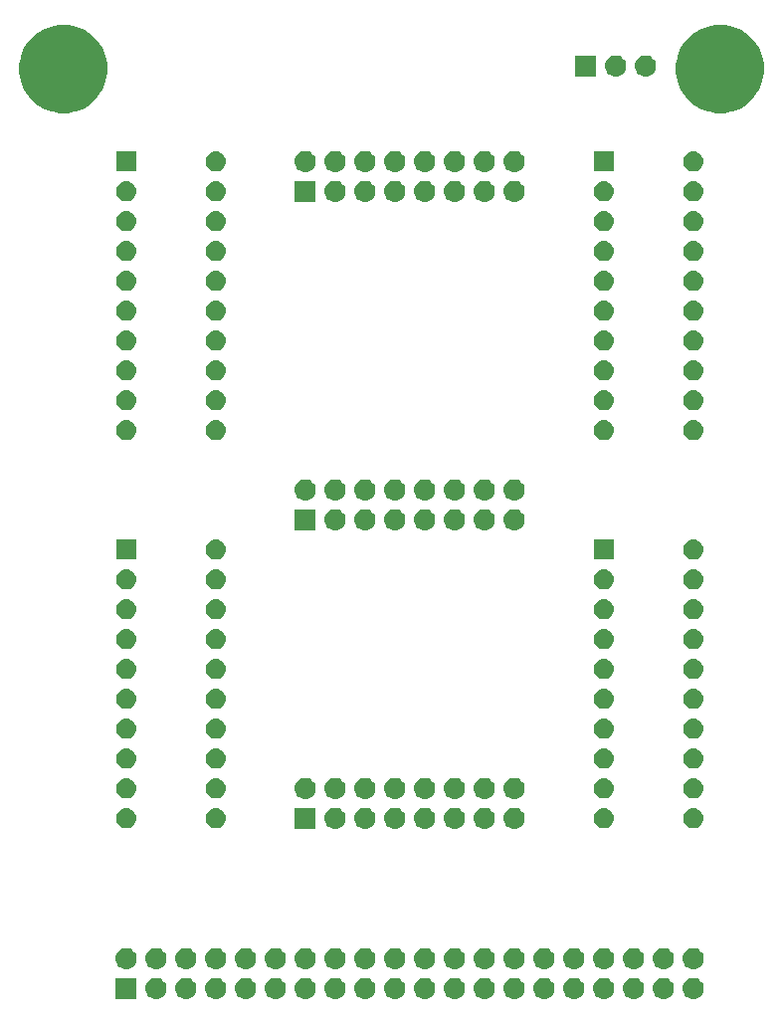
<source format=gbr>
G04 #@! TF.GenerationSoftware,KiCad,Pcbnew,(5.1.2-1)-1*
G04 #@! TF.CreationDate,2019-08-11T18:03:35-06:00*
G04 #@! TF.ProjectId,triple_hub75_v1,74726970-6c65-45f6-9875-6237355f7631,rev?*
G04 #@! TF.SameCoordinates,Original*
G04 #@! TF.FileFunction,Soldermask,Top*
G04 #@! TF.FilePolarity,Negative*
%FSLAX46Y46*%
G04 Gerber Fmt 4.6, Leading zero omitted, Abs format (unit mm)*
G04 Created by KiCad (PCBNEW (5.1.2-1)-1) date 2019-08-11 18:03:35*
%MOMM*%
%LPD*%
G04 APERTURE LIST*
%ADD10C,0.100000*%
G04 APERTURE END LIST*
D10*
G36*
X185530443Y-102737519D02*
G01*
X185596627Y-102744037D01*
X185766466Y-102795557D01*
X185922991Y-102879222D01*
X185958729Y-102908552D01*
X186060186Y-102991814D01*
X186143448Y-103093271D01*
X186172778Y-103129009D01*
X186256443Y-103285534D01*
X186307963Y-103455373D01*
X186325359Y-103632000D01*
X186307963Y-103808627D01*
X186256443Y-103978466D01*
X186172778Y-104134991D01*
X186143448Y-104170729D01*
X186060186Y-104272186D01*
X185958729Y-104355448D01*
X185922991Y-104384778D01*
X185766466Y-104468443D01*
X185596627Y-104519963D01*
X185530443Y-104526481D01*
X185464260Y-104533000D01*
X185375740Y-104533000D01*
X185309557Y-104526481D01*
X185243373Y-104519963D01*
X185073534Y-104468443D01*
X184917009Y-104384778D01*
X184881271Y-104355448D01*
X184779814Y-104272186D01*
X184696552Y-104170729D01*
X184667222Y-104134991D01*
X184583557Y-103978466D01*
X184532037Y-103808627D01*
X184514641Y-103632000D01*
X184532037Y-103455373D01*
X184583557Y-103285534D01*
X184667222Y-103129009D01*
X184696552Y-103093271D01*
X184779814Y-102991814D01*
X184881271Y-102908552D01*
X184917009Y-102879222D01*
X185073534Y-102795557D01*
X185243373Y-102744037D01*
X185309557Y-102737519D01*
X185375740Y-102731000D01*
X185464260Y-102731000D01*
X185530443Y-102737519D01*
X185530443Y-102737519D01*
G37*
G36*
X182990443Y-102737519D02*
G01*
X183056627Y-102744037D01*
X183226466Y-102795557D01*
X183382991Y-102879222D01*
X183418729Y-102908552D01*
X183520186Y-102991814D01*
X183603448Y-103093271D01*
X183632778Y-103129009D01*
X183716443Y-103285534D01*
X183767963Y-103455373D01*
X183785359Y-103632000D01*
X183767963Y-103808627D01*
X183716443Y-103978466D01*
X183632778Y-104134991D01*
X183603448Y-104170729D01*
X183520186Y-104272186D01*
X183418729Y-104355448D01*
X183382991Y-104384778D01*
X183226466Y-104468443D01*
X183056627Y-104519963D01*
X182990443Y-104526481D01*
X182924260Y-104533000D01*
X182835740Y-104533000D01*
X182769557Y-104526481D01*
X182703373Y-104519963D01*
X182533534Y-104468443D01*
X182377009Y-104384778D01*
X182341271Y-104355448D01*
X182239814Y-104272186D01*
X182156552Y-104170729D01*
X182127222Y-104134991D01*
X182043557Y-103978466D01*
X181992037Y-103808627D01*
X181974641Y-103632000D01*
X181992037Y-103455373D01*
X182043557Y-103285534D01*
X182127222Y-103129009D01*
X182156552Y-103093271D01*
X182239814Y-102991814D01*
X182341271Y-102908552D01*
X182377009Y-102879222D01*
X182533534Y-102795557D01*
X182703373Y-102744037D01*
X182769557Y-102737519D01*
X182835740Y-102731000D01*
X182924260Y-102731000D01*
X182990443Y-102737519D01*
X182990443Y-102737519D01*
G37*
G36*
X180450443Y-102737519D02*
G01*
X180516627Y-102744037D01*
X180686466Y-102795557D01*
X180842991Y-102879222D01*
X180878729Y-102908552D01*
X180980186Y-102991814D01*
X181063448Y-103093271D01*
X181092778Y-103129009D01*
X181176443Y-103285534D01*
X181227963Y-103455373D01*
X181245359Y-103632000D01*
X181227963Y-103808627D01*
X181176443Y-103978466D01*
X181092778Y-104134991D01*
X181063448Y-104170729D01*
X180980186Y-104272186D01*
X180878729Y-104355448D01*
X180842991Y-104384778D01*
X180686466Y-104468443D01*
X180516627Y-104519963D01*
X180450443Y-104526481D01*
X180384260Y-104533000D01*
X180295740Y-104533000D01*
X180229557Y-104526481D01*
X180163373Y-104519963D01*
X179993534Y-104468443D01*
X179837009Y-104384778D01*
X179801271Y-104355448D01*
X179699814Y-104272186D01*
X179616552Y-104170729D01*
X179587222Y-104134991D01*
X179503557Y-103978466D01*
X179452037Y-103808627D01*
X179434641Y-103632000D01*
X179452037Y-103455373D01*
X179503557Y-103285534D01*
X179587222Y-103129009D01*
X179616552Y-103093271D01*
X179699814Y-102991814D01*
X179801271Y-102908552D01*
X179837009Y-102879222D01*
X179993534Y-102795557D01*
X180163373Y-102744037D01*
X180229557Y-102737519D01*
X180295740Y-102731000D01*
X180384260Y-102731000D01*
X180450443Y-102737519D01*
X180450443Y-102737519D01*
G37*
G36*
X177910443Y-102737519D02*
G01*
X177976627Y-102744037D01*
X178146466Y-102795557D01*
X178302991Y-102879222D01*
X178338729Y-102908552D01*
X178440186Y-102991814D01*
X178523448Y-103093271D01*
X178552778Y-103129009D01*
X178636443Y-103285534D01*
X178687963Y-103455373D01*
X178705359Y-103632000D01*
X178687963Y-103808627D01*
X178636443Y-103978466D01*
X178552778Y-104134991D01*
X178523448Y-104170729D01*
X178440186Y-104272186D01*
X178338729Y-104355448D01*
X178302991Y-104384778D01*
X178146466Y-104468443D01*
X177976627Y-104519963D01*
X177910443Y-104526481D01*
X177844260Y-104533000D01*
X177755740Y-104533000D01*
X177689557Y-104526481D01*
X177623373Y-104519963D01*
X177453534Y-104468443D01*
X177297009Y-104384778D01*
X177261271Y-104355448D01*
X177159814Y-104272186D01*
X177076552Y-104170729D01*
X177047222Y-104134991D01*
X176963557Y-103978466D01*
X176912037Y-103808627D01*
X176894641Y-103632000D01*
X176912037Y-103455373D01*
X176963557Y-103285534D01*
X177047222Y-103129009D01*
X177076552Y-103093271D01*
X177159814Y-102991814D01*
X177261271Y-102908552D01*
X177297009Y-102879222D01*
X177453534Y-102795557D01*
X177623373Y-102744037D01*
X177689557Y-102737519D01*
X177755740Y-102731000D01*
X177844260Y-102731000D01*
X177910443Y-102737519D01*
X177910443Y-102737519D01*
G37*
G36*
X175370443Y-102737519D02*
G01*
X175436627Y-102744037D01*
X175606466Y-102795557D01*
X175762991Y-102879222D01*
X175798729Y-102908552D01*
X175900186Y-102991814D01*
X175983448Y-103093271D01*
X176012778Y-103129009D01*
X176096443Y-103285534D01*
X176147963Y-103455373D01*
X176165359Y-103632000D01*
X176147963Y-103808627D01*
X176096443Y-103978466D01*
X176012778Y-104134991D01*
X175983448Y-104170729D01*
X175900186Y-104272186D01*
X175798729Y-104355448D01*
X175762991Y-104384778D01*
X175606466Y-104468443D01*
X175436627Y-104519963D01*
X175370443Y-104526481D01*
X175304260Y-104533000D01*
X175215740Y-104533000D01*
X175149557Y-104526481D01*
X175083373Y-104519963D01*
X174913534Y-104468443D01*
X174757009Y-104384778D01*
X174721271Y-104355448D01*
X174619814Y-104272186D01*
X174536552Y-104170729D01*
X174507222Y-104134991D01*
X174423557Y-103978466D01*
X174372037Y-103808627D01*
X174354641Y-103632000D01*
X174372037Y-103455373D01*
X174423557Y-103285534D01*
X174507222Y-103129009D01*
X174536552Y-103093271D01*
X174619814Y-102991814D01*
X174721271Y-102908552D01*
X174757009Y-102879222D01*
X174913534Y-102795557D01*
X175083373Y-102744037D01*
X175149557Y-102737519D01*
X175215740Y-102731000D01*
X175304260Y-102731000D01*
X175370443Y-102737519D01*
X175370443Y-102737519D01*
G37*
G36*
X172830443Y-102737519D02*
G01*
X172896627Y-102744037D01*
X173066466Y-102795557D01*
X173222991Y-102879222D01*
X173258729Y-102908552D01*
X173360186Y-102991814D01*
X173443448Y-103093271D01*
X173472778Y-103129009D01*
X173556443Y-103285534D01*
X173607963Y-103455373D01*
X173625359Y-103632000D01*
X173607963Y-103808627D01*
X173556443Y-103978466D01*
X173472778Y-104134991D01*
X173443448Y-104170729D01*
X173360186Y-104272186D01*
X173258729Y-104355448D01*
X173222991Y-104384778D01*
X173066466Y-104468443D01*
X172896627Y-104519963D01*
X172830443Y-104526481D01*
X172764260Y-104533000D01*
X172675740Y-104533000D01*
X172609557Y-104526481D01*
X172543373Y-104519963D01*
X172373534Y-104468443D01*
X172217009Y-104384778D01*
X172181271Y-104355448D01*
X172079814Y-104272186D01*
X171996552Y-104170729D01*
X171967222Y-104134991D01*
X171883557Y-103978466D01*
X171832037Y-103808627D01*
X171814641Y-103632000D01*
X171832037Y-103455373D01*
X171883557Y-103285534D01*
X171967222Y-103129009D01*
X171996552Y-103093271D01*
X172079814Y-102991814D01*
X172181271Y-102908552D01*
X172217009Y-102879222D01*
X172373534Y-102795557D01*
X172543373Y-102744037D01*
X172609557Y-102737519D01*
X172675740Y-102731000D01*
X172764260Y-102731000D01*
X172830443Y-102737519D01*
X172830443Y-102737519D01*
G37*
G36*
X170290443Y-102737519D02*
G01*
X170356627Y-102744037D01*
X170526466Y-102795557D01*
X170682991Y-102879222D01*
X170718729Y-102908552D01*
X170820186Y-102991814D01*
X170903448Y-103093271D01*
X170932778Y-103129009D01*
X171016443Y-103285534D01*
X171067963Y-103455373D01*
X171085359Y-103632000D01*
X171067963Y-103808627D01*
X171016443Y-103978466D01*
X170932778Y-104134991D01*
X170903448Y-104170729D01*
X170820186Y-104272186D01*
X170718729Y-104355448D01*
X170682991Y-104384778D01*
X170526466Y-104468443D01*
X170356627Y-104519963D01*
X170290443Y-104526481D01*
X170224260Y-104533000D01*
X170135740Y-104533000D01*
X170069557Y-104526481D01*
X170003373Y-104519963D01*
X169833534Y-104468443D01*
X169677009Y-104384778D01*
X169641271Y-104355448D01*
X169539814Y-104272186D01*
X169456552Y-104170729D01*
X169427222Y-104134991D01*
X169343557Y-103978466D01*
X169292037Y-103808627D01*
X169274641Y-103632000D01*
X169292037Y-103455373D01*
X169343557Y-103285534D01*
X169427222Y-103129009D01*
X169456552Y-103093271D01*
X169539814Y-102991814D01*
X169641271Y-102908552D01*
X169677009Y-102879222D01*
X169833534Y-102795557D01*
X170003373Y-102744037D01*
X170069557Y-102737519D01*
X170135740Y-102731000D01*
X170224260Y-102731000D01*
X170290443Y-102737519D01*
X170290443Y-102737519D01*
G37*
G36*
X167750443Y-102737519D02*
G01*
X167816627Y-102744037D01*
X167986466Y-102795557D01*
X168142991Y-102879222D01*
X168178729Y-102908552D01*
X168280186Y-102991814D01*
X168363448Y-103093271D01*
X168392778Y-103129009D01*
X168476443Y-103285534D01*
X168527963Y-103455373D01*
X168545359Y-103632000D01*
X168527963Y-103808627D01*
X168476443Y-103978466D01*
X168392778Y-104134991D01*
X168363448Y-104170729D01*
X168280186Y-104272186D01*
X168178729Y-104355448D01*
X168142991Y-104384778D01*
X167986466Y-104468443D01*
X167816627Y-104519963D01*
X167750443Y-104526481D01*
X167684260Y-104533000D01*
X167595740Y-104533000D01*
X167529557Y-104526481D01*
X167463373Y-104519963D01*
X167293534Y-104468443D01*
X167137009Y-104384778D01*
X167101271Y-104355448D01*
X166999814Y-104272186D01*
X166916552Y-104170729D01*
X166887222Y-104134991D01*
X166803557Y-103978466D01*
X166752037Y-103808627D01*
X166734641Y-103632000D01*
X166752037Y-103455373D01*
X166803557Y-103285534D01*
X166887222Y-103129009D01*
X166916552Y-103093271D01*
X166999814Y-102991814D01*
X167101271Y-102908552D01*
X167137009Y-102879222D01*
X167293534Y-102795557D01*
X167463373Y-102744037D01*
X167529557Y-102737519D01*
X167595740Y-102731000D01*
X167684260Y-102731000D01*
X167750443Y-102737519D01*
X167750443Y-102737519D01*
G37*
G36*
X165210443Y-102737519D02*
G01*
X165276627Y-102744037D01*
X165446466Y-102795557D01*
X165602991Y-102879222D01*
X165638729Y-102908552D01*
X165740186Y-102991814D01*
X165823448Y-103093271D01*
X165852778Y-103129009D01*
X165936443Y-103285534D01*
X165987963Y-103455373D01*
X166005359Y-103632000D01*
X165987963Y-103808627D01*
X165936443Y-103978466D01*
X165852778Y-104134991D01*
X165823448Y-104170729D01*
X165740186Y-104272186D01*
X165638729Y-104355448D01*
X165602991Y-104384778D01*
X165446466Y-104468443D01*
X165276627Y-104519963D01*
X165210443Y-104526481D01*
X165144260Y-104533000D01*
X165055740Y-104533000D01*
X164989557Y-104526481D01*
X164923373Y-104519963D01*
X164753534Y-104468443D01*
X164597009Y-104384778D01*
X164561271Y-104355448D01*
X164459814Y-104272186D01*
X164376552Y-104170729D01*
X164347222Y-104134991D01*
X164263557Y-103978466D01*
X164212037Y-103808627D01*
X164194641Y-103632000D01*
X164212037Y-103455373D01*
X164263557Y-103285534D01*
X164347222Y-103129009D01*
X164376552Y-103093271D01*
X164459814Y-102991814D01*
X164561271Y-102908552D01*
X164597009Y-102879222D01*
X164753534Y-102795557D01*
X164923373Y-102744037D01*
X164989557Y-102737519D01*
X165055740Y-102731000D01*
X165144260Y-102731000D01*
X165210443Y-102737519D01*
X165210443Y-102737519D01*
G37*
G36*
X162670443Y-102737519D02*
G01*
X162736627Y-102744037D01*
X162906466Y-102795557D01*
X163062991Y-102879222D01*
X163098729Y-102908552D01*
X163200186Y-102991814D01*
X163283448Y-103093271D01*
X163312778Y-103129009D01*
X163396443Y-103285534D01*
X163447963Y-103455373D01*
X163465359Y-103632000D01*
X163447963Y-103808627D01*
X163396443Y-103978466D01*
X163312778Y-104134991D01*
X163283448Y-104170729D01*
X163200186Y-104272186D01*
X163098729Y-104355448D01*
X163062991Y-104384778D01*
X162906466Y-104468443D01*
X162736627Y-104519963D01*
X162670443Y-104526481D01*
X162604260Y-104533000D01*
X162515740Y-104533000D01*
X162449557Y-104526481D01*
X162383373Y-104519963D01*
X162213534Y-104468443D01*
X162057009Y-104384778D01*
X162021271Y-104355448D01*
X161919814Y-104272186D01*
X161836552Y-104170729D01*
X161807222Y-104134991D01*
X161723557Y-103978466D01*
X161672037Y-103808627D01*
X161654641Y-103632000D01*
X161672037Y-103455373D01*
X161723557Y-103285534D01*
X161807222Y-103129009D01*
X161836552Y-103093271D01*
X161919814Y-102991814D01*
X162021271Y-102908552D01*
X162057009Y-102879222D01*
X162213534Y-102795557D01*
X162383373Y-102744037D01*
X162449557Y-102737519D01*
X162515740Y-102731000D01*
X162604260Y-102731000D01*
X162670443Y-102737519D01*
X162670443Y-102737519D01*
G37*
G36*
X160130443Y-102737519D02*
G01*
X160196627Y-102744037D01*
X160366466Y-102795557D01*
X160522991Y-102879222D01*
X160558729Y-102908552D01*
X160660186Y-102991814D01*
X160743448Y-103093271D01*
X160772778Y-103129009D01*
X160856443Y-103285534D01*
X160907963Y-103455373D01*
X160925359Y-103632000D01*
X160907963Y-103808627D01*
X160856443Y-103978466D01*
X160772778Y-104134991D01*
X160743448Y-104170729D01*
X160660186Y-104272186D01*
X160558729Y-104355448D01*
X160522991Y-104384778D01*
X160366466Y-104468443D01*
X160196627Y-104519963D01*
X160130443Y-104526481D01*
X160064260Y-104533000D01*
X159975740Y-104533000D01*
X159909557Y-104526481D01*
X159843373Y-104519963D01*
X159673534Y-104468443D01*
X159517009Y-104384778D01*
X159481271Y-104355448D01*
X159379814Y-104272186D01*
X159296552Y-104170729D01*
X159267222Y-104134991D01*
X159183557Y-103978466D01*
X159132037Y-103808627D01*
X159114641Y-103632000D01*
X159132037Y-103455373D01*
X159183557Y-103285534D01*
X159267222Y-103129009D01*
X159296552Y-103093271D01*
X159379814Y-102991814D01*
X159481271Y-102908552D01*
X159517009Y-102879222D01*
X159673534Y-102795557D01*
X159843373Y-102744037D01*
X159909557Y-102737519D01*
X159975740Y-102731000D01*
X160064260Y-102731000D01*
X160130443Y-102737519D01*
X160130443Y-102737519D01*
G37*
G36*
X157590443Y-102737519D02*
G01*
X157656627Y-102744037D01*
X157826466Y-102795557D01*
X157982991Y-102879222D01*
X158018729Y-102908552D01*
X158120186Y-102991814D01*
X158203448Y-103093271D01*
X158232778Y-103129009D01*
X158316443Y-103285534D01*
X158367963Y-103455373D01*
X158385359Y-103632000D01*
X158367963Y-103808627D01*
X158316443Y-103978466D01*
X158232778Y-104134991D01*
X158203448Y-104170729D01*
X158120186Y-104272186D01*
X158018729Y-104355448D01*
X157982991Y-104384778D01*
X157826466Y-104468443D01*
X157656627Y-104519963D01*
X157590443Y-104526481D01*
X157524260Y-104533000D01*
X157435740Y-104533000D01*
X157369557Y-104526481D01*
X157303373Y-104519963D01*
X157133534Y-104468443D01*
X156977009Y-104384778D01*
X156941271Y-104355448D01*
X156839814Y-104272186D01*
X156756552Y-104170729D01*
X156727222Y-104134991D01*
X156643557Y-103978466D01*
X156592037Y-103808627D01*
X156574641Y-103632000D01*
X156592037Y-103455373D01*
X156643557Y-103285534D01*
X156727222Y-103129009D01*
X156756552Y-103093271D01*
X156839814Y-102991814D01*
X156941271Y-102908552D01*
X156977009Y-102879222D01*
X157133534Y-102795557D01*
X157303373Y-102744037D01*
X157369557Y-102737519D01*
X157435740Y-102731000D01*
X157524260Y-102731000D01*
X157590443Y-102737519D01*
X157590443Y-102737519D01*
G37*
G36*
X155050443Y-102737519D02*
G01*
X155116627Y-102744037D01*
X155286466Y-102795557D01*
X155442991Y-102879222D01*
X155478729Y-102908552D01*
X155580186Y-102991814D01*
X155663448Y-103093271D01*
X155692778Y-103129009D01*
X155776443Y-103285534D01*
X155827963Y-103455373D01*
X155845359Y-103632000D01*
X155827963Y-103808627D01*
X155776443Y-103978466D01*
X155692778Y-104134991D01*
X155663448Y-104170729D01*
X155580186Y-104272186D01*
X155478729Y-104355448D01*
X155442991Y-104384778D01*
X155286466Y-104468443D01*
X155116627Y-104519963D01*
X155050443Y-104526481D01*
X154984260Y-104533000D01*
X154895740Y-104533000D01*
X154829557Y-104526481D01*
X154763373Y-104519963D01*
X154593534Y-104468443D01*
X154437009Y-104384778D01*
X154401271Y-104355448D01*
X154299814Y-104272186D01*
X154216552Y-104170729D01*
X154187222Y-104134991D01*
X154103557Y-103978466D01*
X154052037Y-103808627D01*
X154034641Y-103632000D01*
X154052037Y-103455373D01*
X154103557Y-103285534D01*
X154187222Y-103129009D01*
X154216552Y-103093271D01*
X154299814Y-102991814D01*
X154401271Y-102908552D01*
X154437009Y-102879222D01*
X154593534Y-102795557D01*
X154763373Y-102744037D01*
X154829557Y-102737519D01*
X154895740Y-102731000D01*
X154984260Y-102731000D01*
X155050443Y-102737519D01*
X155050443Y-102737519D01*
G37*
G36*
X152510443Y-102737519D02*
G01*
X152576627Y-102744037D01*
X152746466Y-102795557D01*
X152902991Y-102879222D01*
X152938729Y-102908552D01*
X153040186Y-102991814D01*
X153123448Y-103093271D01*
X153152778Y-103129009D01*
X153236443Y-103285534D01*
X153287963Y-103455373D01*
X153305359Y-103632000D01*
X153287963Y-103808627D01*
X153236443Y-103978466D01*
X153152778Y-104134991D01*
X153123448Y-104170729D01*
X153040186Y-104272186D01*
X152938729Y-104355448D01*
X152902991Y-104384778D01*
X152746466Y-104468443D01*
X152576627Y-104519963D01*
X152510443Y-104526481D01*
X152444260Y-104533000D01*
X152355740Y-104533000D01*
X152289557Y-104526481D01*
X152223373Y-104519963D01*
X152053534Y-104468443D01*
X151897009Y-104384778D01*
X151861271Y-104355448D01*
X151759814Y-104272186D01*
X151676552Y-104170729D01*
X151647222Y-104134991D01*
X151563557Y-103978466D01*
X151512037Y-103808627D01*
X151494641Y-103632000D01*
X151512037Y-103455373D01*
X151563557Y-103285534D01*
X151647222Y-103129009D01*
X151676552Y-103093271D01*
X151759814Y-102991814D01*
X151861271Y-102908552D01*
X151897009Y-102879222D01*
X152053534Y-102795557D01*
X152223373Y-102744037D01*
X152289557Y-102737519D01*
X152355740Y-102731000D01*
X152444260Y-102731000D01*
X152510443Y-102737519D01*
X152510443Y-102737519D01*
G37*
G36*
X149970443Y-102737519D02*
G01*
X150036627Y-102744037D01*
X150206466Y-102795557D01*
X150362991Y-102879222D01*
X150398729Y-102908552D01*
X150500186Y-102991814D01*
X150583448Y-103093271D01*
X150612778Y-103129009D01*
X150696443Y-103285534D01*
X150747963Y-103455373D01*
X150765359Y-103632000D01*
X150747963Y-103808627D01*
X150696443Y-103978466D01*
X150612778Y-104134991D01*
X150583448Y-104170729D01*
X150500186Y-104272186D01*
X150398729Y-104355448D01*
X150362991Y-104384778D01*
X150206466Y-104468443D01*
X150036627Y-104519963D01*
X149970443Y-104526481D01*
X149904260Y-104533000D01*
X149815740Y-104533000D01*
X149749557Y-104526481D01*
X149683373Y-104519963D01*
X149513534Y-104468443D01*
X149357009Y-104384778D01*
X149321271Y-104355448D01*
X149219814Y-104272186D01*
X149136552Y-104170729D01*
X149107222Y-104134991D01*
X149023557Y-103978466D01*
X148972037Y-103808627D01*
X148954641Y-103632000D01*
X148972037Y-103455373D01*
X149023557Y-103285534D01*
X149107222Y-103129009D01*
X149136552Y-103093271D01*
X149219814Y-102991814D01*
X149321271Y-102908552D01*
X149357009Y-102879222D01*
X149513534Y-102795557D01*
X149683373Y-102744037D01*
X149749557Y-102737519D01*
X149815740Y-102731000D01*
X149904260Y-102731000D01*
X149970443Y-102737519D01*
X149970443Y-102737519D01*
G37*
G36*
X147430443Y-102737519D02*
G01*
X147496627Y-102744037D01*
X147666466Y-102795557D01*
X147822991Y-102879222D01*
X147858729Y-102908552D01*
X147960186Y-102991814D01*
X148043448Y-103093271D01*
X148072778Y-103129009D01*
X148156443Y-103285534D01*
X148207963Y-103455373D01*
X148225359Y-103632000D01*
X148207963Y-103808627D01*
X148156443Y-103978466D01*
X148072778Y-104134991D01*
X148043448Y-104170729D01*
X147960186Y-104272186D01*
X147858729Y-104355448D01*
X147822991Y-104384778D01*
X147666466Y-104468443D01*
X147496627Y-104519963D01*
X147430443Y-104526481D01*
X147364260Y-104533000D01*
X147275740Y-104533000D01*
X147209557Y-104526481D01*
X147143373Y-104519963D01*
X146973534Y-104468443D01*
X146817009Y-104384778D01*
X146781271Y-104355448D01*
X146679814Y-104272186D01*
X146596552Y-104170729D01*
X146567222Y-104134991D01*
X146483557Y-103978466D01*
X146432037Y-103808627D01*
X146414641Y-103632000D01*
X146432037Y-103455373D01*
X146483557Y-103285534D01*
X146567222Y-103129009D01*
X146596552Y-103093271D01*
X146679814Y-102991814D01*
X146781271Y-102908552D01*
X146817009Y-102879222D01*
X146973534Y-102795557D01*
X147143373Y-102744037D01*
X147209557Y-102737519D01*
X147275740Y-102731000D01*
X147364260Y-102731000D01*
X147430443Y-102737519D01*
X147430443Y-102737519D01*
G37*
G36*
X144890443Y-102737519D02*
G01*
X144956627Y-102744037D01*
X145126466Y-102795557D01*
X145282991Y-102879222D01*
X145318729Y-102908552D01*
X145420186Y-102991814D01*
X145503448Y-103093271D01*
X145532778Y-103129009D01*
X145616443Y-103285534D01*
X145667963Y-103455373D01*
X145685359Y-103632000D01*
X145667963Y-103808627D01*
X145616443Y-103978466D01*
X145532778Y-104134991D01*
X145503448Y-104170729D01*
X145420186Y-104272186D01*
X145318729Y-104355448D01*
X145282991Y-104384778D01*
X145126466Y-104468443D01*
X144956627Y-104519963D01*
X144890443Y-104526481D01*
X144824260Y-104533000D01*
X144735740Y-104533000D01*
X144669557Y-104526481D01*
X144603373Y-104519963D01*
X144433534Y-104468443D01*
X144277009Y-104384778D01*
X144241271Y-104355448D01*
X144139814Y-104272186D01*
X144056552Y-104170729D01*
X144027222Y-104134991D01*
X143943557Y-103978466D01*
X143892037Y-103808627D01*
X143874641Y-103632000D01*
X143892037Y-103455373D01*
X143943557Y-103285534D01*
X144027222Y-103129009D01*
X144056552Y-103093271D01*
X144139814Y-102991814D01*
X144241271Y-102908552D01*
X144277009Y-102879222D01*
X144433534Y-102795557D01*
X144603373Y-102744037D01*
X144669557Y-102737519D01*
X144735740Y-102731000D01*
X144824260Y-102731000D01*
X144890443Y-102737519D01*
X144890443Y-102737519D01*
G37*
G36*
X142350443Y-102737519D02*
G01*
X142416627Y-102744037D01*
X142586466Y-102795557D01*
X142742991Y-102879222D01*
X142778729Y-102908552D01*
X142880186Y-102991814D01*
X142963448Y-103093271D01*
X142992778Y-103129009D01*
X143076443Y-103285534D01*
X143127963Y-103455373D01*
X143145359Y-103632000D01*
X143127963Y-103808627D01*
X143076443Y-103978466D01*
X142992778Y-104134991D01*
X142963448Y-104170729D01*
X142880186Y-104272186D01*
X142778729Y-104355448D01*
X142742991Y-104384778D01*
X142586466Y-104468443D01*
X142416627Y-104519963D01*
X142350443Y-104526481D01*
X142284260Y-104533000D01*
X142195740Y-104533000D01*
X142129557Y-104526481D01*
X142063373Y-104519963D01*
X141893534Y-104468443D01*
X141737009Y-104384778D01*
X141701271Y-104355448D01*
X141599814Y-104272186D01*
X141516552Y-104170729D01*
X141487222Y-104134991D01*
X141403557Y-103978466D01*
X141352037Y-103808627D01*
X141334641Y-103632000D01*
X141352037Y-103455373D01*
X141403557Y-103285534D01*
X141487222Y-103129009D01*
X141516552Y-103093271D01*
X141599814Y-102991814D01*
X141701271Y-102908552D01*
X141737009Y-102879222D01*
X141893534Y-102795557D01*
X142063373Y-102744037D01*
X142129557Y-102737519D01*
X142195740Y-102731000D01*
X142284260Y-102731000D01*
X142350443Y-102737519D01*
X142350443Y-102737519D01*
G37*
G36*
X139810443Y-102737519D02*
G01*
X139876627Y-102744037D01*
X140046466Y-102795557D01*
X140202991Y-102879222D01*
X140238729Y-102908552D01*
X140340186Y-102991814D01*
X140423448Y-103093271D01*
X140452778Y-103129009D01*
X140536443Y-103285534D01*
X140587963Y-103455373D01*
X140605359Y-103632000D01*
X140587963Y-103808627D01*
X140536443Y-103978466D01*
X140452778Y-104134991D01*
X140423448Y-104170729D01*
X140340186Y-104272186D01*
X140238729Y-104355448D01*
X140202991Y-104384778D01*
X140046466Y-104468443D01*
X139876627Y-104519963D01*
X139810443Y-104526481D01*
X139744260Y-104533000D01*
X139655740Y-104533000D01*
X139589557Y-104526481D01*
X139523373Y-104519963D01*
X139353534Y-104468443D01*
X139197009Y-104384778D01*
X139161271Y-104355448D01*
X139059814Y-104272186D01*
X138976552Y-104170729D01*
X138947222Y-104134991D01*
X138863557Y-103978466D01*
X138812037Y-103808627D01*
X138794641Y-103632000D01*
X138812037Y-103455373D01*
X138863557Y-103285534D01*
X138947222Y-103129009D01*
X138976552Y-103093271D01*
X139059814Y-102991814D01*
X139161271Y-102908552D01*
X139197009Y-102879222D01*
X139353534Y-102795557D01*
X139523373Y-102744037D01*
X139589557Y-102737519D01*
X139655740Y-102731000D01*
X139744260Y-102731000D01*
X139810443Y-102737519D01*
X139810443Y-102737519D01*
G37*
G36*
X138061000Y-104533000D02*
G01*
X136259000Y-104533000D01*
X136259000Y-102731000D01*
X138061000Y-102731000D01*
X138061000Y-104533000D01*
X138061000Y-104533000D01*
G37*
G36*
X162670442Y-100197518D02*
G01*
X162736627Y-100204037D01*
X162906466Y-100255557D01*
X163062991Y-100339222D01*
X163098729Y-100368552D01*
X163200186Y-100451814D01*
X163283448Y-100553271D01*
X163312778Y-100589009D01*
X163396443Y-100745534D01*
X163447963Y-100915373D01*
X163465359Y-101092000D01*
X163447963Y-101268627D01*
X163396443Y-101438466D01*
X163312778Y-101594991D01*
X163283448Y-101630729D01*
X163200186Y-101732186D01*
X163098729Y-101815448D01*
X163062991Y-101844778D01*
X162906466Y-101928443D01*
X162736627Y-101979963D01*
X162670442Y-101986482D01*
X162604260Y-101993000D01*
X162515740Y-101993000D01*
X162449558Y-101986482D01*
X162383373Y-101979963D01*
X162213534Y-101928443D01*
X162057009Y-101844778D01*
X162021271Y-101815448D01*
X161919814Y-101732186D01*
X161836552Y-101630729D01*
X161807222Y-101594991D01*
X161723557Y-101438466D01*
X161672037Y-101268627D01*
X161654641Y-101092000D01*
X161672037Y-100915373D01*
X161723557Y-100745534D01*
X161807222Y-100589009D01*
X161836552Y-100553271D01*
X161919814Y-100451814D01*
X162021271Y-100368552D01*
X162057009Y-100339222D01*
X162213534Y-100255557D01*
X162383373Y-100204037D01*
X162449558Y-100197518D01*
X162515740Y-100191000D01*
X162604260Y-100191000D01*
X162670442Y-100197518D01*
X162670442Y-100197518D01*
G37*
G36*
X185530442Y-100197518D02*
G01*
X185596627Y-100204037D01*
X185766466Y-100255557D01*
X185922991Y-100339222D01*
X185958729Y-100368552D01*
X186060186Y-100451814D01*
X186143448Y-100553271D01*
X186172778Y-100589009D01*
X186256443Y-100745534D01*
X186307963Y-100915373D01*
X186325359Y-101092000D01*
X186307963Y-101268627D01*
X186256443Y-101438466D01*
X186172778Y-101594991D01*
X186143448Y-101630729D01*
X186060186Y-101732186D01*
X185958729Y-101815448D01*
X185922991Y-101844778D01*
X185766466Y-101928443D01*
X185596627Y-101979963D01*
X185530442Y-101986482D01*
X185464260Y-101993000D01*
X185375740Y-101993000D01*
X185309558Y-101986482D01*
X185243373Y-101979963D01*
X185073534Y-101928443D01*
X184917009Y-101844778D01*
X184881271Y-101815448D01*
X184779814Y-101732186D01*
X184696552Y-101630729D01*
X184667222Y-101594991D01*
X184583557Y-101438466D01*
X184532037Y-101268627D01*
X184514641Y-101092000D01*
X184532037Y-100915373D01*
X184583557Y-100745534D01*
X184667222Y-100589009D01*
X184696552Y-100553271D01*
X184779814Y-100451814D01*
X184881271Y-100368552D01*
X184917009Y-100339222D01*
X185073534Y-100255557D01*
X185243373Y-100204037D01*
X185309558Y-100197518D01*
X185375740Y-100191000D01*
X185464260Y-100191000D01*
X185530442Y-100197518D01*
X185530442Y-100197518D01*
G37*
G36*
X182990442Y-100197518D02*
G01*
X183056627Y-100204037D01*
X183226466Y-100255557D01*
X183382991Y-100339222D01*
X183418729Y-100368552D01*
X183520186Y-100451814D01*
X183603448Y-100553271D01*
X183632778Y-100589009D01*
X183716443Y-100745534D01*
X183767963Y-100915373D01*
X183785359Y-101092000D01*
X183767963Y-101268627D01*
X183716443Y-101438466D01*
X183632778Y-101594991D01*
X183603448Y-101630729D01*
X183520186Y-101732186D01*
X183418729Y-101815448D01*
X183382991Y-101844778D01*
X183226466Y-101928443D01*
X183056627Y-101979963D01*
X182990442Y-101986482D01*
X182924260Y-101993000D01*
X182835740Y-101993000D01*
X182769558Y-101986482D01*
X182703373Y-101979963D01*
X182533534Y-101928443D01*
X182377009Y-101844778D01*
X182341271Y-101815448D01*
X182239814Y-101732186D01*
X182156552Y-101630729D01*
X182127222Y-101594991D01*
X182043557Y-101438466D01*
X181992037Y-101268627D01*
X181974641Y-101092000D01*
X181992037Y-100915373D01*
X182043557Y-100745534D01*
X182127222Y-100589009D01*
X182156552Y-100553271D01*
X182239814Y-100451814D01*
X182341271Y-100368552D01*
X182377009Y-100339222D01*
X182533534Y-100255557D01*
X182703373Y-100204037D01*
X182769558Y-100197518D01*
X182835740Y-100191000D01*
X182924260Y-100191000D01*
X182990442Y-100197518D01*
X182990442Y-100197518D01*
G37*
G36*
X180450442Y-100197518D02*
G01*
X180516627Y-100204037D01*
X180686466Y-100255557D01*
X180842991Y-100339222D01*
X180878729Y-100368552D01*
X180980186Y-100451814D01*
X181063448Y-100553271D01*
X181092778Y-100589009D01*
X181176443Y-100745534D01*
X181227963Y-100915373D01*
X181245359Y-101092000D01*
X181227963Y-101268627D01*
X181176443Y-101438466D01*
X181092778Y-101594991D01*
X181063448Y-101630729D01*
X180980186Y-101732186D01*
X180878729Y-101815448D01*
X180842991Y-101844778D01*
X180686466Y-101928443D01*
X180516627Y-101979963D01*
X180450442Y-101986482D01*
X180384260Y-101993000D01*
X180295740Y-101993000D01*
X180229558Y-101986482D01*
X180163373Y-101979963D01*
X179993534Y-101928443D01*
X179837009Y-101844778D01*
X179801271Y-101815448D01*
X179699814Y-101732186D01*
X179616552Y-101630729D01*
X179587222Y-101594991D01*
X179503557Y-101438466D01*
X179452037Y-101268627D01*
X179434641Y-101092000D01*
X179452037Y-100915373D01*
X179503557Y-100745534D01*
X179587222Y-100589009D01*
X179616552Y-100553271D01*
X179699814Y-100451814D01*
X179801271Y-100368552D01*
X179837009Y-100339222D01*
X179993534Y-100255557D01*
X180163373Y-100204037D01*
X180229558Y-100197518D01*
X180295740Y-100191000D01*
X180384260Y-100191000D01*
X180450442Y-100197518D01*
X180450442Y-100197518D01*
G37*
G36*
X177910442Y-100197518D02*
G01*
X177976627Y-100204037D01*
X178146466Y-100255557D01*
X178302991Y-100339222D01*
X178338729Y-100368552D01*
X178440186Y-100451814D01*
X178523448Y-100553271D01*
X178552778Y-100589009D01*
X178636443Y-100745534D01*
X178687963Y-100915373D01*
X178705359Y-101092000D01*
X178687963Y-101268627D01*
X178636443Y-101438466D01*
X178552778Y-101594991D01*
X178523448Y-101630729D01*
X178440186Y-101732186D01*
X178338729Y-101815448D01*
X178302991Y-101844778D01*
X178146466Y-101928443D01*
X177976627Y-101979963D01*
X177910442Y-101986482D01*
X177844260Y-101993000D01*
X177755740Y-101993000D01*
X177689558Y-101986482D01*
X177623373Y-101979963D01*
X177453534Y-101928443D01*
X177297009Y-101844778D01*
X177261271Y-101815448D01*
X177159814Y-101732186D01*
X177076552Y-101630729D01*
X177047222Y-101594991D01*
X176963557Y-101438466D01*
X176912037Y-101268627D01*
X176894641Y-101092000D01*
X176912037Y-100915373D01*
X176963557Y-100745534D01*
X177047222Y-100589009D01*
X177076552Y-100553271D01*
X177159814Y-100451814D01*
X177261271Y-100368552D01*
X177297009Y-100339222D01*
X177453534Y-100255557D01*
X177623373Y-100204037D01*
X177689558Y-100197518D01*
X177755740Y-100191000D01*
X177844260Y-100191000D01*
X177910442Y-100197518D01*
X177910442Y-100197518D01*
G37*
G36*
X175370442Y-100197518D02*
G01*
X175436627Y-100204037D01*
X175606466Y-100255557D01*
X175762991Y-100339222D01*
X175798729Y-100368552D01*
X175900186Y-100451814D01*
X175983448Y-100553271D01*
X176012778Y-100589009D01*
X176096443Y-100745534D01*
X176147963Y-100915373D01*
X176165359Y-101092000D01*
X176147963Y-101268627D01*
X176096443Y-101438466D01*
X176012778Y-101594991D01*
X175983448Y-101630729D01*
X175900186Y-101732186D01*
X175798729Y-101815448D01*
X175762991Y-101844778D01*
X175606466Y-101928443D01*
X175436627Y-101979963D01*
X175370442Y-101986482D01*
X175304260Y-101993000D01*
X175215740Y-101993000D01*
X175149558Y-101986482D01*
X175083373Y-101979963D01*
X174913534Y-101928443D01*
X174757009Y-101844778D01*
X174721271Y-101815448D01*
X174619814Y-101732186D01*
X174536552Y-101630729D01*
X174507222Y-101594991D01*
X174423557Y-101438466D01*
X174372037Y-101268627D01*
X174354641Y-101092000D01*
X174372037Y-100915373D01*
X174423557Y-100745534D01*
X174507222Y-100589009D01*
X174536552Y-100553271D01*
X174619814Y-100451814D01*
X174721271Y-100368552D01*
X174757009Y-100339222D01*
X174913534Y-100255557D01*
X175083373Y-100204037D01*
X175149558Y-100197518D01*
X175215740Y-100191000D01*
X175304260Y-100191000D01*
X175370442Y-100197518D01*
X175370442Y-100197518D01*
G37*
G36*
X172830442Y-100197518D02*
G01*
X172896627Y-100204037D01*
X173066466Y-100255557D01*
X173222991Y-100339222D01*
X173258729Y-100368552D01*
X173360186Y-100451814D01*
X173443448Y-100553271D01*
X173472778Y-100589009D01*
X173556443Y-100745534D01*
X173607963Y-100915373D01*
X173625359Y-101092000D01*
X173607963Y-101268627D01*
X173556443Y-101438466D01*
X173472778Y-101594991D01*
X173443448Y-101630729D01*
X173360186Y-101732186D01*
X173258729Y-101815448D01*
X173222991Y-101844778D01*
X173066466Y-101928443D01*
X172896627Y-101979963D01*
X172830442Y-101986482D01*
X172764260Y-101993000D01*
X172675740Y-101993000D01*
X172609558Y-101986482D01*
X172543373Y-101979963D01*
X172373534Y-101928443D01*
X172217009Y-101844778D01*
X172181271Y-101815448D01*
X172079814Y-101732186D01*
X171996552Y-101630729D01*
X171967222Y-101594991D01*
X171883557Y-101438466D01*
X171832037Y-101268627D01*
X171814641Y-101092000D01*
X171832037Y-100915373D01*
X171883557Y-100745534D01*
X171967222Y-100589009D01*
X171996552Y-100553271D01*
X172079814Y-100451814D01*
X172181271Y-100368552D01*
X172217009Y-100339222D01*
X172373534Y-100255557D01*
X172543373Y-100204037D01*
X172609558Y-100197518D01*
X172675740Y-100191000D01*
X172764260Y-100191000D01*
X172830442Y-100197518D01*
X172830442Y-100197518D01*
G37*
G36*
X170290442Y-100197518D02*
G01*
X170356627Y-100204037D01*
X170526466Y-100255557D01*
X170682991Y-100339222D01*
X170718729Y-100368552D01*
X170820186Y-100451814D01*
X170903448Y-100553271D01*
X170932778Y-100589009D01*
X171016443Y-100745534D01*
X171067963Y-100915373D01*
X171085359Y-101092000D01*
X171067963Y-101268627D01*
X171016443Y-101438466D01*
X170932778Y-101594991D01*
X170903448Y-101630729D01*
X170820186Y-101732186D01*
X170718729Y-101815448D01*
X170682991Y-101844778D01*
X170526466Y-101928443D01*
X170356627Y-101979963D01*
X170290442Y-101986482D01*
X170224260Y-101993000D01*
X170135740Y-101993000D01*
X170069558Y-101986482D01*
X170003373Y-101979963D01*
X169833534Y-101928443D01*
X169677009Y-101844778D01*
X169641271Y-101815448D01*
X169539814Y-101732186D01*
X169456552Y-101630729D01*
X169427222Y-101594991D01*
X169343557Y-101438466D01*
X169292037Y-101268627D01*
X169274641Y-101092000D01*
X169292037Y-100915373D01*
X169343557Y-100745534D01*
X169427222Y-100589009D01*
X169456552Y-100553271D01*
X169539814Y-100451814D01*
X169641271Y-100368552D01*
X169677009Y-100339222D01*
X169833534Y-100255557D01*
X170003373Y-100204037D01*
X170069558Y-100197518D01*
X170135740Y-100191000D01*
X170224260Y-100191000D01*
X170290442Y-100197518D01*
X170290442Y-100197518D01*
G37*
G36*
X167750442Y-100197518D02*
G01*
X167816627Y-100204037D01*
X167986466Y-100255557D01*
X168142991Y-100339222D01*
X168178729Y-100368552D01*
X168280186Y-100451814D01*
X168363448Y-100553271D01*
X168392778Y-100589009D01*
X168476443Y-100745534D01*
X168527963Y-100915373D01*
X168545359Y-101092000D01*
X168527963Y-101268627D01*
X168476443Y-101438466D01*
X168392778Y-101594991D01*
X168363448Y-101630729D01*
X168280186Y-101732186D01*
X168178729Y-101815448D01*
X168142991Y-101844778D01*
X167986466Y-101928443D01*
X167816627Y-101979963D01*
X167750442Y-101986482D01*
X167684260Y-101993000D01*
X167595740Y-101993000D01*
X167529558Y-101986482D01*
X167463373Y-101979963D01*
X167293534Y-101928443D01*
X167137009Y-101844778D01*
X167101271Y-101815448D01*
X166999814Y-101732186D01*
X166916552Y-101630729D01*
X166887222Y-101594991D01*
X166803557Y-101438466D01*
X166752037Y-101268627D01*
X166734641Y-101092000D01*
X166752037Y-100915373D01*
X166803557Y-100745534D01*
X166887222Y-100589009D01*
X166916552Y-100553271D01*
X166999814Y-100451814D01*
X167101271Y-100368552D01*
X167137009Y-100339222D01*
X167293534Y-100255557D01*
X167463373Y-100204037D01*
X167529558Y-100197518D01*
X167595740Y-100191000D01*
X167684260Y-100191000D01*
X167750442Y-100197518D01*
X167750442Y-100197518D01*
G37*
G36*
X165210442Y-100197518D02*
G01*
X165276627Y-100204037D01*
X165446466Y-100255557D01*
X165602991Y-100339222D01*
X165638729Y-100368552D01*
X165740186Y-100451814D01*
X165823448Y-100553271D01*
X165852778Y-100589009D01*
X165936443Y-100745534D01*
X165987963Y-100915373D01*
X166005359Y-101092000D01*
X165987963Y-101268627D01*
X165936443Y-101438466D01*
X165852778Y-101594991D01*
X165823448Y-101630729D01*
X165740186Y-101732186D01*
X165638729Y-101815448D01*
X165602991Y-101844778D01*
X165446466Y-101928443D01*
X165276627Y-101979963D01*
X165210442Y-101986482D01*
X165144260Y-101993000D01*
X165055740Y-101993000D01*
X164989558Y-101986482D01*
X164923373Y-101979963D01*
X164753534Y-101928443D01*
X164597009Y-101844778D01*
X164561271Y-101815448D01*
X164459814Y-101732186D01*
X164376552Y-101630729D01*
X164347222Y-101594991D01*
X164263557Y-101438466D01*
X164212037Y-101268627D01*
X164194641Y-101092000D01*
X164212037Y-100915373D01*
X164263557Y-100745534D01*
X164347222Y-100589009D01*
X164376552Y-100553271D01*
X164459814Y-100451814D01*
X164561271Y-100368552D01*
X164597009Y-100339222D01*
X164753534Y-100255557D01*
X164923373Y-100204037D01*
X164989558Y-100197518D01*
X165055740Y-100191000D01*
X165144260Y-100191000D01*
X165210442Y-100197518D01*
X165210442Y-100197518D01*
G37*
G36*
X160130442Y-100197518D02*
G01*
X160196627Y-100204037D01*
X160366466Y-100255557D01*
X160522991Y-100339222D01*
X160558729Y-100368552D01*
X160660186Y-100451814D01*
X160743448Y-100553271D01*
X160772778Y-100589009D01*
X160856443Y-100745534D01*
X160907963Y-100915373D01*
X160925359Y-101092000D01*
X160907963Y-101268627D01*
X160856443Y-101438466D01*
X160772778Y-101594991D01*
X160743448Y-101630729D01*
X160660186Y-101732186D01*
X160558729Y-101815448D01*
X160522991Y-101844778D01*
X160366466Y-101928443D01*
X160196627Y-101979963D01*
X160130442Y-101986482D01*
X160064260Y-101993000D01*
X159975740Y-101993000D01*
X159909558Y-101986482D01*
X159843373Y-101979963D01*
X159673534Y-101928443D01*
X159517009Y-101844778D01*
X159481271Y-101815448D01*
X159379814Y-101732186D01*
X159296552Y-101630729D01*
X159267222Y-101594991D01*
X159183557Y-101438466D01*
X159132037Y-101268627D01*
X159114641Y-101092000D01*
X159132037Y-100915373D01*
X159183557Y-100745534D01*
X159267222Y-100589009D01*
X159296552Y-100553271D01*
X159379814Y-100451814D01*
X159481271Y-100368552D01*
X159517009Y-100339222D01*
X159673534Y-100255557D01*
X159843373Y-100204037D01*
X159909558Y-100197518D01*
X159975740Y-100191000D01*
X160064260Y-100191000D01*
X160130442Y-100197518D01*
X160130442Y-100197518D01*
G37*
G36*
X157590442Y-100197518D02*
G01*
X157656627Y-100204037D01*
X157826466Y-100255557D01*
X157982991Y-100339222D01*
X158018729Y-100368552D01*
X158120186Y-100451814D01*
X158203448Y-100553271D01*
X158232778Y-100589009D01*
X158316443Y-100745534D01*
X158367963Y-100915373D01*
X158385359Y-101092000D01*
X158367963Y-101268627D01*
X158316443Y-101438466D01*
X158232778Y-101594991D01*
X158203448Y-101630729D01*
X158120186Y-101732186D01*
X158018729Y-101815448D01*
X157982991Y-101844778D01*
X157826466Y-101928443D01*
X157656627Y-101979963D01*
X157590442Y-101986482D01*
X157524260Y-101993000D01*
X157435740Y-101993000D01*
X157369558Y-101986482D01*
X157303373Y-101979963D01*
X157133534Y-101928443D01*
X156977009Y-101844778D01*
X156941271Y-101815448D01*
X156839814Y-101732186D01*
X156756552Y-101630729D01*
X156727222Y-101594991D01*
X156643557Y-101438466D01*
X156592037Y-101268627D01*
X156574641Y-101092000D01*
X156592037Y-100915373D01*
X156643557Y-100745534D01*
X156727222Y-100589009D01*
X156756552Y-100553271D01*
X156839814Y-100451814D01*
X156941271Y-100368552D01*
X156977009Y-100339222D01*
X157133534Y-100255557D01*
X157303373Y-100204037D01*
X157369558Y-100197518D01*
X157435740Y-100191000D01*
X157524260Y-100191000D01*
X157590442Y-100197518D01*
X157590442Y-100197518D01*
G37*
G36*
X155050442Y-100197518D02*
G01*
X155116627Y-100204037D01*
X155286466Y-100255557D01*
X155442991Y-100339222D01*
X155478729Y-100368552D01*
X155580186Y-100451814D01*
X155663448Y-100553271D01*
X155692778Y-100589009D01*
X155776443Y-100745534D01*
X155827963Y-100915373D01*
X155845359Y-101092000D01*
X155827963Y-101268627D01*
X155776443Y-101438466D01*
X155692778Y-101594991D01*
X155663448Y-101630729D01*
X155580186Y-101732186D01*
X155478729Y-101815448D01*
X155442991Y-101844778D01*
X155286466Y-101928443D01*
X155116627Y-101979963D01*
X155050442Y-101986482D01*
X154984260Y-101993000D01*
X154895740Y-101993000D01*
X154829558Y-101986482D01*
X154763373Y-101979963D01*
X154593534Y-101928443D01*
X154437009Y-101844778D01*
X154401271Y-101815448D01*
X154299814Y-101732186D01*
X154216552Y-101630729D01*
X154187222Y-101594991D01*
X154103557Y-101438466D01*
X154052037Y-101268627D01*
X154034641Y-101092000D01*
X154052037Y-100915373D01*
X154103557Y-100745534D01*
X154187222Y-100589009D01*
X154216552Y-100553271D01*
X154299814Y-100451814D01*
X154401271Y-100368552D01*
X154437009Y-100339222D01*
X154593534Y-100255557D01*
X154763373Y-100204037D01*
X154829558Y-100197518D01*
X154895740Y-100191000D01*
X154984260Y-100191000D01*
X155050442Y-100197518D01*
X155050442Y-100197518D01*
G37*
G36*
X152510442Y-100197518D02*
G01*
X152576627Y-100204037D01*
X152746466Y-100255557D01*
X152902991Y-100339222D01*
X152938729Y-100368552D01*
X153040186Y-100451814D01*
X153123448Y-100553271D01*
X153152778Y-100589009D01*
X153236443Y-100745534D01*
X153287963Y-100915373D01*
X153305359Y-101092000D01*
X153287963Y-101268627D01*
X153236443Y-101438466D01*
X153152778Y-101594991D01*
X153123448Y-101630729D01*
X153040186Y-101732186D01*
X152938729Y-101815448D01*
X152902991Y-101844778D01*
X152746466Y-101928443D01*
X152576627Y-101979963D01*
X152510442Y-101986482D01*
X152444260Y-101993000D01*
X152355740Y-101993000D01*
X152289558Y-101986482D01*
X152223373Y-101979963D01*
X152053534Y-101928443D01*
X151897009Y-101844778D01*
X151861271Y-101815448D01*
X151759814Y-101732186D01*
X151676552Y-101630729D01*
X151647222Y-101594991D01*
X151563557Y-101438466D01*
X151512037Y-101268627D01*
X151494641Y-101092000D01*
X151512037Y-100915373D01*
X151563557Y-100745534D01*
X151647222Y-100589009D01*
X151676552Y-100553271D01*
X151759814Y-100451814D01*
X151861271Y-100368552D01*
X151897009Y-100339222D01*
X152053534Y-100255557D01*
X152223373Y-100204037D01*
X152289558Y-100197518D01*
X152355740Y-100191000D01*
X152444260Y-100191000D01*
X152510442Y-100197518D01*
X152510442Y-100197518D01*
G37*
G36*
X149970442Y-100197518D02*
G01*
X150036627Y-100204037D01*
X150206466Y-100255557D01*
X150362991Y-100339222D01*
X150398729Y-100368552D01*
X150500186Y-100451814D01*
X150583448Y-100553271D01*
X150612778Y-100589009D01*
X150696443Y-100745534D01*
X150747963Y-100915373D01*
X150765359Y-101092000D01*
X150747963Y-101268627D01*
X150696443Y-101438466D01*
X150612778Y-101594991D01*
X150583448Y-101630729D01*
X150500186Y-101732186D01*
X150398729Y-101815448D01*
X150362991Y-101844778D01*
X150206466Y-101928443D01*
X150036627Y-101979963D01*
X149970442Y-101986482D01*
X149904260Y-101993000D01*
X149815740Y-101993000D01*
X149749558Y-101986482D01*
X149683373Y-101979963D01*
X149513534Y-101928443D01*
X149357009Y-101844778D01*
X149321271Y-101815448D01*
X149219814Y-101732186D01*
X149136552Y-101630729D01*
X149107222Y-101594991D01*
X149023557Y-101438466D01*
X148972037Y-101268627D01*
X148954641Y-101092000D01*
X148972037Y-100915373D01*
X149023557Y-100745534D01*
X149107222Y-100589009D01*
X149136552Y-100553271D01*
X149219814Y-100451814D01*
X149321271Y-100368552D01*
X149357009Y-100339222D01*
X149513534Y-100255557D01*
X149683373Y-100204037D01*
X149749558Y-100197518D01*
X149815740Y-100191000D01*
X149904260Y-100191000D01*
X149970442Y-100197518D01*
X149970442Y-100197518D01*
G37*
G36*
X147430442Y-100197518D02*
G01*
X147496627Y-100204037D01*
X147666466Y-100255557D01*
X147822991Y-100339222D01*
X147858729Y-100368552D01*
X147960186Y-100451814D01*
X148043448Y-100553271D01*
X148072778Y-100589009D01*
X148156443Y-100745534D01*
X148207963Y-100915373D01*
X148225359Y-101092000D01*
X148207963Y-101268627D01*
X148156443Y-101438466D01*
X148072778Y-101594991D01*
X148043448Y-101630729D01*
X147960186Y-101732186D01*
X147858729Y-101815448D01*
X147822991Y-101844778D01*
X147666466Y-101928443D01*
X147496627Y-101979963D01*
X147430442Y-101986482D01*
X147364260Y-101993000D01*
X147275740Y-101993000D01*
X147209558Y-101986482D01*
X147143373Y-101979963D01*
X146973534Y-101928443D01*
X146817009Y-101844778D01*
X146781271Y-101815448D01*
X146679814Y-101732186D01*
X146596552Y-101630729D01*
X146567222Y-101594991D01*
X146483557Y-101438466D01*
X146432037Y-101268627D01*
X146414641Y-101092000D01*
X146432037Y-100915373D01*
X146483557Y-100745534D01*
X146567222Y-100589009D01*
X146596552Y-100553271D01*
X146679814Y-100451814D01*
X146781271Y-100368552D01*
X146817009Y-100339222D01*
X146973534Y-100255557D01*
X147143373Y-100204037D01*
X147209558Y-100197518D01*
X147275740Y-100191000D01*
X147364260Y-100191000D01*
X147430442Y-100197518D01*
X147430442Y-100197518D01*
G37*
G36*
X144890442Y-100197518D02*
G01*
X144956627Y-100204037D01*
X145126466Y-100255557D01*
X145282991Y-100339222D01*
X145318729Y-100368552D01*
X145420186Y-100451814D01*
X145503448Y-100553271D01*
X145532778Y-100589009D01*
X145616443Y-100745534D01*
X145667963Y-100915373D01*
X145685359Y-101092000D01*
X145667963Y-101268627D01*
X145616443Y-101438466D01*
X145532778Y-101594991D01*
X145503448Y-101630729D01*
X145420186Y-101732186D01*
X145318729Y-101815448D01*
X145282991Y-101844778D01*
X145126466Y-101928443D01*
X144956627Y-101979963D01*
X144890442Y-101986482D01*
X144824260Y-101993000D01*
X144735740Y-101993000D01*
X144669558Y-101986482D01*
X144603373Y-101979963D01*
X144433534Y-101928443D01*
X144277009Y-101844778D01*
X144241271Y-101815448D01*
X144139814Y-101732186D01*
X144056552Y-101630729D01*
X144027222Y-101594991D01*
X143943557Y-101438466D01*
X143892037Y-101268627D01*
X143874641Y-101092000D01*
X143892037Y-100915373D01*
X143943557Y-100745534D01*
X144027222Y-100589009D01*
X144056552Y-100553271D01*
X144139814Y-100451814D01*
X144241271Y-100368552D01*
X144277009Y-100339222D01*
X144433534Y-100255557D01*
X144603373Y-100204037D01*
X144669558Y-100197518D01*
X144735740Y-100191000D01*
X144824260Y-100191000D01*
X144890442Y-100197518D01*
X144890442Y-100197518D01*
G37*
G36*
X142350442Y-100197518D02*
G01*
X142416627Y-100204037D01*
X142586466Y-100255557D01*
X142742991Y-100339222D01*
X142778729Y-100368552D01*
X142880186Y-100451814D01*
X142963448Y-100553271D01*
X142992778Y-100589009D01*
X143076443Y-100745534D01*
X143127963Y-100915373D01*
X143145359Y-101092000D01*
X143127963Y-101268627D01*
X143076443Y-101438466D01*
X142992778Y-101594991D01*
X142963448Y-101630729D01*
X142880186Y-101732186D01*
X142778729Y-101815448D01*
X142742991Y-101844778D01*
X142586466Y-101928443D01*
X142416627Y-101979963D01*
X142350442Y-101986482D01*
X142284260Y-101993000D01*
X142195740Y-101993000D01*
X142129558Y-101986482D01*
X142063373Y-101979963D01*
X141893534Y-101928443D01*
X141737009Y-101844778D01*
X141701271Y-101815448D01*
X141599814Y-101732186D01*
X141516552Y-101630729D01*
X141487222Y-101594991D01*
X141403557Y-101438466D01*
X141352037Y-101268627D01*
X141334641Y-101092000D01*
X141352037Y-100915373D01*
X141403557Y-100745534D01*
X141487222Y-100589009D01*
X141516552Y-100553271D01*
X141599814Y-100451814D01*
X141701271Y-100368552D01*
X141737009Y-100339222D01*
X141893534Y-100255557D01*
X142063373Y-100204037D01*
X142129558Y-100197518D01*
X142195740Y-100191000D01*
X142284260Y-100191000D01*
X142350442Y-100197518D01*
X142350442Y-100197518D01*
G37*
G36*
X139810442Y-100197518D02*
G01*
X139876627Y-100204037D01*
X140046466Y-100255557D01*
X140202991Y-100339222D01*
X140238729Y-100368552D01*
X140340186Y-100451814D01*
X140423448Y-100553271D01*
X140452778Y-100589009D01*
X140536443Y-100745534D01*
X140587963Y-100915373D01*
X140605359Y-101092000D01*
X140587963Y-101268627D01*
X140536443Y-101438466D01*
X140452778Y-101594991D01*
X140423448Y-101630729D01*
X140340186Y-101732186D01*
X140238729Y-101815448D01*
X140202991Y-101844778D01*
X140046466Y-101928443D01*
X139876627Y-101979963D01*
X139810442Y-101986482D01*
X139744260Y-101993000D01*
X139655740Y-101993000D01*
X139589558Y-101986482D01*
X139523373Y-101979963D01*
X139353534Y-101928443D01*
X139197009Y-101844778D01*
X139161271Y-101815448D01*
X139059814Y-101732186D01*
X138976552Y-101630729D01*
X138947222Y-101594991D01*
X138863557Y-101438466D01*
X138812037Y-101268627D01*
X138794641Y-101092000D01*
X138812037Y-100915373D01*
X138863557Y-100745534D01*
X138947222Y-100589009D01*
X138976552Y-100553271D01*
X139059814Y-100451814D01*
X139161271Y-100368552D01*
X139197009Y-100339222D01*
X139353534Y-100255557D01*
X139523373Y-100204037D01*
X139589558Y-100197518D01*
X139655740Y-100191000D01*
X139744260Y-100191000D01*
X139810442Y-100197518D01*
X139810442Y-100197518D01*
G37*
G36*
X137270442Y-100197518D02*
G01*
X137336627Y-100204037D01*
X137506466Y-100255557D01*
X137662991Y-100339222D01*
X137698729Y-100368552D01*
X137800186Y-100451814D01*
X137883448Y-100553271D01*
X137912778Y-100589009D01*
X137996443Y-100745534D01*
X138047963Y-100915373D01*
X138065359Y-101092000D01*
X138047963Y-101268627D01*
X137996443Y-101438466D01*
X137912778Y-101594991D01*
X137883448Y-101630729D01*
X137800186Y-101732186D01*
X137698729Y-101815448D01*
X137662991Y-101844778D01*
X137506466Y-101928443D01*
X137336627Y-101979963D01*
X137270442Y-101986482D01*
X137204260Y-101993000D01*
X137115740Y-101993000D01*
X137049558Y-101986482D01*
X136983373Y-101979963D01*
X136813534Y-101928443D01*
X136657009Y-101844778D01*
X136621271Y-101815448D01*
X136519814Y-101732186D01*
X136436552Y-101630729D01*
X136407222Y-101594991D01*
X136323557Y-101438466D01*
X136272037Y-101268627D01*
X136254641Y-101092000D01*
X136272037Y-100915373D01*
X136323557Y-100745534D01*
X136407222Y-100589009D01*
X136436552Y-100553271D01*
X136519814Y-100451814D01*
X136621271Y-100368552D01*
X136657009Y-100339222D01*
X136813534Y-100255557D01*
X136983373Y-100204037D01*
X137049558Y-100197518D01*
X137115740Y-100191000D01*
X137204260Y-100191000D01*
X137270442Y-100197518D01*
X137270442Y-100197518D01*
G37*
G36*
X170290443Y-88259519D02*
G01*
X170356627Y-88266037D01*
X170526466Y-88317557D01*
X170682991Y-88401222D01*
X170718729Y-88430552D01*
X170820186Y-88513814D01*
X170903448Y-88615271D01*
X170932778Y-88651009D01*
X171016443Y-88807534D01*
X171067963Y-88977373D01*
X171085359Y-89154000D01*
X171067963Y-89330627D01*
X171016443Y-89500466D01*
X170932778Y-89656991D01*
X170903448Y-89692729D01*
X170820186Y-89794186D01*
X170718729Y-89877448D01*
X170682991Y-89906778D01*
X170526466Y-89990443D01*
X170356627Y-90041963D01*
X170290443Y-90048481D01*
X170224260Y-90055000D01*
X170135740Y-90055000D01*
X170069557Y-90048481D01*
X170003373Y-90041963D01*
X169833534Y-89990443D01*
X169677009Y-89906778D01*
X169641271Y-89877448D01*
X169539814Y-89794186D01*
X169456552Y-89692729D01*
X169427222Y-89656991D01*
X169343557Y-89500466D01*
X169292037Y-89330627D01*
X169274641Y-89154000D01*
X169292037Y-88977373D01*
X169343557Y-88807534D01*
X169427222Y-88651009D01*
X169456552Y-88615271D01*
X169539814Y-88513814D01*
X169641271Y-88430552D01*
X169677009Y-88401222D01*
X169833534Y-88317557D01*
X170003373Y-88266037D01*
X170069557Y-88259519D01*
X170135740Y-88253000D01*
X170224260Y-88253000D01*
X170290443Y-88259519D01*
X170290443Y-88259519D01*
G37*
G36*
X153301000Y-90055000D02*
G01*
X151499000Y-90055000D01*
X151499000Y-88253000D01*
X153301000Y-88253000D01*
X153301000Y-90055000D01*
X153301000Y-90055000D01*
G37*
G36*
X155050443Y-88259519D02*
G01*
X155116627Y-88266037D01*
X155286466Y-88317557D01*
X155442991Y-88401222D01*
X155478729Y-88430552D01*
X155580186Y-88513814D01*
X155663448Y-88615271D01*
X155692778Y-88651009D01*
X155776443Y-88807534D01*
X155827963Y-88977373D01*
X155845359Y-89154000D01*
X155827963Y-89330627D01*
X155776443Y-89500466D01*
X155692778Y-89656991D01*
X155663448Y-89692729D01*
X155580186Y-89794186D01*
X155478729Y-89877448D01*
X155442991Y-89906778D01*
X155286466Y-89990443D01*
X155116627Y-90041963D01*
X155050443Y-90048481D01*
X154984260Y-90055000D01*
X154895740Y-90055000D01*
X154829557Y-90048481D01*
X154763373Y-90041963D01*
X154593534Y-89990443D01*
X154437009Y-89906778D01*
X154401271Y-89877448D01*
X154299814Y-89794186D01*
X154216552Y-89692729D01*
X154187222Y-89656991D01*
X154103557Y-89500466D01*
X154052037Y-89330627D01*
X154034641Y-89154000D01*
X154052037Y-88977373D01*
X154103557Y-88807534D01*
X154187222Y-88651009D01*
X154216552Y-88615271D01*
X154299814Y-88513814D01*
X154401271Y-88430552D01*
X154437009Y-88401222D01*
X154593534Y-88317557D01*
X154763373Y-88266037D01*
X154829557Y-88259519D01*
X154895740Y-88253000D01*
X154984260Y-88253000D01*
X155050443Y-88259519D01*
X155050443Y-88259519D01*
G37*
G36*
X157590443Y-88259519D02*
G01*
X157656627Y-88266037D01*
X157826466Y-88317557D01*
X157982991Y-88401222D01*
X158018729Y-88430552D01*
X158120186Y-88513814D01*
X158203448Y-88615271D01*
X158232778Y-88651009D01*
X158316443Y-88807534D01*
X158367963Y-88977373D01*
X158385359Y-89154000D01*
X158367963Y-89330627D01*
X158316443Y-89500466D01*
X158232778Y-89656991D01*
X158203448Y-89692729D01*
X158120186Y-89794186D01*
X158018729Y-89877448D01*
X157982991Y-89906778D01*
X157826466Y-89990443D01*
X157656627Y-90041963D01*
X157590443Y-90048481D01*
X157524260Y-90055000D01*
X157435740Y-90055000D01*
X157369557Y-90048481D01*
X157303373Y-90041963D01*
X157133534Y-89990443D01*
X156977009Y-89906778D01*
X156941271Y-89877448D01*
X156839814Y-89794186D01*
X156756552Y-89692729D01*
X156727222Y-89656991D01*
X156643557Y-89500466D01*
X156592037Y-89330627D01*
X156574641Y-89154000D01*
X156592037Y-88977373D01*
X156643557Y-88807534D01*
X156727222Y-88651009D01*
X156756552Y-88615271D01*
X156839814Y-88513814D01*
X156941271Y-88430552D01*
X156977009Y-88401222D01*
X157133534Y-88317557D01*
X157303373Y-88266037D01*
X157369557Y-88259519D01*
X157435740Y-88253000D01*
X157524260Y-88253000D01*
X157590443Y-88259519D01*
X157590443Y-88259519D01*
G37*
G36*
X160130443Y-88259519D02*
G01*
X160196627Y-88266037D01*
X160366466Y-88317557D01*
X160522991Y-88401222D01*
X160558729Y-88430552D01*
X160660186Y-88513814D01*
X160743448Y-88615271D01*
X160772778Y-88651009D01*
X160856443Y-88807534D01*
X160907963Y-88977373D01*
X160925359Y-89154000D01*
X160907963Y-89330627D01*
X160856443Y-89500466D01*
X160772778Y-89656991D01*
X160743448Y-89692729D01*
X160660186Y-89794186D01*
X160558729Y-89877448D01*
X160522991Y-89906778D01*
X160366466Y-89990443D01*
X160196627Y-90041963D01*
X160130443Y-90048481D01*
X160064260Y-90055000D01*
X159975740Y-90055000D01*
X159909557Y-90048481D01*
X159843373Y-90041963D01*
X159673534Y-89990443D01*
X159517009Y-89906778D01*
X159481271Y-89877448D01*
X159379814Y-89794186D01*
X159296552Y-89692729D01*
X159267222Y-89656991D01*
X159183557Y-89500466D01*
X159132037Y-89330627D01*
X159114641Y-89154000D01*
X159132037Y-88977373D01*
X159183557Y-88807534D01*
X159267222Y-88651009D01*
X159296552Y-88615271D01*
X159379814Y-88513814D01*
X159481271Y-88430552D01*
X159517009Y-88401222D01*
X159673534Y-88317557D01*
X159843373Y-88266037D01*
X159909557Y-88259519D01*
X159975740Y-88253000D01*
X160064260Y-88253000D01*
X160130443Y-88259519D01*
X160130443Y-88259519D01*
G37*
G36*
X162670443Y-88259519D02*
G01*
X162736627Y-88266037D01*
X162906466Y-88317557D01*
X163062991Y-88401222D01*
X163098729Y-88430552D01*
X163200186Y-88513814D01*
X163283448Y-88615271D01*
X163312778Y-88651009D01*
X163396443Y-88807534D01*
X163447963Y-88977373D01*
X163465359Y-89154000D01*
X163447963Y-89330627D01*
X163396443Y-89500466D01*
X163312778Y-89656991D01*
X163283448Y-89692729D01*
X163200186Y-89794186D01*
X163098729Y-89877448D01*
X163062991Y-89906778D01*
X162906466Y-89990443D01*
X162736627Y-90041963D01*
X162670443Y-90048481D01*
X162604260Y-90055000D01*
X162515740Y-90055000D01*
X162449557Y-90048481D01*
X162383373Y-90041963D01*
X162213534Y-89990443D01*
X162057009Y-89906778D01*
X162021271Y-89877448D01*
X161919814Y-89794186D01*
X161836552Y-89692729D01*
X161807222Y-89656991D01*
X161723557Y-89500466D01*
X161672037Y-89330627D01*
X161654641Y-89154000D01*
X161672037Y-88977373D01*
X161723557Y-88807534D01*
X161807222Y-88651009D01*
X161836552Y-88615271D01*
X161919814Y-88513814D01*
X162021271Y-88430552D01*
X162057009Y-88401222D01*
X162213534Y-88317557D01*
X162383373Y-88266037D01*
X162449557Y-88259519D01*
X162515740Y-88253000D01*
X162604260Y-88253000D01*
X162670443Y-88259519D01*
X162670443Y-88259519D01*
G37*
G36*
X165210443Y-88259519D02*
G01*
X165276627Y-88266037D01*
X165446466Y-88317557D01*
X165602991Y-88401222D01*
X165638729Y-88430552D01*
X165740186Y-88513814D01*
X165823448Y-88615271D01*
X165852778Y-88651009D01*
X165936443Y-88807534D01*
X165987963Y-88977373D01*
X166005359Y-89154000D01*
X165987963Y-89330627D01*
X165936443Y-89500466D01*
X165852778Y-89656991D01*
X165823448Y-89692729D01*
X165740186Y-89794186D01*
X165638729Y-89877448D01*
X165602991Y-89906778D01*
X165446466Y-89990443D01*
X165276627Y-90041963D01*
X165210443Y-90048481D01*
X165144260Y-90055000D01*
X165055740Y-90055000D01*
X164989557Y-90048481D01*
X164923373Y-90041963D01*
X164753534Y-89990443D01*
X164597009Y-89906778D01*
X164561271Y-89877448D01*
X164459814Y-89794186D01*
X164376552Y-89692729D01*
X164347222Y-89656991D01*
X164263557Y-89500466D01*
X164212037Y-89330627D01*
X164194641Y-89154000D01*
X164212037Y-88977373D01*
X164263557Y-88807534D01*
X164347222Y-88651009D01*
X164376552Y-88615271D01*
X164459814Y-88513814D01*
X164561271Y-88430552D01*
X164597009Y-88401222D01*
X164753534Y-88317557D01*
X164923373Y-88266037D01*
X164989557Y-88259519D01*
X165055740Y-88253000D01*
X165144260Y-88253000D01*
X165210443Y-88259519D01*
X165210443Y-88259519D01*
G37*
G36*
X167750443Y-88259519D02*
G01*
X167816627Y-88266037D01*
X167986466Y-88317557D01*
X168142991Y-88401222D01*
X168178729Y-88430552D01*
X168280186Y-88513814D01*
X168363448Y-88615271D01*
X168392778Y-88651009D01*
X168476443Y-88807534D01*
X168527963Y-88977373D01*
X168545359Y-89154000D01*
X168527963Y-89330627D01*
X168476443Y-89500466D01*
X168392778Y-89656991D01*
X168363448Y-89692729D01*
X168280186Y-89794186D01*
X168178729Y-89877448D01*
X168142991Y-89906778D01*
X167986466Y-89990443D01*
X167816627Y-90041963D01*
X167750443Y-90048481D01*
X167684260Y-90055000D01*
X167595740Y-90055000D01*
X167529557Y-90048481D01*
X167463373Y-90041963D01*
X167293534Y-89990443D01*
X167137009Y-89906778D01*
X167101271Y-89877448D01*
X166999814Y-89794186D01*
X166916552Y-89692729D01*
X166887222Y-89656991D01*
X166803557Y-89500466D01*
X166752037Y-89330627D01*
X166734641Y-89154000D01*
X166752037Y-88977373D01*
X166803557Y-88807534D01*
X166887222Y-88651009D01*
X166916552Y-88615271D01*
X166999814Y-88513814D01*
X167101271Y-88430552D01*
X167137009Y-88401222D01*
X167293534Y-88317557D01*
X167463373Y-88266037D01*
X167529557Y-88259519D01*
X167595740Y-88253000D01*
X167684260Y-88253000D01*
X167750443Y-88259519D01*
X167750443Y-88259519D01*
G37*
G36*
X177966823Y-88315313D02*
G01*
X178127242Y-88363976D01*
X178196922Y-88401221D01*
X178275078Y-88442996D01*
X178404659Y-88549341D01*
X178511004Y-88678922D01*
X178511005Y-88678924D01*
X178590024Y-88826758D01*
X178638687Y-88987177D01*
X178655117Y-89154000D01*
X178638687Y-89320823D01*
X178590024Y-89481242D01*
X178579747Y-89500468D01*
X178511004Y-89629078D01*
X178404659Y-89758659D01*
X178275078Y-89865004D01*
X178275076Y-89865005D01*
X178127242Y-89944024D01*
X177966823Y-89992687D01*
X177841804Y-90005000D01*
X177758196Y-90005000D01*
X177633177Y-89992687D01*
X177472758Y-89944024D01*
X177324924Y-89865005D01*
X177324922Y-89865004D01*
X177195341Y-89758659D01*
X177088996Y-89629078D01*
X177020253Y-89500468D01*
X177009976Y-89481242D01*
X176961313Y-89320823D01*
X176944883Y-89154000D01*
X176961313Y-88987177D01*
X177009976Y-88826758D01*
X177088995Y-88678924D01*
X177088996Y-88678922D01*
X177195341Y-88549341D01*
X177324922Y-88442996D01*
X177403078Y-88401221D01*
X177472758Y-88363976D01*
X177633177Y-88315313D01*
X177758196Y-88303000D01*
X177841804Y-88303000D01*
X177966823Y-88315313D01*
X177966823Y-88315313D01*
G37*
G36*
X144946823Y-88315313D02*
G01*
X145107242Y-88363976D01*
X145176922Y-88401221D01*
X145255078Y-88442996D01*
X145384659Y-88549341D01*
X145491004Y-88678922D01*
X145491005Y-88678924D01*
X145570024Y-88826758D01*
X145618687Y-88987177D01*
X145635117Y-89154000D01*
X145618687Y-89320823D01*
X145570024Y-89481242D01*
X145559747Y-89500468D01*
X145491004Y-89629078D01*
X145384659Y-89758659D01*
X145255078Y-89865004D01*
X145255076Y-89865005D01*
X145107242Y-89944024D01*
X144946823Y-89992687D01*
X144821804Y-90005000D01*
X144738196Y-90005000D01*
X144613177Y-89992687D01*
X144452758Y-89944024D01*
X144304924Y-89865005D01*
X144304922Y-89865004D01*
X144175341Y-89758659D01*
X144068996Y-89629078D01*
X144000253Y-89500468D01*
X143989976Y-89481242D01*
X143941313Y-89320823D01*
X143924883Y-89154000D01*
X143941313Y-88987177D01*
X143989976Y-88826758D01*
X144068995Y-88678924D01*
X144068996Y-88678922D01*
X144175341Y-88549341D01*
X144304922Y-88442996D01*
X144383078Y-88401221D01*
X144452758Y-88363976D01*
X144613177Y-88315313D01*
X144738196Y-88303000D01*
X144821804Y-88303000D01*
X144946823Y-88315313D01*
X144946823Y-88315313D01*
G37*
G36*
X185586823Y-88315313D02*
G01*
X185747242Y-88363976D01*
X185816922Y-88401221D01*
X185895078Y-88442996D01*
X186024659Y-88549341D01*
X186131004Y-88678922D01*
X186131005Y-88678924D01*
X186210024Y-88826758D01*
X186258687Y-88987177D01*
X186275117Y-89154000D01*
X186258687Y-89320823D01*
X186210024Y-89481242D01*
X186199747Y-89500468D01*
X186131004Y-89629078D01*
X186024659Y-89758659D01*
X185895078Y-89865004D01*
X185895076Y-89865005D01*
X185747242Y-89944024D01*
X185586823Y-89992687D01*
X185461804Y-90005000D01*
X185378196Y-90005000D01*
X185253177Y-89992687D01*
X185092758Y-89944024D01*
X184944924Y-89865005D01*
X184944922Y-89865004D01*
X184815341Y-89758659D01*
X184708996Y-89629078D01*
X184640253Y-89500468D01*
X184629976Y-89481242D01*
X184581313Y-89320823D01*
X184564883Y-89154000D01*
X184581313Y-88987177D01*
X184629976Y-88826758D01*
X184708995Y-88678924D01*
X184708996Y-88678922D01*
X184815341Y-88549341D01*
X184944922Y-88442996D01*
X185023078Y-88401221D01*
X185092758Y-88363976D01*
X185253177Y-88315313D01*
X185378196Y-88303000D01*
X185461804Y-88303000D01*
X185586823Y-88315313D01*
X185586823Y-88315313D01*
G37*
G36*
X137326823Y-88315313D02*
G01*
X137487242Y-88363976D01*
X137556922Y-88401221D01*
X137635078Y-88442996D01*
X137764659Y-88549341D01*
X137871004Y-88678922D01*
X137871005Y-88678924D01*
X137950024Y-88826758D01*
X137998687Y-88987177D01*
X138015117Y-89154000D01*
X137998687Y-89320823D01*
X137950024Y-89481242D01*
X137939747Y-89500468D01*
X137871004Y-89629078D01*
X137764659Y-89758659D01*
X137635078Y-89865004D01*
X137635076Y-89865005D01*
X137487242Y-89944024D01*
X137326823Y-89992687D01*
X137201804Y-90005000D01*
X137118196Y-90005000D01*
X136993177Y-89992687D01*
X136832758Y-89944024D01*
X136684924Y-89865005D01*
X136684922Y-89865004D01*
X136555341Y-89758659D01*
X136448996Y-89629078D01*
X136380253Y-89500468D01*
X136369976Y-89481242D01*
X136321313Y-89320823D01*
X136304883Y-89154000D01*
X136321313Y-88987177D01*
X136369976Y-88826758D01*
X136448995Y-88678924D01*
X136448996Y-88678922D01*
X136555341Y-88549341D01*
X136684922Y-88442996D01*
X136763078Y-88401221D01*
X136832758Y-88363976D01*
X136993177Y-88315313D01*
X137118196Y-88303000D01*
X137201804Y-88303000D01*
X137326823Y-88315313D01*
X137326823Y-88315313D01*
G37*
G36*
X167750443Y-85719519D02*
G01*
X167816627Y-85726037D01*
X167986466Y-85777557D01*
X168142991Y-85861222D01*
X168178729Y-85890552D01*
X168280186Y-85973814D01*
X168363448Y-86075271D01*
X168392778Y-86111009D01*
X168476443Y-86267534D01*
X168527963Y-86437373D01*
X168545359Y-86614000D01*
X168527963Y-86790627D01*
X168476443Y-86960466D01*
X168392778Y-87116991D01*
X168363448Y-87152729D01*
X168280186Y-87254186D01*
X168178729Y-87337448D01*
X168142991Y-87366778D01*
X167986466Y-87450443D01*
X167816627Y-87501963D01*
X167750443Y-87508481D01*
X167684260Y-87515000D01*
X167595740Y-87515000D01*
X167529557Y-87508481D01*
X167463373Y-87501963D01*
X167293534Y-87450443D01*
X167137009Y-87366778D01*
X167101271Y-87337448D01*
X166999814Y-87254186D01*
X166916552Y-87152729D01*
X166887222Y-87116991D01*
X166803557Y-86960466D01*
X166752037Y-86790627D01*
X166734641Y-86614000D01*
X166752037Y-86437373D01*
X166803557Y-86267534D01*
X166887222Y-86111009D01*
X166916552Y-86075271D01*
X166999814Y-85973814D01*
X167101271Y-85890552D01*
X167137009Y-85861222D01*
X167293534Y-85777557D01*
X167463373Y-85726037D01*
X167529557Y-85719519D01*
X167595740Y-85713000D01*
X167684260Y-85713000D01*
X167750443Y-85719519D01*
X167750443Y-85719519D01*
G37*
G36*
X157590443Y-85719519D02*
G01*
X157656627Y-85726037D01*
X157826466Y-85777557D01*
X157982991Y-85861222D01*
X158018729Y-85890552D01*
X158120186Y-85973814D01*
X158203448Y-86075271D01*
X158232778Y-86111009D01*
X158316443Y-86267534D01*
X158367963Y-86437373D01*
X158385359Y-86614000D01*
X158367963Y-86790627D01*
X158316443Y-86960466D01*
X158232778Y-87116991D01*
X158203448Y-87152729D01*
X158120186Y-87254186D01*
X158018729Y-87337448D01*
X157982991Y-87366778D01*
X157826466Y-87450443D01*
X157656627Y-87501963D01*
X157590443Y-87508481D01*
X157524260Y-87515000D01*
X157435740Y-87515000D01*
X157369557Y-87508481D01*
X157303373Y-87501963D01*
X157133534Y-87450443D01*
X156977009Y-87366778D01*
X156941271Y-87337448D01*
X156839814Y-87254186D01*
X156756552Y-87152729D01*
X156727222Y-87116991D01*
X156643557Y-86960466D01*
X156592037Y-86790627D01*
X156574641Y-86614000D01*
X156592037Y-86437373D01*
X156643557Y-86267534D01*
X156727222Y-86111009D01*
X156756552Y-86075271D01*
X156839814Y-85973814D01*
X156941271Y-85890552D01*
X156977009Y-85861222D01*
X157133534Y-85777557D01*
X157303373Y-85726037D01*
X157369557Y-85719519D01*
X157435740Y-85713000D01*
X157524260Y-85713000D01*
X157590443Y-85719519D01*
X157590443Y-85719519D01*
G37*
G36*
X160130443Y-85719519D02*
G01*
X160196627Y-85726037D01*
X160366466Y-85777557D01*
X160522991Y-85861222D01*
X160558729Y-85890552D01*
X160660186Y-85973814D01*
X160743448Y-86075271D01*
X160772778Y-86111009D01*
X160856443Y-86267534D01*
X160907963Y-86437373D01*
X160925359Y-86614000D01*
X160907963Y-86790627D01*
X160856443Y-86960466D01*
X160772778Y-87116991D01*
X160743448Y-87152729D01*
X160660186Y-87254186D01*
X160558729Y-87337448D01*
X160522991Y-87366778D01*
X160366466Y-87450443D01*
X160196627Y-87501963D01*
X160130443Y-87508481D01*
X160064260Y-87515000D01*
X159975740Y-87515000D01*
X159909557Y-87508481D01*
X159843373Y-87501963D01*
X159673534Y-87450443D01*
X159517009Y-87366778D01*
X159481271Y-87337448D01*
X159379814Y-87254186D01*
X159296552Y-87152729D01*
X159267222Y-87116991D01*
X159183557Y-86960466D01*
X159132037Y-86790627D01*
X159114641Y-86614000D01*
X159132037Y-86437373D01*
X159183557Y-86267534D01*
X159267222Y-86111009D01*
X159296552Y-86075271D01*
X159379814Y-85973814D01*
X159481271Y-85890552D01*
X159517009Y-85861222D01*
X159673534Y-85777557D01*
X159843373Y-85726037D01*
X159909557Y-85719519D01*
X159975740Y-85713000D01*
X160064260Y-85713000D01*
X160130443Y-85719519D01*
X160130443Y-85719519D01*
G37*
G36*
X152510443Y-85719519D02*
G01*
X152576627Y-85726037D01*
X152746466Y-85777557D01*
X152902991Y-85861222D01*
X152938729Y-85890552D01*
X153040186Y-85973814D01*
X153123448Y-86075271D01*
X153152778Y-86111009D01*
X153236443Y-86267534D01*
X153287963Y-86437373D01*
X153305359Y-86614000D01*
X153287963Y-86790627D01*
X153236443Y-86960466D01*
X153152778Y-87116991D01*
X153123448Y-87152729D01*
X153040186Y-87254186D01*
X152938729Y-87337448D01*
X152902991Y-87366778D01*
X152746466Y-87450443D01*
X152576627Y-87501963D01*
X152510443Y-87508481D01*
X152444260Y-87515000D01*
X152355740Y-87515000D01*
X152289557Y-87508481D01*
X152223373Y-87501963D01*
X152053534Y-87450443D01*
X151897009Y-87366778D01*
X151861271Y-87337448D01*
X151759814Y-87254186D01*
X151676552Y-87152729D01*
X151647222Y-87116991D01*
X151563557Y-86960466D01*
X151512037Y-86790627D01*
X151494641Y-86614000D01*
X151512037Y-86437373D01*
X151563557Y-86267534D01*
X151647222Y-86111009D01*
X151676552Y-86075271D01*
X151759814Y-85973814D01*
X151861271Y-85890552D01*
X151897009Y-85861222D01*
X152053534Y-85777557D01*
X152223373Y-85726037D01*
X152289557Y-85719519D01*
X152355740Y-85713000D01*
X152444260Y-85713000D01*
X152510443Y-85719519D01*
X152510443Y-85719519D01*
G37*
G36*
X165210443Y-85719519D02*
G01*
X165276627Y-85726037D01*
X165446466Y-85777557D01*
X165602991Y-85861222D01*
X165638729Y-85890552D01*
X165740186Y-85973814D01*
X165823448Y-86075271D01*
X165852778Y-86111009D01*
X165936443Y-86267534D01*
X165987963Y-86437373D01*
X166005359Y-86614000D01*
X165987963Y-86790627D01*
X165936443Y-86960466D01*
X165852778Y-87116991D01*
X165823448Y-87152729D01*
X165740186Y-87254186D01*
X165638729Y-87337448D01*
X165602991Y-87366778D01*
X165446466Y-87450443D01*
X165276627Y-87501963D01*
X165210443Y-87508481D01*
X165144260Y-87515000D01*
X165055740Y-87515000D01*
X164989557Y-87508481D01*
X164923373Y-87501963D01*
X164753534Y-87450443D01*
X164597009Y-87366778D01*
X164561271Y-87337448D01*
X164459814Y-87254186D01*
X164376552Y-87152729D01*
X164347222Y-87116991D01*
X164263557Y-86960466D01*
X164212037Y-86790627D01*
X164194641Y-86614000D01*
X164212037Y-86437373D01*
X164263557Y-86267534D01*
X164347222Y-86111009D01*
X164376552Y-86075271D01*
X164459814Y-85973814D01*
X164561271Y-85890552D01*
X164597009Y-85861222D01*
X164753534Y-85777557D01*
X164923373Y-85726037D01*
X164989557Y-85719519D01*
X165055740Y-85713000D01*
X165144260Y-85713000D01*
X165210443Y-85719519D01*
X165210443Y-85719519D01*
G37*
G36*
X162670443Y-85719519D02*
G01*
X162736627Y-85726037D01*
X162906466Y-85777557D01*
X163062991Y-85861222D01*
X163098729Y-85890552D01*
X163200186Y-85973814D01*
X163283448Y-86075271D01*
X163312778Y-86111009D01*
X163396443Y-86267534D01*
X163447963Y-86437373D01*
X163465359Y-86614000D01*
X163447963Y-86790627D01*
X163396443Y-86960466D01*
X163312778Y-87116991D01*
X163283448Y-87152729D01*
X163200186Y-87254186D01*
X163098729Y-87337448D01*
X163062991Y-87366778D01*
X162906466Y-87450443D01*
X162736627Y-87501963D01*
X162670443Y-87508481D01*
X162604260Y-87515000D01*
X162515740Y-87515000D01*
X162449557Y-87508481D01*
X162383373Y-87501963D01*
X162213534Y-87450443D01*
X162057009Y-87366778D01*
X162021271Y-87337448D01*
X161919814Y-87254186D01*
X161836552Y-87152729D01*
X161807222Y-87116991D01*
X161723557Y-86960466D01*
X161672037Y-86790627D01*
X161654641Y-86614000D01*
X161672037Y-86437373D01*
X161723557Y-86267534D01*
X161807222Y-86111009D01*
X161836552Y-86075271D01*
X161919814Y-85973814D01*
X162021271Y-85890552D01*
X162057009Y-85861222D01*
X162213534Y-85777557D01*
X162383373Y-85726037D01*
X162449557Y-85719519D01*
X162515740Y-85713000D01*
X162604260Y-85713000D01*
X162670443Y-85719519D01*
X162670443Y-85719519D01*
G37*
G36*
X170290443Y-85719519D02*
G01*
X170356627Y-85726037D01*
X170526466Y-85777557D01*
X170682991Y-85861222D01*
X170718729Y-85890552D01*
X170820186Y-85973814D01*
X170903448Y-86075271D01*
X170932778Y-86111009D01*
X171016443Y-86267534D01*
X171067963Y-86437373D01*
X171085359Y-86614000D01*
X171067963Y-86790627D01*
X171016443Y-86960466D01*
X170932778Y-87116991D01*
X170903448Y-87152729D01*
X170820186Y-87254186D01*
X170718729Y-87337448D01*
X170682991Y-87366778D01*
X170526466Y-87450443D01*
X170356627Y-87501963D01*
X170290443Y-87508481D01*
X170224260Y-87515000D01*
X170135740Y-87515000D01*
X170069557Y-87508481D01*
X170003373Y-87501963D01*
X169833534Y-87450443D01*
X169677009Y-87366778D01*
X169641271Y-87337448D01*
X169539814Y-87254186D01*
X169456552Y-87152729D01*
X169427222Y-87116991D01*
X169343557Y-86960466D01*
X169292037Y-86790627D01*
X169274641Y-86614000D01*
X169292037Y-86437373D01*
X169343557Y-86267534D01*
X169427222Y-86111009D01*
X169456552Y-86075271D01*
X169539814Y-85973814D01*
X169641271Y-85890552D01*
X169677009Y-85861222D01*
X169833534Y-85777557D01*
X170003373Y-85726037D01*
X170069557Y-85719519D01*
X170135740Y-85713000D01*
X170224260Y-85713000D01*
X170290443Y-85719519D01*
X170290443Y-85719519D01*
G37*
G36*
X155050443Y-85719519D02*
G01*
X155116627Y-85726037D01*
X155286466Y-85777557D01*
X155442991Y-85861222D01*
X155478729Y-85890552D01*
X155580186Y-85973814D01*
X155663448Y-86075271D01*
X155692778Y-86111009D01*
X155776443Y-86267534D01*
X155827963Y-86437373D01*
X155845359Y-86614000D01*
X155827963Y-86790627D01*
X155776443Y-86960466D01*
X155692778Y-87116991D01*
X155663448Y-87152729D01*
X155580186Y-87254186D01*
X155478729Y-87337448D01*
X155442991Y-87366778D01*
X155286466Y-87450443D01*
X155116627Y-87501963D01*
X155050443Y-87508481D01*
X154984260Y-87515000D01*
X154895740Y-87515000D01*
X154829557Y-87508481D01*
X154763373Y-87501963D01*
X154593534Y-87450443D01*
X154437009Y-87366778D01*
X154401271Y-87337448D01*
X154299814Y-87254186D01*
X154216552Y-87152729D01*
X154187222Y-87116991D01*
X154103557Y-86960466D01*
X154052037Y-86790627D01*
X154034641Y-86614000D01*
X154052037Y-86437373D01*
X154103557Y-86267534D01*
X154187222Y-86111009D01*
X154216552Y-86075271D01*
X154299814Y-85973814D01*
X154401271Y-85890552D01*
X154437009Y-85861222D01*
X154593534Y-85777557D01*
X154763373Y-85726037D01*
X154829557Y-85719519D01*
X154895740Y-85713000D01*
X154984260Y-85713000D01*
X155050443Y-85719519D01*
X155050443Y-85719519D01*
G37*
G36*
X137326823Y-85775313D02*
G01*
X137487242Y-85823976D01*
X137556922Y-85861221D01*
X137635078Y-85902996D01*
X137764659Y-86009341D01*
X137871004Y-86138922D01*
X137871005Y-86138924D01*
X137950024Y-86286758D01*
X137998687Y-86447177D01*
X138015117Y-86614000D01*
X137998687Y-86780823D01*
X137950024Y-86941242D01*
X137939747Y-86960468D01*
X137871004Y-87089078D01*
X137764659Y-87218659D01*
X137635078Y-87325004D01*
X137635076Y-87325005D01*
X137487242Y-87404024D01*
X137326823Y-87452687D01*
X137201804Y-87465000D01*
X137118196Y-87465000D01*
X136993177Y-87452687D01*
X136832758Y-87404024D01*
X136684924Y-87325005D01*
X136684922Y-87325004D01*
X136555341Y-87218659D01*
X136448996Y-87089078D01*
X136380253Y-86960468D01*
X136369976Y-86941242D01*
X136321313Y-86780823D01*
X136304883Y-86614000D01*
X136321313Y-86447177D01*
X136369976Y-86286758D01*
X136448995Y-86138924D01*
X136448996Y-86138922D01*
X136555341Y-86009341D01*
X136684922Y-85902996D01*
X136763078Y-85861221D01*
X136832758Y-85823976D01*
X136993177Y-85775313D01*
X137118196Y-85763000D01*
X137201804Y-85763000D01*
X137326823Y-85775313D01*
X137326823Y-85775313D01*
G37*
G36*
X185586823Y-85775313D02*
G01*
X185747242Y-85823976D01*
X185816922Y-85861221D01*
X185895078Y-85902996D01*
X186024659Y-86009341D01*
X186131004Y-86138922D01*
X186131005Y-86138924D01*
X186210024Y-86286758D01*
X186258687Y-86447177D01*
X186275117Y-86614000D01*
X186258687Y-86780823D01*
X186210024Y-86941242D01*
X186199747Y-86960468D01*
X186131004Y-87089078D01*
X186024659Y-87218659D01*
X185895078Y-87325004D01*
X185895076Y-87325005D01*
X185747242Y-87404024D01*
X185586823Y-87452687D01*
X185461804Y-87465000D01*
X185378196Y-87465000D01*
X185253177Y-87452687D01*
X185092758Y-87404024D01*
X184944924Y-87325005D01*
X184944922Y-87325004D01*
X184815341Y-87218659D01*
X184708996Y-87089078D01*
X184640253Y-86960468D01*
X184629976Y-86941242D01*
X184581313Y-86780823D01*
X184564883Y-86614000D01*
X184581313Y-86447177D01*
X184629976Y-86286758D01*
X184708995Y-86138924D01*
X184708996Y-86138922D01*
X184815341Y-86009341D01*
X184944922Y-85902996D01*
X185023078Y-85861221D01*
X185092758Y-85823976D01*
X185253177Y-85775313D01*
X185378196Y-85763000D01*
X185461804Y-85763000D01*
X185586823Y-85775313D01*
X185586823Y-85775313D01*
G37*
G36*
X177966823Y-85775313D02*
G01*
X178127242Y-85823976D01*
X178196922Y-85861221D01*
X178275078Y-85902996D01*
X178404659Y-86009341D01*
X178511004Y-86138922D01*
X178511005Y-86138924D01*
X178590024Y-86286758D01*
X178638687Y-86447177D01*
X178655117Y-86614000D01*
X178638687Y-86780823D01*
X178590024Y-86941242D01*
X178579747Y-86960468D01*
X178511004Y-87089078D01*
X178404659Y-87218659D01*
X178275078Y-87325004D01*
X178275076Y-87325005D01*
X178127242Y-87404024D01*
X177966823Y-87452687D01*
X177841804Y-87465000D01*
X177758196Y-87465000D01*
X177633177Y-87452687D01*
X177472758Y-87404024D01*
X177324924Y-87325005D01*
X177324922Y-87325004D01*
X177195341Y-87218659D01*
X177088996Y-87089078D01*
X177020253Y-86960468D01*
X177009976Y-86941242D01*
X176961313Y-86780823D01*
X176944883Y-86614000D01*
X176961313Y-86447177D01*
X177009976Y-86286758D01*
X177088995Y-86138924D01*
X177088996Y-86138922D01*
X177195341Y-86009341D01*
X177324922Y-85902996D01*
X177403078Y-85861221D01*
X177472758Y-85823976D01*
X177633177Y-85775313D01*
X177758196Y-85763000D01*
X177841804Y-85763000D01*
X177966823Y-85775313D01*
X177966823Y-85775313D01*
G37*
G36*
X144946823Y-85775313D02*
G01*
X145107242Y-85823976D01*
X145176922Y-85861221D01*
X145255078Y-85902996D01*
X145384659Y-86009341D01*
X145491004Y-86138922D01*
X145491005Y-86138924D01*
X145570024Y-86286758D01*
X145618687Y-86447177D01*
X145635117Y-86614000D01*
X145618687Y-86780823D01*
X145570024Y-86941242D01*
X145559747Y-86960468D01*
X145491004Y-87089078D01*
X145384659Y-87218659D01*
X145255078Y-87325004D01*
X145255076Y-87325005D01*
X145107242Y-87404024D01*
X144946823Y-87452687D01*
X144821804Y-87465000D01*
X144738196Y-87465000D01*
X144613177Y-87452687D01*
X144452758Y-87404024D01*
X144304924Y-87325005D01*
X144304922Y-87325004D01*
X144175341Y-87218659D01*
X144068996Y-87089078D01*
X144000253Y-86960468D01*
X143989976Y-86941242D01*
X143941313Y-86780823D01*
X143924883Y-86614000D01*
X143941313Y-86447177D01*
X143989976Y-86286758D01*
X144068995Y-86138924D01*
X144068996Y-86138922D01*
X144175341Y-86009341D01*
X144304922Y-85902996D01*
X144383078Y-85861221D01*
X144452758Y-85823976D01*
X144613177Y-85775313D01*
X144738196Y-85763000D01*
X144821804Y-85763000D01*
X144946823Y-85775313D01*
X144946823Y-85775313D01*
G37*
G36*
X177966823Y-83235313D02*
G01*
X178127242Y-83283976D01*
X178259906Y-83354886D01*
X178275078Y-83362996D01*
X178404659Y-83469341D01*
X178511004Y-83598922D01*
X178511005Y-83598924D01*
X178590024Y-83746758D01*
X178638687Y-83907177D01*
X178655117Y-84074000D01*
X178638687Y-84240823D01*
X178590024Y-84401242D01*
X178519114Y-84533906D01*
X178511004Y-84549078D01*
X178404659Y-84678659D01*
X178275078Y-84785004D01*
X178275076Y-84785005D01*
X178127242Y-84864024D01*
X177966823Y-84912687D01*
X177841804Y-84925000D01*
X177758196Y-84925000D01*
X177633177Y-84912687D01*
X177472758Y-84864024D01*
X177324924Y-84785005D01*
X177324922Y-84785004D01*
X177195341Y-84678659D01*
X177088996Y-84549078D01*
X177080886Y-84533906D01*
X177009976Y-84401242D01*
X176961313Y-84240823D01*
X176944883Y-84074000D01*
X176961313Y-83907177D01*
X177009976Y-83746758D01*
X177088995Y-83598924D01*
X177088996Y-83598922D01*
X177195341Y-83469341D01*
X177324922Y-83362996D01*
X177340094Y-83354886D01*
X177472758Y-83283976D01*
X177633177Y-83235313D01*
X177758196Y-83223000D01*
X177841804Y-83223000D01*
X177966823Y-83235313D01*
X177966823Y-83235313D01*
G37*
G36*
X185586823Y-83235313D02*
G01*
X185747242Y-83283976D01*
X185879906Y-83354886D01*
X185895078Y-83362996D01*
X186024659Y-83469341D01*
X186131004Y-83598922D01*
X186131005Y-83598924D01*
X186210024Y-83746758D01*
X186258687Y-83907177D01*
X186275117Y-84074000D01*
X186258687Y-84240823D01*
X186210024Y-84401242D01*
X186139114Y-84533906D01*
X186131004Y-84549078D01*
X186024659Y-84678659D01*
X185895078Y-84785004D01*
X185895076Y-84785005D01*
X185747242Y-84864024D01*
X185586823Y-84912687D01*
X185461804Y-84925000D01*
X185378196Y-84925000D01*
X185253177Y-84912687D01*
X185092758Y-84864024D01*
X184944924Y-84785005D01*
X184944922Y-84785004D01*
X184815341Y-84678659D01*
X184708996Y-84549078D01*
X184700886Y-84533906D01*
X184629976Y-84401242D01*
X184581313Y-84240823D01*
X184564883Y-84074000D01*
X184581313Y-83907177D01*
X184629976Y-83746758D01*
X184708995Y-83598924D01*
X184708996Y-83598922D01*
X184815341Y-83469341D01*
X184944922Y-83362996D01*
X184960094Y-83354886D01*
X185092758Y-83283976D01*
X185253177Y-83235313D01*
X185378196Y-83223000D01*
X185461804Y-83223000D01*
X185586823Y-83235313D01*
X185586823Y-83235313D01*
G37*
G36*
X137326823Y-83235313D02*
G01*
X137487242Y-83283976D01*
X137619906Y-83354886D01*
X137635078Y-83362996D01*
X137764659Y-83469341D01*
X137871004Y-83598922D01*
X137871005Y-83598924D01*
X137950024Y-83746758D01*
X137998687Y-83907177D01*
X138015117Y-84074000D01*
X137998687Y-84240823D01*
X137950024Y-84401242D01*
X137879114Y-84533906D01*
X137871004Y-84549078D01*
X137764659Y-84678659D01*
X137635078Y-84785004D01*
X137635076Y-84785005D01*
X137487242Y-84864024D01*
X137326823Y-84912687D01*
X137201804Y-84925000D01*
X137118196Y-84925000D01*
X136993177Y-84912687D01*
X136832758Y-84864024D01*
X136684924Y-84785005D01*
X136684922Y-84785004D01*
X136555341Y-84678659D01*
X136448996Y-84549078D01*
X136440886Y-84533906D01*
X136369976Y-84401242D01*
X136321313Y-84240823D01*
X136304883Y-84074000D01*
X136321313Y-83907177D01*
X136369976Y-83746758D01*
X136448995Y-83598924D01*
X136448996Y-83598922D01*
X136555341Y-83469341D01*
X136684922Y-83362996D01*
X136700094Y-83354886D01*
X136832758Y-83283976D01*
X136993177Y-83235313D01*
X137118196Y-83223000D01*
X137201804Y-83223000D01*
X137326823Y-83235313D01*
X137326823Y-83235313D01*
G37*
G36*
X144946823Y-83235313D02*
G01*
X145107242Y-83283976D01*
X145239906Y-83354886D01*
X145255078Y-83362996D01*
X145384659Y-83469341D01*
X145491004Y-83598922D01*
X145491005Y-83598924D01*
X145570024Y-83746758D01*
X145618687Y-83907177D01*
X145635117Y-84074000D01*
X145618687Y-84240823D01*
X145570024Y-84401242D01*
X145499114Y-84533906D01*
X145491004Y-84549078D01*
X145384659Y-84678659D01*
X145255078Y-84785004D01*
X145255076Y-84785005D01*
X145107242Y-84864024D01*
X144946823Y-84912687D01*
X144821804Y-84925000D01*
X144738196Y-84925000D01*
X144613177Y-84912687D01*
X144452758Y-84864024D01*
X144304924Y-84785005D01*
X144304922Y-84785004D01*
X144175341Y-84678659D01*
X144068996Y-84549078D01*
X144060886Y-84533906D01*
X143989976Y-84401242D01*
X143941313Y-84240823D01*
X143924883Y-84074000D01*
X143941313Y-83907177D01*
X143989976Y-83746758D01*
X144068995Y-83598924D01*
X144068996Y-83598922D01*
X144175341Y-83469341D01*
X144304922Y-83362996D01*
X144320094Y-83354886D01*
X144452758Y-83283976D01*
X144613177Y-83235313D01*
X144738196Y-83223000D01*
X144821804Y-83223000D01*
X144946823Y-83235313D01*
X144946823Y-83235313D01*
G37*
G36*
X177966823Y-80695313D02*
G01*
X178127242Y-80743976D01*
X178259906Y-80814886D01*
X178275078Y-80822996D01*
X178404659Y-80929341D01*
X178511004Y-81058922D01*
X178511005Y-81058924D01*
X178590024Y-81206758D01*
X178638687Y-81367177D01*
X178655117Y-81534000D01*
X178638687Y-81700823D01*
X178590024Y-81861242D01*
X178519114Y-81993906D01*
X178511004Y-82009078D01*
X178404659Y-82138659D01*
X178275078Y-82245004D01*
X178275076Y-82245005D01*
X178127242Y-82324024D01*
X177966823Y-82372687D01*
X177841804Y-82385000D01*
X177758196Y-82385000D01*
X177633177Y-82372687D01*
X177472758Y-82324024D01*
X177324924Y-82245005D01*
X177324922Y-82245004D01*
X177195341Y-82138659D01*
X177088996Y-82009078D01*
X177080886Y-81993906D01*
X177009976Y-81861242D01*
X176961313Y-81700823D01*
X176944883Y-81534000D01*
X176961313Y-81367177D01*
X177009976Y-81206758D01*
X177088995Y-81058924D01*
X177088996Y-81058922D01*
X177195341Y-80929341D01*
X177324922Y-80822996D01*
X177340094Y-80814886D01*
X177472758Y-80743976D01*
X177633177Y-80695313D01*
X177758196Y-80683000D01*
X177841804Y-80683000D01*
X177966823Y-80695313D01*
X177966823Y-80695313D01*
G37*
G36*
X185586823Y-80695313D02*
G01*
X185747242Y-80743976D01*
X185879906Y-80814886D01*
X185895078Y-80822996D01*
X186024659Y-80929341D01*
X186131004Y-81058922D01*
X186131005Y-81058924D01*
X186210024Y-81206758D01*
X186258687Y-81367177D01*
X186275117Y-81534000D01*
X186258687Y-81700823D01*
X186210024Y-81861242D01*
X186139114Y-81993906D01*
X186131004Y-82009078D01*
X186024659Y-82138659D01*
X185895078Y-82245004D01*
X185895076Y-82245005D01*
X185747242Y-82324024D01*
X185586823Y-82372687D01*
X185461804Y-82385000D01*
X185378196Y-82385000D01*
X185253177Y-82372687D01*
X185092758Y-82324024D01*
X184944924Y-82245005D01*
X184944922Y-82245004D01*
X184815341Y-82138659D01*
X184708996Y-82009078D01*
X184700886Y-81993906D01*
X184629976Y-81861242D01*
X184581313Y-81700823D01*
X184564883Y-81534000D01*
X184581313Y-81367177D01*
X184629976Y-81206758D01*
X184708995Y-81058924D01*
X184708996Y-81058922D01*
X184815341Y-80929341D01*
X184944922Y-80822996D01*
X184960094Y-80814886D01*
X185092758Y-80743976D01*
X185253177Y-80695313D01*
X185378196Y-80683000D01*
X185461804Y-80683000D01*
X185586823Y-80695313D01*
X185586823Y-80695313D01*
G37*
G36*
X137326823Y-80695313D02*
G01*
X137487242Y-80743976D01*
X137619906Y-80814886D01*
X137635078Y-80822996D01*
X137764659Y-80929341D01*
X137871004Y-81058922D01*
X137871005Y-81058924D01*
X137950024Y-81206758D01*
X137998687Y-81367177D01*
X138015117Y-81534000D01*
X137998687Y-81700823D01*
X137950024Y-81861242D01*
X137879114Y-81993906D01*
X137871004Y-82009078D01*
X137764659Y-82138659D01*
X137635078Y-82245004D01*
X137635076Y-82245005D01*
X137487242Y-82324024D01*
X137326823Y-82372687D01*
X137201804Y-82385000D01*
X137118196Y-82385000D01*
X136993177Y-82372687D01*
X136832758Y-82324024D01*
X136684924Y-82245005D01*
X136684922Y-82245004D01*
X136555341Y-82138659D01*
X136448996Y-82009078D01*
X136440886Y-81993906D01*
X136369976Y-81861242D01*
X136321313Y-81700823D01*
X136304883Y-81534000D01*
X136321313Y-81367177D01*
X136369976Y-81206758D01*
X136448995Y-81058924D01*
X136448996Y-81058922D01*
X136555341Y-80929341D01*
X136684922Y-80822996D01*
X136700094Y-80814886D01*
X136832758Y-80743976D01*
X136993177Y-80695313D01*
X137118196Y-80683000D01*
X137201804Y-80683000D01*
X137326823Y-80695313D01*
X137326823Y-80695313D01*
G37*
G36*
X144946823Y-80695313D02*
G01*
X145107242Y-80743976D01*
X145239906Y-80814886D01*
X145255078Y-80822996D01*
X145384659Y-80929341D01*
X145491004Y-81058922D01*
X145491005Y-81058924D01*
X145570024Y-81206758D01*
X145618687Y-81367177D01*
X145635117Y-81534000D01*
X145618687Y-81700823D01*
X145570024Y-81861242D01*
X145499114Y-81993906D01*
X145491004Y-82009078D01*
X145384659Y-82138659D01*
X145255078Y-82245004D01*
X145255076Y-82245005D01*
X145107242Y-82324024D01*
X144946823Y-82372687D01*
X144821804Y-82385000D01*
X144738196Y-82385000D01*
X144613177Y-82372687D01*
X144452758Y-82324024D01*
X144304924Y-82245005D01*
X144304922Y-82245004D01*
X144175341Y-82138659D01*
X144068996Y-82009078D01*
X144060886Y-81993906D01*
X143989976Y-81861242D01*
X143941313Y-81700823D01*
X143924883Y-81534000D01*
X143941313Y-81367177D01*
X143989976Y-81206758D01*
X144068995Y-81058924D01*
X144068996Y-81058922D01*
X144175341Y-80929341D01*
X144304922Y-80822996D01*
X144320094Y-80814886D01*
X144452758Y-80743976D01*
X144613177Y-80695313D01*
X144738196Y-80683000D01*
X144821804Y-80683000D01*
X144946823Y-80695313D01*
X144946823Y-80695313D01*
G37*
G36*
X177966823Y-78155313D02*
G01*
X178127242Y-78203976D01*
X178259906Y-78274886D01*
X178275078Y-78282996D01*
X178404659Y-78389341D01*
X178511004Y-78518922D01*
X178511005Y-78518924D01*
X178590024Y-78666758D01*
X178638687Y-78827177D01*
X178655117Y-78994000D01*
X178638687Y-79160823D01*
X178590024Y-79321242D01*
X178519114Y-79453906D01*
X178511004Y-79469078D01*
X178404659Y-79598659D01*
X178275078Y-79705004D01*
X178275076Y-79705005D01*
X178127242Y-79784024D01*
X177966823Y-79832687D01*
X177841804Y-79845000D01*
X177758196Y-79845000D01*
X177633177Y-79832687D01*
X177472758Y-79784024D01*
X177324924Y-79705005D01*
X177324922Y-79705004D01*
X177195341Y-79598659D01*
X177088996Y-79469078D01*
X177080886Y-79453906D01*
X177009976Y-79321242D01*
X176961313Y-79160823D01*
X176944883Y-78994000D01*
X176961313Y-78827177D01*
X177009976Y-78666758D01*
X177088995Y-78518924D01*
X177088996Y-78518922D01*
X177195341Y-78389341D01*
X177324922Y-78282996D01*
X177340094Y-78274886D01*
X177472758Y-78203976D01*
X177633177Y-78155313D01*
X177758196Y-78143000D01*
X177841804Y-78143000D01*
X177966823Y-78155313D01*
X177966823Y-78155313D01*
G37*
G36*
X185586823Y-78155313D02*
G01*
X185747242Y-78203976D01*
X185879906Y-78274886D01*
X185895078Y-78282996D01*
X186024659Y-78389341D01*
X186131004Y-78518922D01*
X186131005Y-78518924D01*
X186210024Y-78666758D01*
X186258687Y-78827177D01*
X186275117Y-78994000D01*
X186258687Y-79160823D01*
X186210024Y-79321242D01*
X186139114Y-79453906D01*
X186131004Y-79469078D01*
X186024659Y-79598659D01*
X185895078Y-79705004D01*
X185895076Y-79705005D01*
X185747242Y-79784024D01*
X185586823Y-79832687D01*
X185461804Y-79845000D01*
X185378196Y-79845000D01*
X185253177Y-79832687D01*
X185092758Y-79784024D01*
X184944924Y-79705005D01*
X184944922Y-79705004D01*
X184815341Y-79598659D01*
X184708996Y-79469078D01*
X184700886Y-79453906D01*
X184629976Y-79321242D01*
X184581313Y-79160823D01*
X184564883Y-78994000D01*
X184581313Y-78827177D01*
X184629976Y-78666758D01*
X184708995Y-78518924D01*
X184708996Y-78518922D01*
X184815341Y-78389341D01*
X184944922Y-78282996D01*
X184960094Y-78274886D01*
X185092758Y-78203976D01*
X185253177Y-78155313D01*
X185378196Y-78143000D01*
X185461804Y-78143000D01*
X185586823Y-78155313D01*
X185586823Y-78155313D01*
G37*
G36*
X137326823Y-78155313D02*
G01*
X137487242Y-78203976D01*
X137619906Y-78274886D01*
X137635078Y-78282996D01*
X137764659Y-78389341D01*
X137871004Y-78518922D01*
X137871005Y-78518924D01*
X137950024Y-78666758D01*
X137998687Y-78827177D01*
X138015117Y-78994000D01*
X137998687Y-79160823D01*
X137950024Y-79321242D01*
X137879114Y-79453906D01*
X137871004Y-79469078D01*
X137764659Y-79598659D01*
X137635078Y-79705004D01*
X137635076Y-79705005D01*
X137487242Y-79784024D01*
X137326823Y-79832687D01*
X137201804Y-79845000D01*
X137118196Y-79845000D01*
X136993177Y-79832687D01*
X136832758Y-79784024D01*
X136684924Y-79705005D01*
X136684922Y-79705004D01*
X136555341Y-79598659D01*
X136448996Y-79469078D01*
X136440886Y-79453906D01*
X136369976Y-79321242D01*
X136321313Y-79160823D01*
X136304883Y-78994000D01*
X136321313Y-78827177D01*
X136369976Y-78666758D01*
X136448995Y-78518924D01*
X136448996Y-78518922D01*
X136555341Y-78389341D01*
X136684922Y-78282996D01*
X136700094Y-78274886D01*
X136832758Y-78203976D01*
X136993177Y-78155313D01*
X137118196Y-78143000D01*
X137201804Y-78143000D01*
X137326823Y-78155313D01*
X137326823Y-78155313D01*
G37*
G36*
X144946823Y-78155313D02*
G01*
X145107242Y-78203976D01*
X145239906Y-78274886D01*
X145255078Y-78282996D01*
X145384659Y-78389341D01*
X145491004Y-78518922D01*
X145491005Y-78518924D01*
X145570024Y-78666758D01*
X145618687Y-78827177D01*
X145635117Y-78994000D01*
X145618687Y-79160823D01*
X145570024Y-79321242D01*
X145499114Y-79453906D01*
X145491004Y-79469078D01*
X145384659Y-79598659D01*
X145255078Y-79705004D01*
X145255076Y-79705005D01*
X145107242Y-79784024D01*
X144946823Y-79832687D01*
X144821804Y-79845000D01*
X144738196Y-79845000D01*
X144613177Y-79832687D01*
X144452758Y-79784024D01*
X144304924Y-79705005D01*
X144304922Y-79705004D01*
X144175341Y-79598659D01*
X144068996Y-79469078D01*
X144060886Y-79453906D01*
X143989976Y-79321242D01*
X143941313Y-79160823D01*
X143924883Y-78994000D01*
X143941313Y-78827177D01*
X143989976Y-78666758D01*
X144068995Y-78518924D01*
X144068996Y-78518922D01*
X144175341Y-78389341D01*
X144304922Y-78282996D01*
X144320094Y-78274886D01*
X144452758Y-78203976D01*
X144613177Y-78155313D01*
X144738196Y-78143000D01*
X144821804Y-78143000D01*
X144946823Y-78155313D01*
X144946823Y-78155313D01*
G37*
G36*
X185586823Y-75615313D02*
G01*
X185747242Y-75663976D01*
X185879906Y-75734886D01*
X185895078Y-75742996D01*
X186024659Y-75849341D01*
X186131004Y-75978922D01*
X186131005Y-75978924D01*
X186210024Y-76126758D01*
X186258687Y-76287177D01*
X186275117Y-76454000D01*
X186258687Y-76620823D01*
X186210024Y-76781242D01*
X186139114Y-76913906D01*
X186131004Y-76929078D01*
X186024659Y-77058659D01*
X185895078Y-77165004D01*
X185895076Y-77165005D01*
X185747242Y-77244024D01*
X185586823Y-77292687D01*
X185461804Y-77305000D01*
X185378196Y-77305000D01*
X185253177Y-77292687D01*
X185092758Y-77244024D01*
X184944924Y-77165005D01*
X184944922Y-77165004D01*
X184815341Y-77058659D01*
X184708996Y-76929078D01*
X184700886Y-76913906D01*
X184629976Y-76781242D01*
X184581313Y-76620823D01*
X184564883Y-76454000D01*
X184581313Y-76287177D01*
X184629976Y-76126758D01*
X184708995Y-75978924D01*
X184708996Y-75978922D01*
X184815341Y-75849341D01*
X184944922Y-75742996D01*
X184960094Y-75734886D01*
X185092758Y-75663976D01*
X185253177Y-75615313D01*
X185378196Y-75603000D01*
X185461804Y-75603000D01*
X185586823Y-75615313D01*
X185586823Y-75615313D01*
G37*
G36*
X177966823Y-75615313D02*
G01*
X178127242Y-75663976D01*
X178259906Y-75734886D01*
X178275078Y-75742996D01*
X178404659Y-75849341D01*
X178511004Y-75978922D01*
X178511005Y-75978924D01*
X178590024Y-76126758D01*
X178638687Y-76287177D01*
X178655117Y-76454000D01*
X178638687Y-76620823D01*
X178590024Y-76781242D01*
X178519114Y-76913906D01*
X178511004Y-76929078D01*
X178404659Y-77058659D01*
X178275078Y-77165004D01*
X178275076Y-77165005D01*
X178127242Y-77244024D01*
X177966823Y-77292687D01*
X177841804Y-77305000D01*
X177758196Y-77305000D01*
X177633177Y-77292687D01*
X177472758Y-77244024D01*
X177324924Y-77165005D01*
X177324922Y-77165004D01*
X177195341Y-77058659D01*
X177088996Y-76929078D01*
X177080886Y-76913906D01*
X177009976Y-76781242D01*
X176961313Y-76620823D01*
X176944883Y-76454000D01*
X176961313Y-76287177D01*
X177009976Y-76126758D01*
X177088995Y-75978924D01*
X177088996Y-75978922D01*
X177195341Y-75849341D01*
X177324922Y-75742996D01*
X177340094Y-75734886D01*
X177472758Y-75663976D01*
X177633177Y-75615313D01*
X177758196Y-75603000D01*
X177841804Y-75603000D01*
X177966823Y-75615313D01*
X177966823Y-75615313D01*
G37*
G36*
X144946823Y-75615313D02*
G01*
X145107242Y-75663976D01*
X145239906Y-75734886D01*
X145255078Y-75742996D01*
X145384659Y-75849341D01*
X145491004Y-75978922D01*
X145491005Y-75978924D01*
X145570024Y-76126758D01*
X145618687Y-76287177D01*
X145635117Y-76454000D01*
X145618687Y-76620823D01*
X145570024Y-76781242D01*
X145499114Y-76913906D01*
X145491004Y-76929078D01*
X145384659Y-77058659D01*
X145255078Y-77165004D01*
X145255076Y-77165005D01*
X145107242Y-77244024D01*
X144946823Y-77292687D01*
X144821804Y-77305000D01*
X144738196Y-77305000D01*
X144613177Y-77292687D01*
X144452758Y-77244024D01*
X144304924Y-77165005D01*
X144304922Y-77165004D01*
X144175341Y-77058659D01*
X144068996Y-76929078D01*
X144060886Y-76913906D01*
X143989976Y-76781242D01*
X143941313Y-76620823D01*
X143924883Y-76454000D01*
X143941313Y-76287177D01*
X143989976Y-76126758D01*
X144068995Y-75978924D01*
X144068996Y-75978922D01*
X144175341Y-75849341D01*
X144304922Y-75742996D01*
X144320094Y-75734886D01*
X144452758Y-75663976D01*
X144613177Y-75615313D01*
X144738196Y-75603000D01*
X144821804Y-75603000D01*
X144946823Y-75615313D01*
X144946823Y-75615313D01*
G37*
G36*
X137326823Y-75615313D02*
G01*
X137487242Y-75663976D01*
X137619906Y-75734886D01*
X137635078Y-75742996D01*
X137764659Y-75849341D01*
X137871004Y-75978922D01*
X137871005Y-75978924D01*
X137950024Y-76126758D01*
X137998687Y-76287177D01*
X138015117Y-76454000D01*
X137998687Y-76620823D01*
X137950024Y-76781242D01*
X137879114Y-76913906D01*
X137871004Y-76929078D01*
X137764659Y-77058659D01*
X137635078Y-77165004D01*
X137635076Y-77165005D01*
X137487242Y-77244024D01*
X137326823Y-77292687D01*
X137201804Y-77305000D01*
X137118196Y-77305000D01*
X136993177Y-77292687D01*
X136832758Y-77244024D01*
X136684924Y-77165005D01*
X136684922Y-77165004D01*
X136555341Y-77058659D01*
X136448996Y-76929078D01*
X136440886Y-76913906D01*
X136369976Y-76781242D01*
X136321313Y-76620823D01*
X136304883Y-76454000D01*
X136321313Y-76287177D01*
X136369976Y-76126758D01*
X136448995Y-75978924D01*
X136448996Y-75978922D01*
X136555341Y-75849341D01*
X136684922Y-75742996D01*
X136700094Y-75734886D01*
X136832758Y-75663976D01*
X136993177Y-75615313D01*
X137118196Y-75603000D01*
X137201804Y-75603000D01*
X137326823Y-75615313D01*
X137326823Y-75615313D01*
G37*
G36*
X185586823Y-73075313D02*
G01*
X185747242Y-73123976D01*
X185879906Y-73194886D01*
X185895078Y-73202996D01*
X186024659Y-73309341D01*
X186131004Y-73438922D01*
X186131005Y-73438924D01*
X186210024Y-73586758D01*
X186258687Y-73747177D01*
X186275117Y-73914000D01*
X186258687Y-74080823D01*
X186210024Y-74241242D01*
X186139114Y-74373906D01*
X186131004Y-74389078D01*
X186024659Y-74518659D01*
X185895078Y-74625004D01*
X185895076Y-74625005D01*
X185747242Y-74704024D01*
X185586823Y-74752687D01*
X185461804Y-74765000D01*
X185378196Y-74765000D01*
X185253177Y-74752687D01*
X185092758Y-74704024D01*
X184944924Y-74625005D01*
X184944922Y-74625004D01*
X184815341Y-74518659D01*
X184708996Y-74389078D01*
X184700886Y-74373906D01*
X184629976Y-74241242D01*
X184581313Y-74080823D01*
X184564883Y-73914000D01*
X184581313Y-73747177D01*
X184629976Y-73586758D01*
X184708995Y-73438924D01*
X184708996Y-73438922D01*
X184815341Y-73309341D01*
X184944922Y-73202996D01*
X184960094Y-73194886D01*
X185092758Y-73123976D01*
X185253177Y-73075313D01*
X185378196Y-73063000D01*
X185461804Y-73063000D01*
X185586823Y-73075313D01*
X185586823Y-73075313D01*
G37*
G36*
X177966823Y-73075313D02*
G01*
X178127242Y-73123976D01*
X178259906Y-73194886D01*
X178275078Y-73202996D01*
X178404659Y-73309341D01*
X178511004Y-73438922D01*
X178511005Y-73438924D01*
X178590024Y-73586758D01*
X178638687Y-73747177D01*
X178655117Y-73914000D01*
X178638687Y-74080823D01*
X178590024Y-74241242D01*
X178519114Y-74373906D01*
X178511004Y-74389078D01*
X178404659Y-74518659D01*
X178275078Y-74625004D01*
X178275076Y-74625005D01*
X178127242Y-74704024D01*
X177966823Y-74752687D01*
X177841804Y-74765000D01*
X177758196Y-74765000D01*
X177633177Y-74752687D01*
X177472758Y-74704024D01*
X177324924Y-74625005D01*
X177324922Y-74625004D01*
X177195341Y-74518659D01*
X177088996Y-74389078D01*
X177080886Y-74373906D01*
X177009976Y-74241242D01*
X176961313Y-74080823D01*
X176944883Y-73914000D01*
X176961313Y-73747177D01*
X177009976Y-73586758D01*
X177088995Y-73438924D01*
X177088996Y-73438922D01*
X177195341Y-73309341D01*
X177324922Y-73202996D01*
X177340094Y-73194886D01*
X177472758Y-73123976D01*
X177633177Y-73075313D01*
X177758196Y-73063000D01*
X177841804Y-73063000D01*
X177966823Y-73075313D01*
X177966823Y-73075313D01*
G37*
G36*
X137326823Y-73075313D02*
G01*
X137487242Y-73123976D01*
X137619906Y-73194886D01*
X137635078Y-73202996D01*
X137764659Y-73309341D01*
X137871004Y-73438922D01*
X137871005Y-73438924D01*
X137950024Y-73586758D01*
X137998687Y-73747177D01*
X138015117Y-73914000D01*
X137998687Y-74080823D01*
X137950024Y-74241242D01*
X137879114Y-74373906D01*
X137871004Y-74389078D01*
X137764659Y-74518659D01*
X137635078Y-74625004D01*
X137635076Y-74625005D01*
X137487242Y-74704024D01*
X137326823Y-74752687D01*
X137201804Y-74765000D01*
X137118196Y-74765000D01*
X136993177Y-74752687D01*
X136832758Y-74704024D01*
X136684924Y-74625005D01*
X136684922Y-74625004D01*
X136555341Y-74518659D01*
X136448996Y-74389078D01*
X136440886Y-74373906D01*
X136369976Y-74241242D01*
X136321313Y-74080823D01*
X136304883Y-73914000D01*
X136321313Y-73747177D01*
X136369976Y-73586758D01*
X136448995Y-73438924D01*
X136448996Y-73438922D01*
X136555341Y-73309341D01*
X136684922Y-73202996D01*
X136700094Y-73194886D01*
X136832758Y-73123976D01*
X136993177Y-73075313D01*
X137118196Y-73063000D01*
X137201804Y-73063000D01*
X137326823Y-73075313D01*
X137326823Y-73075313D01*
G37*
G36*
X144946823Y-73075313D02*
G01*
X145107242Y-73123976D01*
X145239906Y-73194886D01*
X145255078Y-73202996D01*
X145384659Y-73309341D01*
X145491004Y-73438922D01*
X145491005Y-73438924D01*
X145570024Y-73586758D01*
X145618687Y-73747177D01*
X145635117Y-73914000D01*
X145618687Y-74080823D01*
X145570024Y-74241242D01*
X145499114Y-74373906D01*
X145491004Y-74389078D01*
X145384659Y-74518659D01*
X145255078Y-74625004D01*
X145255076Y-74625005D01*
X145107242Y-74704024D01*
X144946823Y-74752687D01*
X144821804Y-74765000D01*
X144738196Y-74765000D01*
X144613177Y-74752687D01*
X144452758Y-74704024D01*
X144304924Y-74625005D01*
X144304922Y-74625004D01*
X144175341Y-74518659D01*
X144068996Y-74389078D01*
X144060886Y-74373906D01*
X143989976Y-74241242D01*
X143941313Y-74080823D01*
X143924883Y-73914000D01*
X143941313Y-73747177D01*
X143989976Y-73586758D01*
X144068995Y-73438924D01*
X144068996Y-73438922D01*
X144175341Y-73309341D01*
X144304922Y-73202996D01*
X144320094Y-73194886D01*
X144452758Y-73123976D01*
X144613177Y-73075313D01*
X144738196Y-73063000D01*
X144821804Y-73063000D01*
X144946823Y-73075313D01*
X144946823Y-73075313D01*
G37*
G36*
X137326823Y-70535313D02*
G01*
X137487242Y-70583976D01*
X137619906Y-70654886D01*
X137635078Y-70662996D01*
X137764659Y-70769341D01*
X137871004Y-70898922D01*
X137871005Y-70898924D01*
X137950024Y-71046758D01*
X137998687Y-71207177D01*
X138015117Y-71374000D01*
X137998687Y-71540823D01*
X137950024Y-71701242D01*
X137879114Y-71833906D01*
X137871004Y-71849078D01*
X137764659Y-71978659D01*
X137635078Y-72085004D01*
X137635076Y-72085005D01*
X137487242Y-72164024D01*
X137326823Y-72212687D01*
X137201804Y-72225000D01*
X137118196Y-72225000D01*
X136993177Y-72212687D01*
X136832758Y-72164024D01*
X136684924Y-72085005D01*
X136684922Y-72085004D01*
X136555341Y-71978659D01*
X136448996Y-71849078D01*
X136440886Y-71833906D01*
X136369976Y-71701242D01*
X136321313Y-71540823D01*
X136304883Y-71374000D01*
X136321313Y-71207177D01*
X136369976Y-71046758D01*
X136448995Y-70898924D01*
X136448996Y-70898922D01*
X136555341Y-70769341D01*
X136684922Y-70662996D01*
X136700094Y-70654886D01*
X136832758Y-70583976D01*
X136993177Y-70535313D01*
X137118196Y-70523000D01*
X137201804Y-70523000D01*
X137326823Y-70535313D01*
X137326823Y-70535313D01*
G37*
G36*
X144946823Y-70535313D02*
G01*
X145107242Y-70583976D01*
X145239906Y-70654886D01*
X145255078Y-70662996D01*
X145384659Y-70769341D01*
X145491004Y-70898922D01*
X145491005Y-70898924D01*
X145570024Y-71046758D01*
X145618687Y-71207177D01*
X145635117Y-71374000D01*
X145618687Y-71540823D01*
X145570024Y-71701242D01*
X145499114Y-71833906D01*
X145491004Y-71849078D01*
X145384659Y-71978659D01*
X145255078Y-72085004D01*
X145255076Y-72085005D01*
X145107242Y-72164024D01*
X144946823Y-72212687D01*
X144821804Y-72225000D01*
X144738196Y-72225000D01*
X144613177Y-72212687D01*
X144452758Y-72164024D01*
X144304924Y-72085005D01*
X144304922Y-72085004D01*
X144175341Y-71978659D01*
X144068996Y-71849078D01*
X144060886Y-71833906D01*
X143989976Y-71701242D01*
X143941313Y-71540823D01*
X143924883Y-71374000D01*
X143941313Y-71207177D01*
X143989976Y-71046758D01*
X144068995Y-70898924D01*
X144068996Y-70898922D01*
X144175341Y-70769341D01*
X144304922Y-70662996D01*
X144320094Y-70654886D01*
X144452758Y-70583976D01*
X144613177Y-70535313D01*
X144738196Y-70523000D01*
X144821804Y-70523000D01*
X144946823Y-70535313D01*
X144946823Y-70535313D01*
G37*
G36*
X185586823Y-70535313D02*
G01*
X185747242Y-70583976D01*
X185879906Y-70654886D01*
X185895078Y-70662996D01*
X186024659Y-70769341D01*
X186131004Y-70898922D01*
X186131005Y-70898924D01*
X186210024Y-71046758D01*
X186258687Y-71207177D01*
X186275117Y-71374000D01*
X186258687Y-71540823D01*
X186210024Y-71701242D01*
X186139114Y-71833906D01*
X186131004Y-71849078D01*
X186024659Y-71978659D01*
X185895078Y-72085004D01*
X185895076Y-72085005D01*
X185747242Y-72164024D01*
X185586823Y-72212687D01*
X185461804Y-72225000D01*
X185378196Y-72225000D01*
X185253177Y-72212687D01*
X185092758Y-72164024D01*
X184944924Y-72085005D01*
X184944922Y-72085004D01*
X184815341Y-71978659D01*
X184708996Y-71849078D01*
X184700886Y-71833906D01*
X184629976Y-71701242D01*
X184581313Y-71540823D01*
X184564883Y-71374000D01*
X184581313Y-71207177D01*
X184629976Y-71046758D01*
X184708995Y-70898924D01*
X184708996Y-70898922D01*
X184815341Y-70769341D01*
X184944922Y-70662996D01*
X184960094Y-70654886D01*
X185092758Y-70583976D01*
X185253177Y-70535313D01*
X185378196Y-70523000D01*
X185461804Y-70523000D01*
X185586823Y-70535313D01*
X185586823Y-70535313D01*
G37*
G36*
X177966823Y-70535313D02*
G01*
X178127242Y-70583976D01*
X178259906Y-70654886D01*
X178275078Y-70662996D01*
X178404659Y-70769341D01*
X178511004Y-70898922D01*
X178511005Y-70898924D01*
X178590024Y-71046758D01*
X178638687Y-71207177D01*
X178655117Y-71374000D01*
X178638687Y-71540823D01*
X178590024Y-71701242D01*
X178519114Y-71833906D01*
X178511004Y-71849078D01*
X178404659Y-71978659D01*
X178275078Y-72085004D01*
X178275076Y-72085005D01*
X178127242Y-72164024D01*
X177966823Y-72212687D01*
X177841804Y-72225000D01*
X177758196Y-72225000D01*
X177633177Y-72212687D01*
X177472758Y-72164024D01*
X177324924Y-72085005D01*
X177324922Y-72085004D01*
X177195341Y-71978659D01*
X177088996Y-71849078D01*
X177080886Y-71833906D01*
X177009976Y-71701242D01*
X176961313Y-71540823D01*
X176944883Y-71374000D01*
X176961313Y-71207177D01*
X177009976Y-71046758D01*
X177088995Y-70898924D01*
X177088996Y-70898922D01*
X177195341Y-70769341D01*
X177324922Y-70662996D01*
X177340094Y-70654886D01*
X177472758Y-70583976D01*
X177633177Y-70535313D01*
X177758196Y-70523000D01*
X177841804Y-70523000D01*
X177966823Y-70535313D01*
X177966823Y-70535313D01*
G37*
G36*
X177966823Y-67995313D02*
G01*
X178127242Y-68043976D01*
X178259906Y-68114886D01*
X178275078Y-68122996D01*
X178404659Y-68229341D01*
X178511004Y-68358922D01*
X178511005Y-68358924D01*
X178590024Y-68506758D01*
X178638687Y-68667177D01*
X178655117Y-68834000D01*
X178638687Y-69000823D01*
X178590024Y-69161242D01*
X178519114Y-69293906D01*
X178511004Y-69309078D01*
X178404659Y-69438659D01*
X178275078Y-69545004D01*
X178275076Y-69545005D01*
X178127242Y-69624024D01*
X177966823Y-69672687D01*
X177841804Y-69685000D01*
X177758196Y-69685000D01*
X177633177Y-69672687D01*
X177472758Y-69624024D01*
X177324924Y-69545005D01*
X177324922Y-69545004D01*
X177195341Y-69438659D01*
X177088996Y-69309078D01*
X177080886Y-69293906D01*
X177009976Y-69161242D01*
X176961313Y-69000823D01*
X176944883Y-68834000D01*
X176961313Y-68667177D01*
X177009976Y-68506758D01*
X177088995Y-68358924D01*
X177088996Y-68358922D01*
X177195341Y-68229341D01*
X177324922Y-68122996D01*
X177340094Y-68114886D01*
X177472758Y-68043976D01*
X177633177Y-67995313D01*
X177758196Y-67983000D01*
X177841804Y-67983000D01*
X177966823Y-67995313D01*
X177966823Y-67995313D01*
G37*
G36*
X185586823Y-67995313D02*
G01*
X185747242Y-68043976D01*
X185879906Y-68114886D01*
X185895078Y-68122996D01*
X186024659Y-68229341D01*
X186131004Y-68358922D01*
X186131005Y-68358924D01*
X186210024Y-68506758D01*
X186258687Y-68667177D01*
X186275117Y-68834000D01*
X186258687Y-69000823D01*
X186210024Y-69161242D01*
X186139114Y-69293906D01*
X186131004Y-69309078D01*
X186024659Y-69438659D01*
X185895078Y-69545004D01*
X185895076Y-69545005D01*
X185747242Y-69624024D01*
X185586823Y-69672687D01*
X185461804Y-69685000D01*
X185378196Y-69685000D01*
X185253177Y-69672687D01*
X185092758Y-69624024D01*
X184944924Y-69545005D01*
X184944922Y-69545004D01*
X184815341Y-69438659D01*
X184708996Y-69309078D01*
X184700886Y-69293906D01*
X184629976Y-69161242D01*
X184581313Y-69000823D01*
X184564883Y-68834000D01*
X184581313Y-68667177D01*
X184629976Y-68506758D01*
X184708995Y-68358924D01*
X184708996Y-68358922D01*
X184815341Y-68229341D01*
X184944922Y-68122996D01*
X184960094Y-68114886D01*
X185092758Y-68043976D01*
X185253177Y-67995313D01*
X185378196Y-67983000D01*
X185461804Y-67983000D01*
X185586823Y-67995313D01*
X185586823Y-67995313D01*
G37*
G36*
X144946823Y-67995313D02*
G01*
X145107242Y-68043976D01*
X145239906Y-68114886D01*
X145255078Y-68122996D01*
X145384659Y-68229341D01*
X145491004Y-68358922D01*
X145491005Y-68358924D01*
X145570024Y-68506758D01*
X145618687Y-68667177D01*
X145635117Y-68834000D01*
X145618687Y-69000823D01*
X145570024Y-69161242D01*
X145499114Y-69293906D01*
X145491004Y-69309078D01*
X145384659Y-69438659D01*
X145255078Y-69545004D01*
X145255076Y-69545005D01*
X145107242Y-69624024D01*
X144946823Y-69672687D01*
X144821804Y-69685000D01*
X144738196Y-69685000D01*
X144613177Y-69672687D01*
X144452758Y-69624024D01*
X144304924Y-69545005D01*
X144304922Y-69545004D01*
X144175341Y-69438659D01*
X144068996Y-69309078D01*
X144060886Y-69293906D01*
X143989976Y-69161242D01*
X143941313Y-69000823D01*
X143924883Y-68834000D01*
X143941313Y-68667177D01*
X143989976Y-68506758D01*
X144068995Y-68358924D01*
X144068996Y-68358922D01*
X144175341Y-68229341D01*
X144304922Y-68122996D01*
X144320094Y-68114886D01*
X144452758Y-68043976D01*
X144613177Y-67995313D01*
X144738196Y-67983000D01*
X144821804Y-67983000D01*
X144946823Y-67995313D01*
X144946823Y-67995313D01*
G37*
G36*
X137326823Y-67995313D02*
G01*
X137487242Y-68043976D01*
X137619906Y-68114886D01*
X137635078Y-68122996D01*
X137764659Y-68229341D01*
X137871004Y-68358922D01*
X137871005Y-68358924D01*
X137950024Y-68506758D01*
X137998687Y-68667177D01*
X138015117Y-68834000D01*
X137998687Y-69000823D01*
X137950024Y-69161242D01*
X137879114Y-69293906D01*
X137871004Y-69309078D01*
X137764659Y-69438659D01*
X137635078Y-69545004D01*
X137635076Y-69545005D01*
X137487242Y-69624024D01*
X137326823Y-69672687D01*
X137201804Y-69685000D01*
X137118196Y-69685000D01*
X136993177Y-69672687D01*
X136832758Y-69624024D01*
X136684924Y-69545005D01*
X136684922Y-69545004D01*
X136555341Y-69438659D01*
X136448996Y-69309078D01*
X136440886Y-69293906D01*
X136369976Y-69161242D01*
X136321313Y-69000823D01*
X136304883Y-68834000D01*
X136321313Y-68667177D01*
X136369976Y-68506758D01*
X136448995Y-68358924D01*
X136448996Y-68358922D01*
X136555341Y-68229341D01*
X136684922Y-68122996D01*
X136700094Y-68114886D01*
X136832758Y-68043976D01*
X136993177Y-67995313D01*
X137118196Y-67983000D01*
X137201804Y-67983000D01*
X137326823Y-67995313D01*
X137326823Y-67995313D01*
G37*
G36*
X178651000Y-67145000D02*
G01*
X176949000Y-67145000D01*
X176949000Y-65443000D01*
X178651000Y-65443000D01*
X178651000Y-67145000D01*
X178651000Y-67145000D01*
G37*
G36*
X185586823Y-65455313D02*
G01*
X185747242Y-65503976D01*
X185879906Y-65574886D01*
X185895078Y-65582996D01*
X186024659Y-65689341D01*
X186131004Y-65818922D01*
X186131005Y-65818924D01*
X186210024Y-65966758D01*
X186258687Y-66127177D01*
X186275117Y-66294000D01*
X186258687Y-66460823D01*
X186210024Y-66621242D01*
X186139114Y-66753906D01*
X186131004Y-66769078D01*
X186024659Y-66898659D01*
X185895078Y-67005004D01*
X185895076Y-67005005D01*
X185747242Y-67084024D01*
X185586823Y-67132687D01*
X185461804Y-67145000D01*
X185378196Y-67145000D01*
X185253177Y-67132687D01*
X185092758Y-67084024D01*
X184944924Y-67005005D01*
X184944922Y-67005004D01*
X184815341Y-66898659D01*
X184708996Y-66769078D01*
X184700886Y-66753906D01*
X184629976Y-66621242D01*
X184581313Y-66460823D01*
X184564883Y-66294000D01*
X184581313Y-66127177D01*
X184629976Y-65966758D01*
X184708995Y-65818924D01*
X184708996Y-65818922D01*
X184815341Y-65689341D01*
X184944922Y-65582996D01*
X184960094Y-65574886D01*
X185092758Y-65503976D01*
X185253177Y-65455313D01*
X185378196Y-65443000D01*
X185461804Y-65443000D01*
X185586823Y-65455313D01*
X185586823Y-65455313D01*
G37*
G36*
X144946823Y-65455313D02*
G01*
X145107242Y-65503976D01*
X145239906Y-65574886D01*
X145255078Y-65582996D01*
X145384659Y-65689341D01*
X145491004Y-65818922D01*
X145491005Y-65818924D01*
X145570024Y-65966758D01*
X145618687Y-66127177D01*
X145635117Y-66294000D01*
X145618687Y-66460823D01*
X145570024Y-66621242D01*
X145499114Y-66753906D01*
X145491004Y-66769078D01*
X145384659Y-66898659D01*
X145255078Y-67005004D01*
X145255076Y-67005005D01*
X145107242Y-67084024D01*
X144946823Y-67132687D01*
X144821804Y-67145000D01*
X144738196Y-67145000D01*
X144613177Y-67132687D01*
X144452758Y-67084024D01*
X144304924Y-67005005D01*
X144304922Y-67005004D01*
X144175341Y-66898659D01*
X144068996Y-66769078D01*
X144060886Y-66753906D01*
X143989976Y-66621242D01*
X143941313Y-66460823D01*
X143924883Y-66294000D01*
X143941313Y-66127177D01*
X143989976Y-65966758D01*
X144068995Y-65818924D01*
X144068996Y-65818922D01*
X144175341Y-65689341D01*
X144304922Y-65582996D01*
X144320094Y-65574886D01*
X144452758Y-65503976D01*
X144613177Y-65455313D01*
X144738196Y-65443000D01*
X144821804Y-65443000D01*
X144946823Y-65455313D01*
X144946823Y-65455313D01*
G37*
G36*
X138011000Y-67145000D02*
G01*
X136309000Y-67145000D01*
X136309000Y-65443000D01*
X138011000Y-65443000D01*
X138011000Y-67145000D01*
X138011000Y-67145000D01*
G37*
G36*
X153301000Y-64655000D02*
G01*
X151499000Y-64655000D01*
X151499000Y-62853000D01*
X153301000Y-62853000D01*
X153301000Y-64655000D01*
X153301000Y-64655000D01*
G37*
G36*
X170290442Y-62859518D02*
G01*
X170356627Y-62866037D01*
X170526466Y-62917557D01*
X170682991Y-63001222D01*
X170718729Y-63030552D01*
X170820186Y-63113814D01*
X170903448Y-63215271D01*
X170932778Y-63251009D01*
X171016443Y-63407534D01*
X171067963Y-63577373D01*
X171085359Y-63754000D01*
X171067963Y-63930627D01*
X171016443Y-64100466D01*
X170932778Y-64256991D01*
X170903448Y-64292729D01*
X170820186Y-64394186D01*
X170718729Y-64477448D01*
X170682991Y-64506778D01*
X170526466Y-64590443D01*
X170356627Y-64641963D01*
X170290442Y-64648482D01*
X170224260Y-64655000D01*
X170135740Y-64655000D01*
X170069558Y-64648482D01*
X170003373Y-64641963D01*
X169833534Y-64590443D01*
X169677009Y-64506778D01*
X169641271Y-64477448D01*
X169539814Y-64394186D01*
X169456552Y-64292729D01*
X169427222Y-64256991D01*
X169343557Y-64100466D01*
X169292037Y-63930627D01*
X169274641Y-63754000D01*
X169292037Y-63577373D01*
X169343557Y-63407534D01*
X169427222Y-63251009D01*
X169456552Y-63215271D01*
X169539814Y-63113814D01*
X169641271Y-63030552D01*
X169677009Y-63001222D01*
X169833534Y-62917557D01*
X170003373Y-62866037D01*
X170069558Y-62859518D01*
X170135740Y-62853000D01*
X170224260Y-62853000D01*
X170290442Y-62859518D01*
X170290442Y-62859518D01*
G37*
G36*
X167750442Y-62859518D02*
G01*
X167816627Y-62866037D01*
X167986466Y-62917557D01*
X168142991Y-63001222D01*
X168178729Y-63030552D01*
X168280186Y-63113814D01*
X168363448Y-63215271D01*
X168392778Y-63251009D01*
X168476443Y-63407534D01*
X168527963Y-63577373D01*
X168545359Y-63754000D01*
X168527963Y-63930627D01*
X168476443Y-64100466D01*
X168392778Y-64256991D01*
X168363448Y-64292729D01*
X168280186Y-64394186D01*
X168178729Y-64477448D01*
X168142991Y-64506778D01*
X167986466Y-64590443D01*
X167816627Y-64641963D01*
X167750442Y-64648482D01*
X167684260Y-64655000D01*
X167595740Y-64655000D01*
X167529558Y-64648482D01*
X167463373Y-64641963D01*
X167293534Y-64590443D01*
X167137009Y-64506778D01*
X167101271Y-64477448D01*
X166999814Y-64394186D01*
X166916552Y-64292729D01*
X166887222Y-64256991D01*
X166803557Y-64100466D01*
X166752037Y-63930627D01*
X166734641Y-63754000D01*
X166752037Y-63577373D01*
X166803557Y-63407534D01*
X166887222Y-63251009D01*
X166916552Y-63215271D01*
X166999814Y-63113814D01*
X167101271Y-63030552D01*
X167137009Y-63001222D01*
X167293534Y-62917557D01*
X167463373Y-62866037D01*
X167529558Y-62859518D01*
X167595740Y-62853000D01*
X167684260Y-62853000D01*
X167750442Y-62859518D01*
X167750442Y-62859518D01*
G37*
G36*
X155050442Y-62859518D02*
G01*
X155116627Y-62866037D01*
X155286466Y-62917557D01*
X155442991Y-63001222D01*
X155478729Y-63030552D01*
X155580186Y-63113814D01*
X155663448Y-63215271D01*
X155692778Y-63251009D01*
X155776443Y-63407534D01*
X155827963Y-63577373D01*
X155845359Y-63754000D01*
X155827963Y-63930627D01*
X155776443Y-64100466D01*
X155692778Y-64256991D01*
X155663448Y-64292729D01*
X155580186Y-64394186D01*
X155478729Y-64477448D01*
X155442991Y-64506778D01*
X155286466Y-64590443D01*
X155116627Y-64641963D01*
X155050442Y-64648482D01*
X154984260Y-64655000D01*
X154895740Y-64655000D01*
X154829558Y-64648482D01*
X154763373Y-64641963D01*
X154593534Y-64590443D01*
X154437009Y-64506778D01*
X154401271Y-64477448D01*
X154299814Y-64394186D01*
X154216552Y-64292729D01*
X154187222Y-64256991D01*
X154103557Y-64100466D01*
X154052037Y-63930627D01*
X154034641Y-63754000D01*
X154052037Y-63577373D01*
X154103557Y-63407534D01*
X154187222Y-63251009D01*
X154216552Y-63215271D01*
X154299814Y-63113814D01*
X154401271Y-63030552D01*
X154437009Y-63001222D01*
X154593534Y-62917557D01*
X154763373Y-62866037D01*
X154829558Y-62859518D01*
X154895740Y-62853000D01*
X154984260Y-62853000D01*
X155050442Y-62859518D01*
X155050442Y-62859518D01*
G37*
G36*
X165210442Y-62859518D02*
G01*
X165276627Y-62866037D01*
X165446466Y-62917557D01*
X165602991Y-63001222D01*
X165638729Y-63030552D01*
X165740186Y-63113814D01*
X165823448Y-63215271D01*
X165852778Y-63251009D01*
X165936443Y-63407534D01*
X165987963Y-63577373D01*
X166005359Y-63754000D01*
X165987963Y-63930627D01*
X165936443Y-64100466D01*
X165852778Y-64256991D01*
X165823448Y-64292729D01*
X165740186Y-64394186D01*
X165638729Y-64477448D01*
X165602991Y-64506778D01*
X165446466Y-64590443D01*
X165276627Y-64641963D01*
X165210442Y-64648482D01*
X165144260Y-64655000D01*
X165055740Y-64655000D01*
X164989558Y-64648482D01*
X164923373Y-64641963D01*
X164753534Y-64590443D01*
X164597009Y-64506778D01*
X164561271Y-64477448D01*
X164459814Y-64394186D01*
X164376552Y-64292729D01*
X164347222Y-64256991D01*
X164263557Y-64100466D01*
X164212037Y-63930627D01*
X164194641Y-63754000D01*
X164212037Y-63577373D01*
X164263557Y-63407534D01*
X164347222Y-63251009D01*
X164376552Y-63215271D01*
X164459814Y-63113814D01*
X164561271Y-63030552D01*
X164597009Y-63001222D01*
X164753534Y-62917557D01*
X164923373Y-62866037D01*
X164989558Y-62859518D01*
X165055740Y-62853000D01*
X165144260Y-62853000D01*
X165210442Y-62859518D01*
X165210442Y-62859518D01*
G37*
G36*
X162670442Y-62859518D02*
G01*
X162736627Y-62866037D01*
X162906466Y-62917557D01*
X163062991Y-63001222D01*
X163098729Y-63030552D01*
X163200186Y-63113814D01*
X163283448Y-63215271D01*
X163312778Y-63251009D01*
X163396443Y-63407534D01*
X163447963Y-63577373D01*
X163465359Y-63754000D01*
X163447963Y-63930627D01*
X163396443Y-64100466D01*
X163312778Y-64256991D01*
X163283448Y-64292729D01*
X163200186Y-64394186D01*
X163098729Y-64477448D01*
X163062991Y-64506778D01*
X162906466Y-64590443D01*
X162736627Y-64641963D01*
X162670442Y-64648482D01*
X162604260Y-64655000D01*
X162515740Y-64655000D01*
X162449558Y-64648482D01*
X162383373Y-64641963D01*
X162213534Y-64590443D01*
X162057009Y-64506778D01*
X162021271Y-64477448D01*
X161919814Y-64394186D01*
X161836552Y-64292729D01*
X161807222Y-64256991D01*
X161723557Y-64100466D01*
X161672037Y-63930627D01*
X161654641Y-63754000D01*
X161672037Y-63577373D01*
X161723557Y-63407534D01*
X161807222Y-63251009D01*
X161836552Y-63215271D01*
X161919814Y-63113814D01*
X162021271Y-63030552D01*
X162057009Y-63001222D01*
X162213534Y-62917557D01*
X162383373Y-62866037D01*
X162449558Y-62859518D01*
X162515740Y-62853000D01*
X162604260Y-62853000D01*
X162670442Y-62859518D01*
X162670442Y-62859518D01*
G37*
G36*
X157590442Y-62859518D02*
G01*
X157656627Y-62866037D01*
X157826466Y-62917557D01*
X157982991Y-63001222D01*
X158018729Y-63030552D01*
X158120186Y-63113814D01*
X158203448Y-63215271D01*
X158232778Y-63251009D01*
X158316443Y-63407534D01*
X158367963Y-63577373D01*
X158385359Y-63754000D01*
X158367963Y-63930627D01*
X158316443Y-64100466D01*
X158232778Y-64256991D01*
X158203448Y-64292729D01*
X158120186Y-64394186D01*
X158018729Y-64477448D01*
X157982991Y-64506778D01*
X157826466Y-64590443D01*
X157656627Y-64641963D01*
X157590442Y-64648482D01*
X157524260Y-64655000D01*
X157435740Y-64655000D01*
X157369558Y-64648482D01*
X157303373Y-64641963D01*
X157133534Y-64590443D01*
X156977009Y-64506778D01*
X156941271Y-64477448D01*
X156839814Y-64394186D01*
X156756552Y-64292729D01*
X156727222Y-64256991D01*
X156643557Y-64100466D01*
X156592037Y-63930627D01*
X156574641Y-63754000D01*
X156592037Y-63577373D01*
X156643557Y-63407534D01*
X156727222Y-63251009D01*
X156756552Y-63215271D01*
X156839814Y-63113814D01*
X156941271Y-63030552D01*
X156977009Y-63001222D01*
X157133534Y-62917557D01*
X157303373Y-62866037D01*
X157369558Y-62859518D01*
X157435740Y-62853000D01*
X157524260Y-62853000D01*
X157590442Y-62859518D01*
X157590442Y-62859518D01*
G37*
G36*
X160130442Y-62859518D02*
G01*
X160196627Y-62866037D01*
X160366466Y-62917557D01*
X160522991Y-63001222D01*
X160558729Y-63030552D01*
X160660186Y-63113814D01*
X160743448Y-63215271D01*
X160772778Y-63251009D01*
X160856443Y-63407534D01*
X160907963Y-63577373D01*
X160925359Y-63754000D01*
X160907963Y-63930627D01*
X160856443Y-64100466D01*
X160772778Y-64256991D01*
X160743448Y-64292729D01*
X160660186Y-64394186D01*
X160558729Y-64477448D01*
X160522991Y-64506778D01*
X160366466Y-64590443D01*
X160196627Y-64641963D01*
X160130442Y-64648482D01*
X160064260Y-64655000D01*
X159975740Y-64655000D01*
X159909558Y-64648482D01*
X159843373Y-64641963D01*
X159673534Y-64590443D01*
X159517009Y-64506778D01*
X159481271Y-64477448D01*
X159379814Y-64394186D01*
X159296552Y-64292729D01*
X159267222Y-64256991D01*
X159183557Y-64100466D01*
X159132037Y-63930627D01*
X159114641Y-63754000D01*
X159132037Y-63577373D01*
X159183557Y-63407534D01*
X159267222Y-63251009D01*
X159296552Y-63215271D01*
X159379814Y-63113814D01*
X159481271Y-63030552D01*
X159517009Y-63001222D01*
X159673534Y-62917557D01*
X159843373Y-62866037D01*
X159909558Y-62859518D01*
X159975740Y-62853000D01*
X160064260Y-62853000D01*
X160130442Y-62859518D01*
X160130442Y-62859518D01*
G37*
G36*
X167750442Y-60319518D02*
G01*
X167816627Y-60326037D01*
X167986466Y-60377557D01*
X168142991Y-60461222D01*
X168178729Y-60490552D01*
X168280186Y-60573814D01*
X168363448Y-60675271D01*
X168392778Y-60711009D01*
X168476443Y-60867534D01*
X168527963Y-61037373D01*
X168545359Y-61214000D01*
X168527963Y-61390627D01*
X168476443Y-61560466D01*
X168392778Y-61716991D01*
X168363448Y-61752729D01*
X168280186Y-61854186D01*
X168178729Y-61937448D01*
X168142991Y-61966778D01*
X167986466Y-62050443D01*
X167816627Y-62101963D01*
X167750442Y-62108482D01*
X167684260Y-62115000D01*
X167595740Y-62115000D01*
X167529558Y-62108482D01*
X167463373Y-62101963D01*
X167293534Y-62050443D01*
X167137009Y-61966778D01*
X167101271Y-61937448D01*
X166999814Y-61854186D01*
X166916552Y-61752729D01*
X166887222Y-61716991D01*
X166803557Y-61560466D01*
X166752037Y-61390627D01*
X166734641Y-61214000D01*
X166752037Y-61037373D01*
X166803557Y-60867534D01*
X166887222Y-60711009D01*
X166916552Y-60675271D01*
X166999814Y-60573814D01*
X167101271Y-60490552D01*
X167137009Y-60461222D01*
X167293534Y-60377557D01*
X167463373Y-60326037D01*
X167529558Y-60319518D01*
X167595740Y-60313000D01*
X167684260Y-60313000D01*
X167750442Y-60319518D01*
X167750442Y-60319518D01*
G37*
G36*
X155050442Y-60319518D02*
G01*
X155116627Y-60326037D01*
X155286466Y-60377557D01*
X155442991Y-60461222D01*
X155478729Y-60490552D01*
X155580186Y-60573814D01*
X155663448Y-60675271D01*
X155692778Y-60711009D01*
X155776443Y-60867534D01*
X155827963Y-61037373D01*
X155845359Y-61214000D01*
X155827963Y-61390627D01*
X155776443Y-61560466D01*
X155692778Y-61716991D01*
X155663448Y-61752729D01*
X155580186Y-61854186D01*
X155478729Y-61937448D01*
X155442991Y-61966778D01*
X155286466Y-62050443D01*
X155116627Y-62101963D01*
X155050442Y-62108482D01*
X154984260Y-62115000D01*
X154895740Y-62115000D01*
X154829558Y-62108482D01*
X154763373Y-62101963D01*
X154593534Y-62050443D01*
X154437009Y-61966778D01*
X154401271Y-61937448D01*
X154299814Y-61854186D01*
X154216552Y-61752729D01*
X154187222Y-61716991D01*
X154103557Y-61560466D01*
X154052037Y-61390627D01*
X154034641Y-61214000D01*
X154052037Y-61037373D01*
X154103557Y-60867534D01*
X154187222Y-60711009D01*
X154216552Y-60675271D01*
X154299814Y-60573814D01*
X154401271Y-60490552D01*
X154437009Y-60461222D01*
X154593534Y-60377557D01*
X154763373Y-60326037D01*
X154829558Y-60319518D01*
X154895740Y-60313000D01*
X154984260Y-60313000D01*
X155050442Y-60319518D01*
X155050442Y-60319518D01*
G37*
G36*
X152510442Y-60319518D02*
G01*
X152576627Y-60326037D01*
X152746466Y-60377557D01*
X152902991Y-60461222D01*
X152938729Y-60490552D01*
X153040186Y-60573814D01*
X153123448Y-60675271D01*
X153152778Y-60711009D01*
X153236443Y-60867534D01*
X153287963Y-61037373D01*
X153305359Y-61214000D01*
X153287963Y-61390627D01*
X153236443Y-61560466D01*
X153152778Y-61716991D01*
X153123448Y-61752729D01*
X153040186Y-61854186D01*
X152938729Y-61937448D01*
X152902991Y-61966778D01*
X152746466Y-62050443D01*
X152576627Y-62101963D01*
X152510442Y-62108482D01*
X152444260Y-62115000D01*
X152355740Y-62115000D01*
X152289558Y-62108482D01*
X152223373Y-62101963D01*
X152053534Y-62050443D01*
X151897009Y-61966778D01*
X151861271Y-61937448D01*
X151759814Y-61854186D01*
X151676552Y-61752729D01*
X151647222Y-61716991D01*
X151563557Y-61560466D01*
X151512037Y-61390627D01*
X151494641Y-61214000D01*
X151512037Y-61037373D01*
X151563557Y-60867534D01*
X151647222Y-60711009D01*
X151676552Y-60675271D01*
X151759814Y-60573814D01*
X151861271Y-60490552D01*
X151897009Y-60461222D01*
X152053534Y-60377557D01*
X152223373Y-60326037D01*
X152289558Y-60319518D01*
X152355740Y-60313000D01*
X152444260Y-60313000D01*
X152510442Y-60319518D01*
X152510442Y-60319518D01*
G37*
G36*
X170290442Y-60319518D02*
G01*
X170356627Y-60326037D01*
X170526466Y-60377557D01*
X170682991Y-60461222D01*
X170718729Y-60490552D01*
X170820186Y-60573814D01*
X170903448Y-60675271D01*
X170932778Y-60711009D01*
X171016443Y-60867534D01*
X171067963Y-61037373D01*
X171085359Y-61214000D01*
X171067963Y-61390627D01*
X171016443Y-61560466D01*
X170932778Y-61716991D01*
X170903448Y-61752729D01*
X170820186Y-61854186D01*
X170718729Y-61937448D01*
X170682991Y-61966778D01*
X170526466Y-62050443D01*
X170356627Y-62101963D01*
X170290442Y-62108482D01*
X170224260Y-62115000D01*
X170135740Y-62115000D01*
X170069558Y-62108482D01*
X170003373Y-62101963D01*
X169833534Y-62050443D01*
X169677009Y-61966778D01*
X169641271Y-61937448D01*
X169539814Y-61854186D01*
X169456552Y-61752729D01*
X169427222Y-61716991D01*
X169343557Y-61560466D01*
X169292037Y-61390627D01*
X169274641Y-61214000D01*
X169292037Y-61037373D01*
X169343557Y-60867534D01*
X169427222Y-60711009D01*
X169456552Y-60675271D01*
X169539814Y-60573814D01*
X169641271Y-60490552D01*
X169677009Y-60461222D01*
X169833534Y-60377557D01*
X170003373Y-60326037D01*
X170069558Y-60319518D01*
X170135740Y-60313000D01*
X170224260Y-60313000D01*
X170290442Y-60319518D01*
X170290442Y-60319518D01*
G37*
G36*
X157590442Y-60319518D02*
G01*
X157656627Y-60326037D01*
X157826466Y-60377557D01*
X157982991Y-60461222D01*
X158018729Y-60490552D01*
X158120186Y-60573814D01*
X158203448Y-60675271D01*
X158232778Y-60711009D01*
X158316443Y-60867534D01*
X158367963Y-61037373D01*
X158385359Y-61214000D01*
X158367963Y-61390627D01*
X158316443Y-61560466D01*
X158232778Y-61716991D01*
X158203448Y-61752729D01*
X158120186Y-61854186D01*
X158018729Y-61937448D01*
X157982991Y-61966778D01*
X157826466Y-62050443D01*
X157656627Y-62101963D01*
X157590442Y-62108482D01*
X157524260Y-62115000D01*
X157435740Y-62115000D01*
X157369558Y-62108482D01*
X157303373Y-62101963D01*
X157133534Y-62050443D01*
X156977009Y-61966778D01*
X156941271Y-61937448D01*
X156839814Y-61854186D01*
X156756552Y-61752729D01*
X156727222Y-61716991D01*
X156643557Y-61560466D01*
X156592037Y-61390627D01*
X156574641Y-61214000D01*
X156592037Y-61037373D01*
X156643557Y-60867534D01*
X156727222Y-60711009D01*
X156756552Y-60675271D01*
X156839814Y-60573814D01*
X156941271Y-60490552D01*
X156977009Y-60461222D01*
X157133534Y-60377557D01*
X157303373Y-60326037D01*
X157369558Y-60319518D01*
X157435740Y-60313000D01*
X157524260Y-60313000D01*
X157590442Y-60319518D01*
X157590442Y-60319518D01*
G37*
G36*
X165210442Y-60319518D02*
G01*
X165276627Y-60326037D01*
X165446466Y-60377557D01*
X165602991Y-60461222D01*
X165638729Y-60490552D01*
X165740186Y-60573814D01*
X165823448Y-60675271D01*
X165852778Y-60711009D01*
X165936443Y-60867534D01*
X165987963Y-61037373D01*
X166005359Y-61214000D01*
X165987963Y-61390627D01*
X165936443Y-61560466D01*
X165852778Y-61716991D01*
X165823448Y-61752729D01*
X165740186Y-61854186D01*
X165638729Y-61937448D01*
X165602991Y-61966778D01*
X165446466Y-62050443D01*
X165276627Y-62101963D01*
X165210442Y-62108482D01*
X165144260Y-62115000D01*
X165055740Y-62115000D01*
X164989558Y-62108482D01*
X164923373Y-62101963D01*
X164753534Y-62050443D01*
X164597009Y-61966778D01*
X164561271Y-61937448D01*
X164459814Y-61854186D01*
X164376552Y-61752729D01*
X164347222Y-61716991D01*
X164263557Y-61560466D01*
X164212037Y-61390627D01*
X164194641Y-61214000D01*
X164212037Y-61037373D01*
X164263557Y-60867534D01*
X164347222Y-60711009D01*
X164376552Y-60675271D01*
X164459814Y-60573814D01*
X164561271Y-60490552D01*
X164597009Y-60461222D01*
X164753534Y-60377557D01*
X164923373Y-60326037D01*
X164989558Y-60319518D01*
X165055740Y-60313000D01*
X165144260Y-60313000D01*
X165210442Y-60319518D01*
X165210442Y-60319518D01*
G37*
G36*
X162670442Y-60319518D02*
G01*
X162736627Y-60326037D01*
X162906466Y-60377557D01*
X163062991Y-60461222D01*
X163098729Y-60490552D01*
X163200186Y-60573814D01*
X163283448Y-60675271D01*
X163312778Y-60711009D01*
X163396443Y-60867534D01*
X163447963Y-61037373D01*
X163465359Y-61214000D01*
X163447963Y-61390627D01*
X163396443Y-61560466D01*
X163312778Y-61716991D01*
X163283448Y-61752729D01*
X163200186Y-61854186D01*
X163098729Y-61937448D01*
X163062991Y-61966778D01*
X162906466Y-62050443D01*
X162736627Y-62101963D01*
X162670442Y-62108482D01*
X162604260Y-62115000D01*
X162515740Y-62115000D01*
X162449558Y-62108482D01*
X162383373Y-62101963D01*
X162213534Y-62050443D01*
X162057009Y-61966778D01*
X162021271Y-61937448D01*
X161919814Y-61854186D01*
X161836552Y-61752729D01*
X161807222Y-61716991D01*
X161723557Y-61560466D01*
X161672037Y-61390627D01*
X161654641Y-61214000D01*
X161672037Y-61037373D01*
X161723557Y-60867534D01*
X161807222Y-60711009D01*
X161836552Y-60675271D01*
X161919814Y-60573814D01*
X162021271Y-60490552D01*
X162057009Y-60461222D01*
X162213534Y-60377557D01*
X162383373Y-60326037D01*
X162449558Y-60319518D01*
X162515740Y-60313000D01*
X162604260Y-60313000D01*
X162670442Y-60319518D01*
X162670442Y-60319518D01*
G37*
G36*
X160130442Y-60319518D02*
G01*
X160196627Y-60326037D01*
X160366466Y-60377557D01*
X160522991Y-60461222D01*
X160558729Y-60490552D01*
X160660186Y-60573814D01*
X160743448Y-60675271D01*
X160772778Y-60711009D01*
X160856443Y-60867534D01*
X160907963Y-61037373D01*
X160925359Y-61214000D01*
X160907963Y-61390627D01*
X160856443Y-61560466D01*
X160772778Y-61716991D01*
X160743448Y-61752729D01*
X160660186Y-61854186D01*
X160558729Y-61937448D01*
X160522991Y-61966778D01*
X160366466Y-62050443D01*
X160196627Y-62101963D01*
X160130442Y-62108482D01*
X160064260Y-62115000D01*
X159975740Y-62115000D01*
X159909558Y-62108482D01*
X159843373Y-62101963D01*
X159673534Y-62050443D01*
X159517009Y-61966778D01*
X159481271Y-61937448D01*
X159379814Y-61854186D01*
X159296552Y-61752729D01*
X159267222Y-61716991D01*
X159183557Y-61560466D01*
X159132037Y-61390627D01*
X159114641Y-61214000D01*
X159132037Y-61037373D01*
X159183557Y-60867534D01*
X159267222Y-60711009D01*
X159296552Y-60675271D01*
X159379814Y-60573814D01*
X159481271Y-60490552D01*
X159517009Y-60461222D01*
X159673534Y-60377557D01*
X159843373Y-60326037D01*
X159909558Y-60319518D01*
X159975740Y-60313000D01*
X160064260Y-60313000D01*
X160130442Y-60319518D01*
X160130442Y-60319518D01*
G37*
G36*
X137326823Y-55295313D02*
G01*
X137487242Y-55343976D01*
X137619906Y-55414886D01*
X137635078Y-55422996D01*
X137764659Y-55529341D01*
X137871004Y-55658922D01*
X137871005Y-55658924D01*
X137950024Y-55806758D01*
X137998687Y-55967177D01*
X138015117Y-56134000D01*
X137998687Y-56300823D01*
X137950024Y-56461242D01*
X137879114Y-56593906D01*
X137871004Y-56609078D01*
X137764659Y-56738659D01*
X137635078Y-56845004D01*
X137635076Y-56845005D01*
X137487242Y-56924024D01*
X137326823Y-56972687D01*
X137201804Y-56985000D01*
X137118196Y-56985000D01*
X136993177Y-56972687D01*
X136832758Y-56924024D01*
X136684924Y-56845005D01*
X136684922Y-56845004D01*
X136555341Y-56738659D01*
X136448996Y-56609078D01*
X136440886Y-56593906D01*
X136369976Y-56461242D01*
X136321313Y-56300823D01*
X136304883Y-56134000D01*
X136321313Y-55967177D01*
X136369976Y-55806758D01*
X136448995Y-55658924D01*
X136448996Y-55658922D01*
X136555341Y-55529341D01*
X136684922Y-55422996D01*
X136700094Y-55414886D01*
X136832758Y-55343976D01*
X136993177Y-55295313D01*
X137118196Y-55283000D01*
X137201804Y-55283000D01*
X137326823Y-55295313D01*
X137326823Y-55295313D01*
G37*
G36*
X177966823Y-55295313D02*
G01*
X178127242Y-55343976D01*
X178259906Y-55414886D01*
X178275078Y-55422996D01*
X178404659Y-55529341D01*
X178511004Y-55658922D01*
X178511005Y-55658924D01*
X178590024Y-55806758D01*
X178638687Y-55967177D01*
X178655117Y-56134000D01*
X178638687Y-56300823D01*
X178590024Y-56461242D01*
X178519114Y-56593906D01*
X178511004Y-56609078D01*
X178404659Y-56738659D01*
X178275078Y-56845004D01*
X178275076Y-56845005D01*
X178127242Y-56924024D01*
X177966823Y-56972687D01*
X177841804Y-56985000D01*
X177758196Y-56985000D01*
X177633177Y-56972687D01*
X177472758Y-56924024D01*
X177324924Y-56845005D01*
X177324922Y-56845004D01*
X177195341Y-56738659D01*
X177088996Y-56609078D01*
X177080886Y-56593906D01*
X177009976Y-56461242D01*
X176961313Y-56300823D01*
X176944883Y-56134000D01*
X176961313Y-55967177D01*
X177009976Y-55806758D01*
X177088995Y-55658924D01*
X177088996Y-55658922D01*
X177195341Y-55529341D01*
X177324922Y-55422996D01*
X177340094Y-55414886D01*
X177472758Y-55343976D01*
X177633177Y-55295313D01*
X177758196Y-55283000D01*
X177841804Y-55283000D01*
X177966823Y-55295313D01*
X177966823Y-55295313D01*
G37*
G36*
X144946823Y-55295313D02*
G01*
X145107242Y-55343976D01*
X145239906Y-55414886D01*
X145255078Y-55422996D01*
X145384659Y-55529341D01*
X145491004Y-55658922D01*
X145491005Y-55658924D01*
X145570024Y-55806758D01*
X145618687Y-55967177D01*
X145635117Y-56134000D01*
X145618687Y-56300823D01*
X145570024Y-56461242D01*
X145499114Y-56593906D01*
X145491004Y-56609078D01*
X145384659Y-56738659D01*
X145255078Y-56845004D01*
X145255076Y-56845005D01*
X145107242Y-56924024D01*
X144946823Y-56972687D01*
X144821804Y-56985000D01*
X144738196Y-56985000D01*
X144613177Y-56972687D01*
X144452758Y-56924024D01*
X144304924Y-56845005D01*
X144304922Y-56845004D01*
X144175341Y-56738659D01*
X144068996Y-56609078D01*
X144060886Y-56593906D01*
X143989976Y-56461242D01*
X143941313Y-56300823D01*
X143924883Y-56134000D01*
X143941313Y-55967177D01*
X143989976Y-55806758D01*
X144068995Y-55658924D01*
X144068996Y-55658922D01*
X144175341Y-55529341D01*
X144304922Y-55422996D01*
X144320094Y-55414886D01*
X144452758Y-55343976D01*
X144613177Y-55295313D01*
X144738196Y-55283000D01*
X144821804Y-55283000D01*
X144946823Y-55295313D01*
X144946823Y-55295313D01*
G37*
G36*
X185586823Y-55295313D02*
G01*
X185747242Y-55343976D01*
X185879906Y-55414886D01*
X185895078Y-55422996D01*
X186024659Y-55529341D01*
X186131004Y-55658922D01*
X186131005Y-55658924D01*
X186210024Y-55806758D01*
X186258687Y-55967177D01*
X186275117Y-56134000D01*
X186258687Y-56300823D01*
X186210024Y-56461242D01*
X186139114Y-56593906D01*
X186131004Y-56609078D01*
X186024659Y-56738659D01*
X185895078Y-56845004D01*
X185895076Y-56845005D01*
X185747242Y-56924024D01*
X185586823Y-56972687D01*
X185461804Y-56985000D01*
X185378196Y-56985000D01*
X185253177Y-56972687D01*
X185092758Y-56924024D01*
X184944924Y-56845005D01*
X184944922Y-56845004D01*
X184815341Y-56738659D01*
X184708996Y-56609078D01*
X184700886Y-56593906D01*
X184629976Y-56461242D01*
X184581313Y-56300823D01*
X184564883Y-56134000D01*
X184581313Y-55967177D01*
X184629976Y-55806758D01*
X184708995Y-55658924D01*
X184708996Y-55658922D01*
X184815341Y-55529341D01*
X184944922Y-55422996D01*
X184960094Y-55414886D01*
X185092758Y-55343976D01*
X185253177Y-55295313D01*
X185378196Y-55283000D01*
X185461804Y-55283000D01*
X185586823Y-55295313D01*
X185586823Y-55295313D01*
G37*
G36*
X185586823Y-52755313D02*
G01*
X185747242Y-52803976D01*
X185879906Y-52874886D01*
X185895078Y-52882996D01*
X186024659Y-52989341D01*
X186131004Y-53118922D01*
X186131005Y-53118924D01*
X186210024Y-53266758D01*
X186258687Y-53427177D01*
X186275117Y-53594000D01*
X186258687Y-53760823D01*
X186210024Y-53921242D01*
X186139114Y-54053906D01*
X186131004Y-54069078D01*
X186024659Y-54198659D01*
X185895078Y-54305004D01*
X185895076Y-54305005D01*
X185747242Y-54384024D01*
X185586823Y-54432687D01*
X185461804Y-54445000D01*
X185378196Y-54445000D01*
X185253177Y-54432687D01*
X185092758Y-54384024D01*
X184944924Y-54305005D01*
X184944922Y-54305004D01*
X184815341Y-54198659D01*
X184708996Y-54069078D01*
X184700886Y-54053906D01*
X184629976Y-53921242D01*
X184581313Y-53760823D01*
X184564883Y-53594000D01*
X184581313Y-53427177D01*
X184629976Y-53266758D01*
X184708995Y-53118924D01*
X184708996Y-53118922D01*
X184815341Y-52989341D01*
X184944922Y-52882996D01*
X184960094Y-52874886D01*
X185092758Y-52803976D01*
X185253177Y-52755313D01*
X185378196Y-52743000D01*
X185461804Y-52743000D01*
X185586823Y-52755313D01*
X185586823Y-52755313D01*
G37*
G36*
X137326823Y-52755313D02*
G01*
X137487242Y-52803976D01*
X137619906Y-52874886D01*
X137635078Y-52882996D01*
X137764659Y-52989341D01*
X137871004Y-53118922D01*
X137871005Y-53118924D01*
X137950024Y-53266758D01*
X137998687Y-53427177D01*
X138015117Y-53594000D01*
X137998687Y-53760823D01*
X137950024Y-53921242D01*
X137879114Y-54053906D01*
X137871004Y-54069078D01*
X137764659Y-54198659D01*
X137635078Y-54305004D01*
X137635076Y-54305005D01*
X137487242Y-54384024D01*
X137326823Y-54432687D01*
X137201804Y-54445000D01*
X137118196Y-54445000D01*
X136993177Y-54432687D01*
X136832758Y-54384024D01*
X136684924Y-54305005D01*
X136684922Y-54305004D01*
X136555341Y-54198659D01*
X136448996Y-54069078D01*
X136440886Y-54053906D01*
X136369976Y-53921242D01*
X136321313Y-53760823D01*
X136304883Y-53594000D01*
X136321313Y-53427177D01*
X136369976Y-53266758D01*
X136448995Y-53118924D01*
X136448996Y-53118922D01*
X136555341Y-52989341D01*
X136684922Y-52882996D01*
X136700094Y-52874886D01*
X136832758Y-52803976D01*
X136993177Y-52755313D01*
X137118196Y-52743000D01*
X137201804Y-52743000D01*
X137326823Y-52755313D01*
X137326823Y-52755313D01*
G37*
G36*
X177966823Y-52755313D02*
G01*
X178127242Y-52803976D01*
X178259906Y-52874886D01*
X178275078Y-52882996D01*
X178404659Y-52989341D01*
X178511004Y-53118922D01*
X178511005Y-53118924D01*
X178590024Y-53266758D01*
X178638687Y-53427177D01*
X178655117Y-53594000D01*
X178638687Y-53760823D01*
X178590024Y-53921242D01*
X178519114Y-54053906D01*
X178511004Y-54069078D01*
X178404659Y-54198659D01*
X178275078Y-54305004D01*
X178275076Y-54305005D01*
X178127242Y-54384024D01*
X177966823Y-54432687D01*
X177841804Y-54445000D01*
X177758196Y-54445000D01*
X177633177Y-54432687D01*
X177472758Y-54384024D01*
X177324924Y-54305005D01*
X177324922Y-54305004D01*
X177195341Y-54198659D01*
X177088996Y-54069078D01*
X177080886Y-54053906D01*
X177009976Y-53921242D01*
X176961313Y-53760823D01*
X176944883Y-53594000D01*
X176961313Y-53427177D01*
X177009976Y-53266758D01*
X177088995Y-53118924D01*
X177088996Y-53118922D01*
X177195341Y-52989341D01*
X177324922Y-52882996D01*
X177340094Y-52874886D01*
X177472758Y-52803976D01*
X177633177Y-52755313D01*
X177758196Y-52743000D01*
X177841804Y-52743000D01*
X177966823Y-52755313D01*
X177966823Y-52755313D01*
G37*
G36*
X144946823Y-52755313D02*
G01*
X145107242Y-52803976D01*
X145239906Y-52874886D01*
X145255078Y-52882996D01*
X145384659Y-52989341D01*
X145491004Y-53118922D01*
X145491005Y-53118924D01*
X145570024Y-53266758D01*
X145618687Y-53427177D01*
X145635117Y-53594000D01*
X145618687Y-53760823D01*
X145570024Y-53921242D01*
X145499114Y-54053906D01*
X145491004Y-54069078D01*
X145384659Y-54198659D01*
X145255078Y-54305004D01*
X145255076Y-54305005D01*
X145107242Y-54384024D01*
X144946823Y-54432687D01*
X144821804Y-54445000D01*
X144738196Y-54445000D01*
X144613177Y-54432687D01*
X144452758Y-54384024D01*
X144304924Y-54305005D01*
X144304922Y-54305004D01*
X144175341Y-54198659D01*
X144068996Y-54069078D01*
X144060886Y-54053906D01*
X143989976Y-53921242D01*
X143941313Y-53760823D01*
X143924883Y-53594000D01*
X143941313Y-53427177D01*
X143989976Y-53266758D01*
X144068995Y-53118924D01*
X144068996Y-53118922D01*
X144175341Y-52989341D01*
X144304922Y-52882996D01*
X144320094Y-52874886D01*
X144452758Y-52803976D01*
X144613177Y-52755313D01*
X144738196Y-52743000D01*
X144821804Y-52743000D01*
X144946823Y-52755313D01*
X144946823Y-52755313D01*
G37*
G36*
X177966823Y-50215313D02*
G01*
X178127242Y-50263976D01*
X178259906Y-50334886D01*
X178275078Y-50342996D01*
X178404659Y-50449341D01*
X178511004Y-50578922D01*
X178511005Y-50578924D01*
X178590024Y-50726758D01*
X178638687Y-50887177D01*
X178655117Y-51054000D01*
X178638687Y-51220823D01*
X178590024Y-51381242D01*
X178519114Y-51513906D01*
X178511004Y-51529078D01*
X178404659Y-51658659D01*
X178275078Y-51765004D01*
X178275076Y-51765005D01*
X178127242Y-51844024D01*
X177966823Y-51892687D01*
X177841804Y-51905000D01*
X177758196Y-51905000D01*
X177633177Y-51892687D01*
X177472758Y-51844024D01*
X177324924Y-51765005D01*
X177324922Y-51765004D01*
X177195341Y-51658659D01*
X177088996Y-51529078D01*
X177080886Y-51513906D01*
X177009976Y-51381242D01*
X176961313Y-51220823D01*
X176944883Y-51054000D01*
X176961313Y-50887177D01*
X177009976Y-50726758D01*
X177088995Y-50578924D01*
X177088996Y-50578922D01*
X177195341Y-50449341D01*
X177324922Y-50342996D01*
X177340094Y-50334886D01*
X177472758Y-50263976D01*
X177633177Y-50215313D01*
X177758196Y-50203000D01*
X177841804Y-50203000D01*
X177966823Y-50215313D01*
X177966823Y-50215313D01*
G37*
G36*
X185586823Y-50215313D02*
G01*
X185747242Y-50263976D01*
X185879906Y-50334886D01*
X185895078Y-50342996D01*
X186024659Y-50449341D01*
X186131004Y-50578922D01*
X186131005Y-50578924D01*
X186210024Y-50726758D01*
X186258687Y-50887177D01*
X186275117Y-51054000D01*
X186258687Y-51220823D01*
X186210024Y-51381242D01*
X186139114Y-51513906D01*
X186131004Y-51529078D01*
X186024659Y-51658659D01*
X185895078Y-51765004D01*
X185895076Y-51765005D01*
X185747242Y-51844024D01*
X185586823Y-51892687D01*
X185461804Y-51905000D01*
X185378196Y-51905000D01*
X185253177Y-51892687D01*
X185092758Y-51844024D01*
X184944924Y-51765005D01*
X184944922Y-51765004D01*
X184815341Y-51658659D01*
X184708996Y-51529078D01*
X184700886Y-51513906D01*
X184629976Y-51381242D01*
X184581313Y-51220823D01*
X184564883Y-51054000D01*
X184581313Y-50887177D01*
X184629976Y-50726758D01*
X184708995Y-50578924D01*
X184708996Y-50578922D01*
X184815341Y-50449341D01*
X184944922Y-50342996D01*
X184960094Y-50334886D01*
X185092758Y-50263976D01*
X185253177Y-50215313D01*
X185378196Y-50203000D01*
X185461804Y-50203000D01*
X185586823Y-50215313D01*
X185586823Y-50215313D01*
G37*
G36*
X144946823Y-50215313D02*
G01*
X145107242Y-50263976D01*
X145239906Y-50334886D01*
X145255078Y-50342996D01*
X145384659Y-50449341D01*
X145491004Y-50578922D01*
X145491005Y-50578924D01*
X145570024Y-50726758D01*
X145618687Y-50887177D01*
X145635117Y-51054000D01*
X145618687Y-51220823D01*
X145570024Y-51381242D01*
X145499114Y-51513906D01*
X145491004Y-51529078D01*
X145384659Y-51658659D01*
X145255078Y-51765004D01*
X145255076Y-51765005D01*
X145107242Y-51844024D01*
X144946823Y-51892687D01*
X144821804Y-51905000D01*
X144738196Y-51905000D01*
X144613177Y-51892687D01*
X144452758Y-51844024D01*
X144304924Y-51765005D01*
X144304922Y-51765004D01*
X144175341Y-51658659D01*
X144068996Y-51529078D01*
X144060886Y-51513906D01*
X143989976Y-51381242D01*
X143941313Y-51220823D01*
X143924883Y-51054000D01*
X143941313Y-50887177D01*
X143989976Y-50726758D01*
X144068995Y-50578924D01*
X144068996Y-50578922D01*
X144175341Y-50449341D01*
X144304922Y-50342996D01*
X144320094Y-50334886D01*
X144452758Y-50263976D01*
X144613177Y-50215313D01*
X144738196Y-50203000D01*
X144821804Y-50203000D01*
X144946823Y-50215313D01*
X144946823Y-50215313D01*
G37*
G36*
X137326823Y-50215313D02*
G01*
X137487242Y-50263976D01*
X137619906Y-50334886D01*
X137635078Y-50342996D01*
X137764659Y-50449341D01*
X137871004Y-50578922D01*
X137871005Y-50578924D01*
X137950024Y-50726758D01*
X137998687Y-50887177D01*
X138015117Y-51054000D01*
X137998687Y-51220823D01*
X137950024Y-51381242D01*
X137879114Y-51513906D01*
X137871004Y-51529078D01*
X137764659Y-51658659D01*
X137635078Y-51765004D01*
X137635076Y-51765005D01*
X137487242Y-51844024D01*
X137326823Y-51892687D01*
X137201804Y-51905000D01*
X137118196Y-51905000D01*
X136993177Y-51892687D01*
X136832758Y-51844024D01*
X136684924Y-51765005D01*
X136684922Y-51765004D01*
X136555341Y-51658659D01*
X136448996Y-51529078D01*
X136440886Y-51513906D01*
X136369976Y-51381242D01*
X136321313Y-51220823D01*
X136304883Y-51054000D01*
X136321313Y-50887177D01*
X136369976Y-50726758D01*
X136448995Y-50578924D01*
X136448996Y-50578922D01*
X136555341Y-50449341D01*
X136684922Y-50342996D01*
X136700094Y-50334886D01*
X136832758Y-50263976D01*
X136993177Y-50215313D01*
X137118196Y-50203000D01*
X137201804Y-50203000D01*
X137326823Y-50215313D01*
X137326823Y-50215313D01*
G37*
G36*
X144946823Y-47675313D02*
G01*
X145107242Y-47723976D01*
X145239906Y-47794886D01*
X145255078Y-47802996D01*
X145384659Y-47909341D01*
X145491004Y-48038922D01*
X145491005Y-48038924D01*
X145570024Y-48186758D01*
X145618687Y-48347177D01*
X145635117Y-48514000D01*
X145618687Y-48680823D01*
X145570024Y-48841242D01*
X145499114Y-48973906D01*
X145491004Y-48989078D01*
X145384659Y-49118659D01*
X145255078Y-49225004D01*
X145255076Y-49225005D01*
X145107242Y-49304024D01*
X144946823Y-49352687D01*
X144821804Y-49365000D01*
X144738196Y-49365000D01*
X144613177Y-49352687D01*
X144452758Y-49304024D01*
X144304924Y-49225005D01*
X144304922Y-49225004D01*
X144175341Y-49118659D01*
X144068996Y-48989078D01*
X144060886Y-48973906D01*
X143989976Y-48841242D01*
X143941313Y-48680823D01*
X143924883Y-48514000D01*
X143941313Y-48347177D01*
X143989976Y-48186758D01*
X144068995Y-48038924D01*
X144068996Y-48038922D01*
X144175341Y-47909341D01*
X144304922Y-47802996D01*
X144320094Y-47794886D01*
X144452758Y-47723976D01*
X144613177Y-47675313D01*
X144738196Y-47663000D01*
X144821804Y-47663000D01*
X144946823Y-47675313D01*
X144946823Y-47675313D01*
G37*
G36*
X177966823Y-47675313D02*
G01*
X178127242Y-47723976D01*
X178259906Y-47794886D01*
X178275078Y-47802996D01*
X178404659Y-47909341D01*
X178511004Y-48038922D01*
X178511005Y-48038924D01*
X178590024Y-48186758D01*
X178638687Y-48347177D01*
X178655117Y-48514000D01*
X178638687Y-48680823D01*
X178590024Y-48841242D01*
X178519114Y-48973906D01*
X178511004Y-48989078D01*
X178404659Y-49118659D01*
X178275078Y-49225004D01*
X178275076Y-49225005D01*
X178127242Y-49304024D01*
X177966823Y-49352687D01*
X177841804Y-49365000D01*
X177758196Y-49365000D01*
X177633177Y-49352687D01*
X177472758Y-49304024D01*
X177324924Y-49225005D01*
X177324922Y-49225004D01*
X177195341Y-49118659D01*
X177088996Y-48989078D01*
X177080886Y-48973906D01*
X177009976Y-48841242D01*
X176961313Y-48680823D01*
X176944883Y-48514000D01*
X176961313Y-48347177D01*
X177009976Y-48186758D01*
X177088995Y-48038924D01*
X177088996Y-48038922D01*
X177195341Y-47909341D01*
X177324922Y-47802996D01*
X177340094Y-47794886D01*
X177472758Y-47723976D01*
X177633177Y-47675313D01*
X177758196Y-47663000D01*
X177841804Y-47663000D01*
X177966823Y-47675313D01*
X177966823Y-47675313D01*
G37*
G36*
X137326823Y-47675313D02*
G01*
X137487242Y-47723976D01*
X137619906Y-47794886D01*
X137635078Y-47802996D01*
X137764659Y-47909341D01*
X137871004Y-48038922D01*
X137871005Y-48038924D01*
X137950024Y-48186758D01*
X137998687Y-48347177D01*
X138015117Y-48514000D01*
X137998687Y-48680823D01*
X137950024Y-48841242D01*
X137879114Y-48973906D01*
X137871004Y-48989078D01*
X137764659Y-49118659D01*
X137635078Y-49225004D01*
X137635076Y-49225005D01*
X137487242Y-49304024D01*
X137326823Y-49352687D01*
X137201804Y-49365000D01*
X137118196Y-49365000D01*
X136993177Y-49352687D01*
X136832758Y-49304024D01*
X136684924Y-49225005D01*
X136684922Y-49225004D01*
X136555341Y-49118659D01*
X136448996Y-48989078D01*
X136440886Y-48973906D01*
X136369976Y-48841242D01*
X136321313Y-48680823D01*
X136304883Y-48514000D01*
X136321313Y-48347177D01*
X136369976Y-48186758D01*
X136448995Y-48038924D01*
X136448996Y-48038922D01*
X136555341Y-47909341D01*
X136684922Y-47802996D01*
X136700094Y-47794886D01*
X136832758Y-47723976D01*
X136993177Y-47675313D01*
X137118196Y-47663000D01*
X137201804Y-47663000D01*
X137326823Y-47675313D01*
X137326823Y-47675313D01*
G37*
G36*
X185586823Y-47675313D02*
G01*
X185747242Y-47723976D01*
X185879906Y-47794886D01*
X185895078Y-47802996D01*
X186024659Y-47909341D01*
X186131004Y-48038922D01*
X186131005Y-48038924D01*
X186210024Y-48186758D01*
X186258687Y-48347177D01*
X186275117Y-48514000D01*
X186258687Y-48680823D01*
X186210024Y-48841242D01*
X186139114Y-48973906D01*
X186131004Y-48989078D01*
X186024659Y-49118659D01*
X185895078Y-49225004D01*
X185895076Y-49225005D01*
X185747242Y-49304024D01*
X185586823Y-49352687D01*
X185461804Y-49365000D01*
X185378196Y-49365000D01*
X185253177Y-49352687D01*
X185092758Y-49304024D01*
X184944924Y-49225005D01*
X184944922Y-49225004D01*
X184815341Y-49118659D01*
X184708996Y-48989078D01*
X184700886Y-48973906D01*
X184629976Y-48841242D01*
X184581313Y-48680823D01*
X184564883Y-48514000D01*
X184581313Y-48347177D01*
X184629976Y-48186758D01*
X184708995Y-48038924D01*
X184708996Y-48038922D01*
X184815341Y-47909341D01*
X184944922Y-47802996D01*
X184960094Y-47794886D01*
X185092758Y-47723976D01*
X185253177Y-47675313D01*
X185378196Y-47663000D01*
X185461804Y-47663000D01*
X185586823Y-47675313D01*
X185586823Y-47675313D01*
G37*
G36*
X137326823Y-45135313D02*
G01*
X137487242Y-45183976D01*
X137619906Y-45254886D01*
X137635078Y-45262996D01*
X137764659Y-45369341D01*
X137871004Y-45498922D01*
X137871005Y-45498924D01*
X137950024Y-45646758D01*
X137998687Y-45807177D01*
X138015117Y-45974000D01*
X137998687Y-46140823D01*
X137950024Y-46301242D01*
X137879114Y-46433906D01*
X137871004Y-46449078D01*
X137764659Y-46578659D01*
X137635078Y-46685004D01*
X137635076Y-46685005D01*
X137487242Y-46764024D01*
X137326823Y-46812687D01*
X137201804Y-46825000D01*
X137118196Y-46825000D01*
X136993177Y-46812687D01*
X136832758Y-46764024D01*
X136684924Y-46685005D01*
X136684922Y-46685004D01*
X136555341Y-46578659D01*
X136448996Y-46449078D01*
X136440886Y-46433906D01*
X136369976Y-46301242D01*
X136321313Y-46140823D01*
X136304883Y-45974000D01*
X136321313Y-45807177D01*
X136369976Y-45646758D01*
X136448995Y-45498924D01*
X136448996Y-45498922D01*
X136555341Y-45369341D01*
X136684922Y-45262996D01*
X136700094Y-45254886D01*
X136832758Y-45183976D01*
X136993177Y-45135313D01*
X137118196Y-45123000D01*
X137201804Y-45123000D01*
X137326823Y-45135313D01*
X137326823Y-45135313D01*
G37*
G36*
X185586823Y-45135313D02*
G01*
X185747242Y-45183976D01*
X185879906Y-45254886D01*
X185895078Y-45262996D01*
X186024659Y-45369341D01*
X186131004Y-45498922D01*
X186131005Y-45498924D01*
X186210024Y-45646758D01*
X186258687Y-45807177D01*
X186275117Y-45974000D01*
X186258687Y-46140823D01*
X186210024Y-46301242D01*
X186139114Y-46433906D01*
X186131004Y-46449078D01*
X186024659Y-46578659D01*
X185895078Y-46685004D01*
X185895076Y-46685005D01*
X185747242Y-46764024D01*
X185586823Y-46812687D01*
X185461804Y-46825000D01*
X185378196Y-46825000D01*
X185253177Y-46812687D01*
X185092758Y-46764024D01*
X184944924Y-46685005D01*
X184944922Y-46685004D01*
X184815341Y-46578659D01*
X184708996Y-46449078D01*
X184700886Y-46433906D01*
X184629976Y-46301242D01*
X184581313Y-46140823D01*
X184564883Y-45974000D01*
X184581313Y-45807177D01*
X184629976Y-45646758D01*
X184708995Y-45498924D01*
X184708996Y-45498922D01*
X184815341Y-45369341D01*
X184944922Y-45262996D01*
X184960094Y-45254886D01*
X185092758Y-45183976D01*
X185253177Y-45135313D01*
X185378196Y-45123000D01*
X185461804Y-45123000D01*
X185586823Y-45135313D01*
X185586823Y-45135313D01*
G37*
G36*
X177966823Y-45135313D02*
G01*
X178127242Y-45183976D01*
X178259906Y-45254886D01*
X178275078Y-45262996D01*
X178404659Y-45369341D01*
X178511004Y-45498922D01*
X178511005Y-45498924D01*
X178590024Y-45646758D01*
X178638687Y-45807177D01*
X178655117Y-45974000D01*
X178638687Y-46140823D01*
X178590024Y-46301242D01*
X178519114Y-46433906D01*
X178511004Y-46449078D01*
X178404659Y-46578659D01*
X178275078Y-46685004D01*
X178275076Y-46685005D01*
X178127242Y-46764024D01*
X177966823Y-46812687D01*
X177841804Y-46825000D01*
X177758196Y-46825000D01*
X177633177Y-46812687D01*
X177472758Y-46764024D01*
X177324924Y-46685005D01*
X177324922Y-46685004D01*
X177195341Y-46578659D01*
X177088996Y-46449078D01*
X177080886Y-46433906D01*
X177009976Y-46301242D01*
X176961313Y-46140823D01*
X176944883Y-45974000D01*
X176961313Y-45807177D01*
X177009976Y-45646758D01*
X177088995Y-45498924D01*
X177088996Y-45498922D01*
X177195341Y-45369341D01*
X177324922Y-45262996D01*
X177340094Y-45254886D01*
X177472758Y-45183976D01*
X177633177Y-45135313D01*
X177758196Y-45123000D01*
X177841804Y-45123000D01*
X177966823Y-45135313D01*
X177966823Y-45135313D01*
G37*
G36*
X144946823Y-45135313D02*
G01*
X145107242Y-45183976D01*
X145239906Y-45254886D01*
X145255078Y-45262996D01*
X145384659Y-45369341D01*
X145491004Y-45498922D01*
X145491005Y-45498924D01*
X145570024Y-45646758D01*
X145618687Y-45807177D01*
X145635117Y-45974000D01*
X145618687Y-46140823D01*
X145570024Y-46301242D01*
X145499114Y-46433906D01*
X145491004Y-46449078D01*
X145384659Y-46578659D01*
X145255078Y-46685004D01*
X145255076Y-46685005D01*
X145107242Y-46764024D01*
X144946823Y-46812687D01*
X144821804Y-46825000D01*
X144738196Y-46825000D01*
X144613177Y-46812687D01*
X144452758Y-46764024D01*
X144304924Y-46685005D01*
X144304922Y-46685004D01*
X144175341Y-46578659D01*
X144068996Y-46449078D01*
X144060886Y-46433906D01*
X143989976Y-46301242D01*
X143941313Y-46140823D01*
X143924883Y-45974000D01*
X143941313Y-45807177D01*
X143989976Y-45646758D01*
X144068995Y-45498924D01*
X144068996Y-45498922D01*
X144175341Y-45369341D01*
X144304922Y-45262996D01*
X144320094Y-45254886D01*
X144452758Y-45183976D01*
X144613177Y-45135313D01*
X144738196Y-45123000D01*
X144821804Y-45123000D01*
X144946823Y-45135313D01*
X144946823Y-45135313D01*
G37*
G36*
X177966823Y-42595313D02*
G01*
X178127242Y-42643976D01*
X178259906Y-42714886D01*
X178275078Y-42722996D01*
X178404659Y-42829341D01*
X178511004Y-42958922D01*
X178511005Y-42958924D01*
X178590024Y-43106758D01*
X178638687Y-43267177D01*
X178655117Y-43434000D01*
X178638687Y-43600823D01*
X178590024Y-43761242D01*
X178519114Y-43893906D01*
X178511004Y-43909078D01*
X178404659Y-44038659D01*
X178275078Y-44145004D01*
X178275076Y-44145005D01*
X178127242Y-44224024D01*
X177966823Y-44272687D01*
X177841804Y-44285000D01*
X177758196Y-44285000D01*
X177633177Y-44272687D01*
X177472758Y-44224024D01*
X177324924Y-44145005D01*
X177324922Y-44145004D01*
X177195341Y-44038659D01*
X177088996Y-43909078D01*
X177080886Y-43893906D01*
X177009976Y-43761242D01*
X176961313Y-43600823D01*
X176944883Y-43434000D01*
X176961313Y-43267177D01*
X177009976Y-43106758D01*
X177088995Y-42958924D01*
X177088996Y-42958922D01*
X177195341Y-42829341D01*
X177324922Y-42722996D01*
X177340094Y-42714886D01*
X177472758Y-42643976D01*
X177633177Y-42595313D01*
X177758196Y-42583000D01*
X177841804Y-42583000D01*
X177966823Y-42595313D01*
X177966823Y-42595313D01*
G37*
G36*
X185586823Y-42595313D02*
G01*
X185747242Y-42643976D01*
X185879906Y-42714886D01*
X185895078Y-42722996D01*
X186024659Y-42829341D01*
X186131004Y-42958922D01*
X186131005Y-42958924D01*
X186210024Y-43106758D01*
X186258687Y-43267177D01*
X186275117Y-43434000D01*
X186258687Y-43600823D01*
X186210024Y-43761242D01*
X186139114Y-43893906D01*
X186131004Y-43909078D01*
X186024659Y-44038659D01*
X185895078Y-44145004D01*
X185895076Y-44145005D01*
X185747242Y-44224024D01*
X185586823Y-44272687D01*
X185461804Y-44285000D01*
X185378196Y-44285000D01*
X185253177Y-44272687D01*
X185092758Y-44224024D01*
X184944924Y-44145005D01*
X184944922Y-44145004D01*
X184815341Y-44038659D01*
X184708996Y-43909078D01*
X184700886Y-43893906D01*
X184629976Y-43761242D01*
X184581313Y-43600823D01*
X184564883Y-43434000D01*
X184581313Y-43267177D01*
X184629976Y-43106758D01*
X184708995Y-42958924D01*
X184708996Y-42958922D01*
X184815341Y-42829341D01*
X184944922Y-42722996D01*
X184960094Y-42714886D01*
X185092758Y-42643976D01*
X185253177Y-42595313D01*
X185378196Y-42583000D01*
X185461804Y-42583000D01*
X185586823Y-42595313D01*
X185586823Y-42595313D01*
G37*
G36*
X137326823Y-42595313D02*
G01*
X137487242Y-42643976D01*
X137619906Y-42714886D01*
X137635078Y-42722996D01*
X137764659Y-42829341D01*
X137871004Y-42958922D01*
X137871005Y-42958924D01*
X137950024Y-43106758D01*
X137998687Y-43267177D01*
X138015117Y-43434000D01*
X137998687Y-43600823D01*
X137950024Y-43761242D01*
X137879114Y-43893906D01*
X137871004Y-43909078D01*
X137764659Y-44038659D01*
X137635078Y-44145004D01*
X137635076Y-44145005D01*
X137487242Y-44224024D01*
X137326823Y-44272687D01*
X137201804Y-44285000D01*
X137118196Y-44285000D01*
X136993177Y-44272687D01*
X136832758Y-44224024D01*
X136684924Y-44145005D01*
X136684922Y-44145004D01*
X136555341Y-44038659D01*
X136448996Y-43909078D01*
X136440886Y-43893906D01*
X136369976Y-43761242D01*
X136321313Y-43600823D01*
X136304883Y-43434000D01*
X136321313Y-43267177D01*
X136369976Y-43106758D01*
X136448995Y-42958924D01*
X136448996Y-42958922D01*
X136555341Y-42829341D01*
X136684922Y-42722996D01*
X136700094Y-42714886D01*
X136832758Y-42643976D01*
X136993177Y-42595313D01*
X137118196Y-42583000D01*
X137201804Y-42583000D01*
X137326823Y-42595313D01*
X137326823Y-42595313D01*
G37*
G36*
X144946823Y-42595313D02*
G01*
X145107242Y-42643976D01*
X145239906Y-42714886D01*
X145255078Y-42722996D01*
X145384659Y-42829341D01*
X145491004Y-42958922D01*
X145491005Y-42958924D01*
X145570024Y-43106758D01*
X145618687Y-43267177D01*
X145635117Y-43434000D01*
X145618687Y-43600823D01*
X145570024Y-43761242D01*
X145499114Y-43893906D01*
X145491004Y-43909078D01*
X145384659Y-44038659D01*
X145255078Y-44145004D01*
X145255076Y-44145005D01*
X145107242Y-44224024D01*
X144946823Y-44272687D01*
X144821804Y-44285000D01*
X144738196Y-44285000D01*
X144613177Y-44272687D01*
X144452758Y-44224024D01*
X144304924Y-44145005D01*
X144304922Y-44145004D01*
X144175341Y-44038659D01*
X144068996Y-43909078D01*
X144060886Y-43893906D01*
X143989976Y-43761242D01*
X143941313Y-43600823D01*
X143924883Y-43434000D01*
X143941313Y-43267177D01*
X143989976Y-43106758D01*
X144068995Y-42958924D01*
X144068996Y-42958922D01*
X144175341Y-42829341D01*
X144304922Y-42722996D01*
X144320094Y-42714886D01*
X144452758Y-42643976D01*
X144613177Y-42595313D01*
X144738196Y-42583000D01*
X144821804Y-42583000D01*
X144946823Y-42595313D01*
X144946823Y-42595313D01*
G37*
G36*
X177966823Y-40055313D02*
G01*
X178127242Y-40103976D01*
X178259906Y-40174886D01*
X178275078Y-40182996D01*
X178404659Y-40289341D01*
X178511004Y-40418922D01*
X178511005Y-40418924D01*
X178590024Y-40566758D01*
X178638687Y-40727177D01*
X178655117Y-40894000D01*
X178638687Y-41060823D01*
X178590024Y-41221242D01*
X178519114Y-41353906D01*
X178511004Y-41369078D01*
X178404659Y-41498659D01*
X178275078Y-41605004D01*
X178275076Y-41605005D01*
X178127242Y-41684024D01*
X177966823Y-41732687D01*
X177841804Y-41745000D01*
X177758196Y-41745000D01*
X177633177Y-41732687D01*
X177472758Y-41684024D01*
X177324924Y-41605005D01*
X177324922Y-41605004D01*
X177195341Y-41498659D01*
X177088996Y-41369078D01*
X177080886Y-41353906D01*
X177009976Y-41221242D01*
X176961313Y-41060823D01*
X176944883Y-40894000D01*
X176961313Y-40727177D01*
X177009976Y-40566758D01*
X177088995Y-40418924D01*
X177088996Y-40418922D01*
X177195341Y-40289341D01*
X177324922Y-40182996D01*
X177340094Y-40174886D01*
X177472758Y-40103976D01*
X177633177Y-40055313D01*
X177758196Y-40043000D01*
X177841804Y-40043000D01*
X177966823Y-40055313D01*
X177966823Y-40055313D01*
G37*
G36*
X144946823Y-40055313D02*
G01*
X145107242Y-40103976D01*
X145239906Y-40174886D01*
X145255078Y-40182996D01*
X145384659Y-40289341D01*
X145491004Y-40418922D01*
X145491005Y-40418924D01*
X145570024Y-40566758D01*
X145618687Y-40727177D01*
X145635117Y-40894000D01*
X145618687Y-41060823D01*
X145570024Y-41221242D01*
X145499114Y-41353906D01*
X145491004Y-41369078D01*
X145384659Y-41498659D01*
X145255078Y-41605004D01*
X145255076Y-41605005D01*
X145107242Y-41684024D01*
X144946823Y-41732687D01*
X144821804Y-41745000D01*
X144738196Y-41745000D01*
X144613177Y-41732687D01*
X144452758Y-41684024D01*
X144304924Y-41605005D01*
X144304922Y-41605004D01*
X144175341Y-41498659D01*
X144068996Y-41369078D01*
X144060886Y-41353906D01*
X143989976Y-41221242D01*
X143941313Y-41060823D01*
X143924883Y-40894000D01*
X143941313Y-40727177D01*
X143989976Y-40566758D01*
X144068995Y-40418924D01*
X144068996Y-40418922D01*
X144175341Y-40289341D01*
X144304922Y-40182996D01*
X144320094Y-40174886D01*
X144452758Y-40103976D01*
X144613177Y-40055313D01*
X144738196Y-40043000D01*
X144821804Y-40043000D01*
X144946823Y-40055313D01*
X144946823Y-40055313D01*
G37*
G36*
X137326823Y-40055313D02*
G01*
X137487242Y-40103976D01*
X137619906Y-40174886D01*
X137635078Y-40182996D01*
X137764659Y-40289341D01*
X137871004Y-40418922D01*
X137871005Y-40418924D01*
X137950024Y-40566758D01*
X137998687Y-40727177D01*
X138015117Y-40894000D01*
X137998687Y-41060823D01*
X137950024Y-41221242D01*
X137879114Y-41353906D01*
X137871004Y-41369078D01*
X137764659Y-41498659D01*
X137635078Y-41605004D01*
X137635076Y-41605005D01*
X137487242Y-41684024D01*
X137326823Y-41732687D01*
X137201804Y-41745000D01*
X137118196Y-41745000D01*
X136993177Y-41732687D01*
X136832758Y-41684024D01*
X136684924Y-41605005D01*
X136684922Y-41605004D01*
X136555341Y-41498659D01*
X136448996Y-41369078D01*
X136440886Y-41353906D01*
X136369976Y-41221242D01*
X136321313Y-41060823D01*
X136304883Y-40894000D01*
X136321313Y-40727177D01*
X136369976Y-40566758D01*
X136448995Y-40418924D01*
X136448996Y-40418922D01*
X136555341Y-40289341D01*
X136684922Y-40182996D01*
X136700094Y-40174886D01*
X136832758Y-40103976D01*
X136993177Y-40055313D01*
X137118196Y-40043000D01*
X137201804Y-40043000D01*
X137326823Y-40055313D01*
X137326823Y-40055313D01*
G37*
G36*
X185586823Y-40055313D02*
G01*
X185747242Y-40103976D01*
X185879906Y-40174886D01*
X185895078Y-40182996D01*
X186024659Y-40289341D01*
X186131004Y-40418922D01*
X186131005Y-40418924D01*
X186210024Y-40566758D01*
X186258687Y-40727177D01*
X186275117Y-40894000D01*
X186258687Y-41060823D01*
X186210024Y-41221242D01*
X186139114Y-41353906D01*
X186131004Y-41369078D01*
X186024659Y-41498659D01*
X185895078Y-41605004D01*
X185895076Y-41605005D01*
X185747242Y-41684024D01*
X185586823Y-41732687D01*
X185461804Y-41745000D01*
X185378196Y-41745000D01*
X185253177Y-41732687D01*
X185092758Y-41684024D01*
X184944924Y-41605005D01*
X184944922Y-41605004D01*
X184815341Y-41498659D01*
X184708996Y-41369078D01*
X184700886Y-41353906D01*
X184629976Y-41221242D01*
X184581313Y-41060823D01*
X184564883Y-40894000D01*
X184581313Y-40727177D01*
X184629976Y-40566758D01*
X184708995Y-40418924D01*
X184708996Y-40418922D01*
X184815341Y-40289341D01*
X184944922Y-40182996D01*
X184960094Y-40174886D01*
X185092758Y-40103976D01*
X185253177Y-40055313D01*
X185378196Y-40043000D01*
X185461804Y-40043000D01*
X185586823Y-40055313D01*
X185586823Y-40055313D01*
G37*
G36*
X144946823Y-37515313D02*
G01*
X145107242Y-37563976D01*
X145239906Y-37634886D01*
X145255078Y-37642996D01*
X145384659Y-37749341D01*
X145491004Y-37878922D01*
X145491005Y-37878924D01*
X145570024Y-38026758D01*
X145618687Y-38187177D01*
X145635117Y-38354000D01*
X145618687Y-38520823D01*
X145570024Y-38681242D01*
X145499114Y-38813906D01*
X145491004Y-38829078D01*
X145384659Y-38958659D01*
X145255078Y-39065004D01*
X145255076Y-39065005D01*
X145107242Y-39144024D01*
X144946823Y-39192687D01*
X144821804Y-39205000D01*
X144738196Y-39205000D01*
X144613177Y-39192687D01*
X144452758Y-39144024D01*
X144304924Y-39065005D01*
X144304922Y-39065004D01*
X144175341Y-38958659D01*
X144068996Y-38829078D01*
X144060886Y-38813906D01*
X143989976Y-38681242D01*
X143941313Y-38520823D01*
X143924883Y-38354000D01*
X143941313Y-38187177D01*
X143989976Y-38026758D01*
X144068995Y-37878924D01*
X144068996Y-37878922D01*
X144175341Y-37749341D01*
X144304922Y-37642996D01*
X144320094Y-37634886D01*
X144452758Y-37563976D01*
X144613177Y-37515313D01*
X144738196Y-37503000D01*
X144821804Y-37503000D01*
X144946823Y-37515313D01*
X144946823Y-37515313D01*
G37*
G36*
X137326823Y-37515313D02*
G01*
X137487242Y-37563976D01*
X137619906Y-37634886D01*
X137635078Y-37642996D01*
X137764659Y-37749341D01*
X137871004Y-37878922D01*
X137871005Y-37878924D01*
X137950024Y-38026758D01*
X137998687Y-38187177D01*
X138015117Y-38354000D01*
X137998687Y-38520823D01*
X137950024Y-38681242D01*
X137879114Y-38813906D01*
X137871004Y-38829078D01*
X137764659Y-38958659D01*
X137635078Y-39065004D01*
X137635076Y-39065005D01*
X137487242Y-39144024D01*
X137326823Y-39192687D01*
X137201804Y-39205000D01*
X137118196Y-39205000D01*
X136993177Y-39192687D01*
X136832758Y-39144024D01*
X136684924Y-39065005D01*
X136684922Y-39065004D01*
X136555341Y-38958659D01*
X136448996Y-38829078D01*
X136440886Y-38813906D01*
X136369976Y-38681242D01*
X136321313Y-38520823D01*
X136304883Y-38354000D01*
X136321313Y-38187177D01*
X136369976Y-38026758D01*
X136448995Y-37878924D01*
X136448996Y-37878922D01*
X136555341Y-37749341D01*
X136684922Y-37642996D01*
X136700094Y-37634886D01*
X136832758Y-37563976D01*
X136993177Y-37515313D01*
X137118196Y-37503000D01*
X137201804Y-37503000D01*
X137326823Y-37515313D01*
X137326823Y-37515313D01*
G37*
G36*
X185586823Y-37515313D02*
G01*
X185747242Y-37563976D01*
X185879906Y-37634886D01*
X185895078Y-37642996D01*
X186024659Y-37749341D01*
X186131004Y-37878922D01*
X186131005Y-37878924D01*
X186210024Y-38026758D01*
X186258687Y-38187177D01*
X186275117Y-38354000D01*
X186258687Y-38520823D01*
X186210024Y-38681242D01*
X186139114Y-38813906D01*
X186131004Y-38829078D01*
X186024659Y-38958659D01*
X185895078Y-39065004D01*
X185895076Y-39065005D01*
X185747242Y-39144024D01*
X185586823Y-39192687D01*
X185461804Y-39205000D01*
X185378196Y-39205000D01*
X185253177Y-39192687D01*
X185092758Y-39144024D01*
X184944924Y-39065005D01*
X184944922Y-39065004D01*
X184815341Y-38958659D01*
X184708996Y-38829078D01*
X184700886Y-38813906D01*
X184629976Y-38681242D01*
X184581313Y-38520823D01*
X184564883Y-38354000D01*
X184581313Y-38187177D01*
X184629976Y-38026758D01*
X184708995Y-37878924D01*
X184708996Y-37878922D01*
X184815341Y-37749341D01*
X184944922Y-37642996D01*
X184960094Y-37634886D01*
X185092758Y-37563976D01*
X185253177Y-37515313D01*
X185378196Y-37503000D01*
X185461804Y-37503000D01*
X185586823Y-37515313D01*
X185586823Y-37515313D01*
G37*
G36*
X177966823Y-37515313D02*
G01*
X178127242Y-37563976D01*
X178259906Y-37634886D01*
X178275078Y-37642996D01*
X178404659Y-37749341D01*
X178511004Y-37878922D01*
X178511005Y-37878924D01*
X178590024Y-38026758D01*
X178638687Y-38187177D01*
X178655117Y-38354000D01*
X178638687Y-38520823D01*
X178590024Y-38681242D01*
X178519114Y-38813906D01*
X178511004Y-38829078D01*
X178404659Y-38958659D01*
X178275078Y-39065004D01*
X178275076Y-39065005D01*
X178127242Y-39144024D01*
X177966823Y-39192687D01*
X177841804Y-39205000D01*
X177758196Y-39205000D01*
X177633177Y-39192687D01*
X177472758Y-39144024D01*
X177324924Y-39065005D01*
X177324922Y-39065004D01*
X177195341Y-38958659D01*
X177088996Y-38829078D01*
X177080886Y-38813906D01*
X177009976Y-38681242D01*
X176961313Y-38520823D01*
X176944883Y-38354000D01*
X176961313Y-38187177D01*
X177009976Y-38026758D01*
X177088995Y-37878924D01*
X177088996Y-37878922D01*
X177195341Y-37749341D01*
X177324922Y-37642996D01*
X177340094Y-37634886D01*
X177472758Y-37563976D01*
X177633177Y-37515313D01*
X177758196Y-37503000D01*
X177841804Y-37503000D01*
X177966823Y-37515313D01*
X177966823Y-37515313D01*
G37*
G36*
X153301000Y-36715000D02*
G01*
X151499000Y-36715000D01*
X151499000Y-34913000D01*
X153301000Y-34913000D01*
X153301000Y-36715000D01*
X153301000Y-36715000D01*
G37*
G36*
X165210442Y-34919518D02*
G01*
X165276627Y-34926037D01*
X165446466Y-34977557D01*
X165602991Y-35061222D01*
X165638729Y-35090552D01*
X165740186Y-35173814D01*
X165823448Y-35275271D01*
X165852778Y-35311009D01*
X165936443Y-35467534D01*
X165987963Y-35637373D01*
X166005359Y-35814000D01*
X165987963Y-35990627D01*
X165936443Y-36160466D01*
X165852778Y-36316991D01*
X165823448Y-36352729D01*
X165740186Y-36454186D01*
X165638729Y-36537448D01*
X165602991Y-36566778D01*
X165446466Y-36650443D01*
X165276627Y-36701963D01*
X165210443Y-36708481D01*
X165144260Y-36715000D01*
X165055740Y-36715000D01*
X164989557Y-36708481D01*
X164923373Y-36701963D01*
X164753534Y-36650443D01*
X164597009Y-36566778D01*
X164561271Y-36537448D01*
X164459814Y-36454186D01*
X164376552Y-36352729D01*
X164347222Y-36316991D01*
X164263557Y-36160466D01*
X164212037Y-35990627D01*
X164194641Y-35814000D01*
X164212037Y-35637373D01*
X164263557Y-35467534D01*
X164347222Y-35311009D01*
X164376552Y-35275271D01*
X164459814Y-35173814D01*
X164561271Y-35090552D01*
X164597009Y-35061222D01*
X164753534Y-34977557D01*
X164923373Y-34926037D01*
X164989558Y-34919518D01*
X165055740Y-34913000D01*
X165144260Y-34913000D01*
X165210442Y-34919518D01*
X165210442Y-34919518D01*
G37*
G36*
X167750442Y-34919518D02*
G01*
X167816627Y-34926037D01*
X167986466Y-34977557D01*
X168142991Y-35061222D01*
X168178729Y-35090552D01*
X168280186Y-35173814D01*
X168363448Y-35275271D01*
X168392778Y-35311009D01*
X168476443Y-35467534D01*
X168527963Y-35637373D01*
X168545359Y-35814000D01*
X168527963Y-35990627D01*
X168476443Y-36160466D01*
X168392778Y-36316991D01*
X168363448Y-36352729D01*
X168280186Y-36454186D01*
X168178729Y-36537448D01*
X168142991Y-36566778D01*
X167986466Y-36650443D01*
X167816627Y-36701963D01*
X167750443Y-36708481D01*
X167684260Y-36715000D01*
X167595740Y-36715000D01*
X167529557Y-36708481D01*
X167463373Y-36701963D01*
X167293534Y-36650443D01*
X167137009Y-36566778D01*
X167101271Y-36537448D01*
X166999814Y-36454186D01*
X166916552Y-36352729D01*
X166887222Y-36316991D01*
X166803557Y-36160466D01*
X166752037Y-35990627D01*
X166734641Y-35814000D01*
X166752037Y-35637373D01*
X166803557Y-35467534D01*
X166887222Y-35311009D01*
X166916552Y-35275271D01*
X166999814Y-35173814D01*
X167101271Y-35090552D01*
X167137009Y-35061222D01*
X167293534Y-34977557D01*
X167463373Y-34926037D01*
X167529558Y-34919518D01*
X167595740Y-34913000D01*
X167684260Y-34913000D01*
X167750442Y-34919518D01*
X167750442Y-34919518D01*
G37*
G36*
X170290442Y-34919518D02*
G01*
X170356627Y-34926037D01*
X170526466Y-34977557D01*
X170682991Y-35061222D01*
X170718729Y-35090552D01*
X170820186Y-35173814D01*
X170903448Y-35275271D01*
X170932778Y-35311009D01*
X171016443Y-35467534D01*
X171067963Y-35637373D01*
X171085359Y-35814000D01*
X171067963Y-35990627D01*
X171016443Y-36160466D01*
X170932778Y-36316991D01*
X170903448Y-36352729D01*
X170820186Y-36454186D01*
X170718729Y-36537448D01*
X170682991Y-36566778D01*
X170526466Y-36650443D01*
X170356627Y-36701963D01*
X170290443Y-36708481D01*
X170224260Y-36715000D01*
X170135740Y-36715000D01*
X170069557Y-36708481D01*
X170003373Y-36701963D01*
X169833534Y-36650443D01*
X169677009Y-36566778D01*
X169641271Y-36537448D01*
X169539814Y-36454186D01*
X169456552Y-36352729D01*
X169427222Y-36316991D01*
X169343557Y-36160466D01*
X169292037Y-35990627D01*
X169274641Y-35814000D01*
X169292037Y-35637373D01*
X169343557Y-35467534D01*
X169427222Y-35311009D01*
X169456552Y-35275271D01*
X169539814Y-35173814D01*
X169641271Y-35090552D01*
X169677009Y-35061222D01*
X169833534Y-34977557D01*
X170003373Y-34926037D01*
X170069558Y-34919518D01*
X170135740Y-34913000D01*
X170224260Y-34913000D01*
X170290442Y-34919518D01*
X170290442Y-34919518D01*
G37*
G36*
X155050442Y-34919518D02*
G01*
X155116627Y-34926037D01*
X155286466Y-34977557D01*
X155442991Y-35061222D01*
X155478729Y-35090552D01*
X155580186Y-35173814D01*
X155663448Y-35275271D01*
X155692778Y-35311009D01*
X155776443Y-35467534D01*
X155827963Y-35637373D01*
X155845359Y-35814000D01*
X155827963Y-35990627D01*
X155776443Y-36160466D01*
X155692778Y-36316991D01*
X155663448Y-36352729D01*
X155580186Y-36454186D01*
X155478729Y-36537448D01*
X155442991Y-36566778D01*
X155286466Y-36650443D01*
X155116627Y-36701963D01*
X155050443Y-36708481D01*
X154984260Y-36715000D01*
X154895740Y-36715000D01*
X154829557Y-36708481D01*
X154763373Y-36701963D01*
X154593534Y-36650443D01*
X154437009Y-36566778D01*
X154401271Y-36537448D01*
X154299814Y-36454186D01*
X154216552Y-36352729D01*
X154187222Y-36316991D01*
X154103557Y-36160466D01*
X154052037Y-35990627D01*
X154034641Y-35814000D01*
X154052037Y-35637373D01*
X154103557Y-35467534D01*
X154187222Y-35311009D01*
X154216552Y-35275271D01*
X154299814Y-35173814D01*
X154401271Y-35090552D01*
X154437009Y-35061222D01*
X154593534Y-34977557D01*
X154763373Y-34926037D01*
X154829558Y-34919518D01*
X154895740Y-34913000D01*
X154984260Y-34913000D01*
X155050442Y-34919518D01*
X155050442Y-34919518D01*
G37*
G36*
X162670442Y-34919518D02*
G01*
X162736627Y-34926037D01*
X162906466Y-34977557D01*
X163062991Y-35061222D01*
X163098729Y-35090552D01*
X163200186Y-35173814D01*
X163283448Y-35275271D01*
X163312778Y-35311009D01*
X163396443Y-35467534D01*
X163447963Y-35637373D01*
X163465359Y-35814000D01*
X163447963Y-35990627D01*
X163396443Y-36160466D01*
X163312778Y-36316991D01*
X163283448Y-36352729D01*
X163200186Y-36454186D01*
X163098729Y-36537448D01*
X163062991Y-36566778D01*
X162906466Y-36650443D01*
X162736627Y-36701963D01*
X162670443Y-36708481D01*
X162604260Y-36715000D01*
X162515740Y-36715000D01*
X162449557Y-36708481D01*
X162383373Y-36701963D01*
X162213534Y-36650443D01*
X162057009Y-36566778D01*
X162021271Y-36537448D01*
X161919814Y-36454186D01*
X161836552Y-36352729D01*
X161807222Y-36316991D01*
X161723557Y-36160466D01*
X161672037Y-35990627D01*
X161654641Y-35814000D01*
X161672037Y-35637373D01*
X161723557Y-35467534D01*
X161807222Y-35311009D01*
X161836552Y-35275271D01*
X161919814Y-35173814D01*
X162021271Y-35090552D01*
X162057009Y-35061222D01*
X162213534Y-34977557D01*
X162383373Y-34926037D01*
X162449558Y-34919518D01*
X162515740Y-34913000D01*
X162604260Y-34913000D01*
X162670442Y-34919518D01*
X162670442Y-34919518D01*
G37*
G36*
X157590442Y-34919518D02*
G01*
X157656627Y-34926037D01*
X157826466Y-34977557D01*
X157982991Y-35061222D01*
X158018729Y-35090552D01*
X158120186Y-35173814D01*
X158203448Y-35275271D01*
X158232778Y-35311009D01*
X158316443Y-35467534D01*
X158367963Y-35637373D01*
X158385359Y-35814000D01*
X158367963Y-35990627D01*
X158316443Y-36160466D01*
X158232778Y-36316991D01*
X158203448Y-36352729D01*
X158120186Y-36454186D01*
X158018729Y-36537448D01*
X157982991Y-36566778D01*
X157826466Y-36650443D01*
X157656627Y-36701963D01*
X157590443Y-36708481D01*
X157524260Y-36715000D01*
X157435740Y-36715000D01*
X157369557Y-36708481D01*
X157303373Y-36701963D01*
X157133534Y-36650443D01*
X156977009Y-36566778D01*
X156941271Y-36537448D01*
X156839814Y-36454186D01*
X156756552Y-36352729D01*
X156727222Y-36316991D01*
X156643557Y-36160466D01*
X156592037Y-35990627D01*
X156574641Y-35814000D01*
X156592037Y-35637373D01*
X156643557Y-35467534D01*
X156727222Y-35311009D01*
X156756552Y-35275271D01*
X156839814Y-35173814D01*
X156941271Y-35090552D01*
X156977009Y-35061222D01*
X157133534Y-34977557D01*
X157303373Y-34926037D01*
X157369558Y-34919518D01*
X157435740Y-34913000D01*
X157524260Y-34913000D01*
X157590442Y-34919518D01*
X157590442Y-34919518D01*
G37*
G36*
X160130442Y-34919518D02*
G01*
X160196627Y-34926037D01*
X160366466Y-34977557D01*
X160522991Y-35061222D01*
X160558729Y-35090552D01*
X160660186Y-35173814D01*
X160743448Y-35275271D01*
X160772778Y-35311009D01*
X160856443Y-35467534D01*
X160907963Y-35637373D01*
X160925359Y-35814000D01*
X160907963Y-35990627D01*
X160856443Y-36160466D01*
X160772778Y-36316991D01*
X160743448Y-36352729D01*
X160660186Y-36454186D01*
X160558729Y-36537448D01*
X160522991Y-36566778D01*
X160366466Y-36650443D01*
X160196627Y-36701963D01*
X160130443Y-36708481D01*
X160064260Y-36715000D01*
X159975740Y-36715000D01*
X159909557Y-36708481D01*
X159843373Y-36701963D01*
X159673534Y-36650443D01*
X159517009Y-36566778D01*
X159481271Y-36537448D01*
X159379814Y-36454186D01*
X159296552Y-36352729D01*
X159267222Y-36316991D01*
X159183557Y-36160466D01*
X159132037Y-35990627D01*
X159114641Y-35814000D01*
X159132037Y-35637373D01*
X159183557Y-35467534D01*
X159267222Y-35311009D01*
X159296552Y-35275271D01*
X159379814Y-35173814D01*
X159481271Y-35090552D01*
X159517009Y-35061222D01*
X159673534Y-34977557D01*
X159843373Y-34926037D01*
X159909558Y-34919518D01*
X159975740Y-34913000D01*
X160064260Y-34913000D01*
X160130442Y-34919518D01*
X160130442Y-34919518D01*
G37*
G36*
X177966823Y-34975313D02*
G01*
X178127242Y-35023976D01*
X178196922Y-35061221D01*
X178275078Y-35102996D01*
X178404659Y-35209341D01*
X178511004Y-35338922D01*
X178511005Y-35338924D01*
X178590024Y-35486758D01*
X178638687Y-35647177D01*
X178655117Y-35814000D01*
X178638687Y-35980823D01*
X178590024Y-36141242D01*
X178579747Y-36160468D01*
X178511004Y-36289078D01*
X178404659Y-36418659D01*
X178275078Y-36525004D01*
X178275076Y-36525005D01*
X178127242Y-36604024D01*
X177966823Y-36652687D01*
X177841804Y-36665000D01*
X177758196Y-36665000D01*
X177633177Y-36652687D01*
X177472758Y-36604024D01*
X177324924Y-36525005D01*
X177324922Y-36525004D01*
X177195341Y-36418659D01*
X177088996Y-36289078D01*
X177020253Y-36160468D01*
X177009976Y-36141242D01*
X176961313Y-35980823D01*
X176944883Y-35814000D01*
X176961313Y-35647177D01*
X177009976Y-35486758D01*
X177088995Y-35338924D01*
X177088996Y-35338922D01*
X177195341Y-35209341D01*
X177324922Y-35102996D01*
X177403078Y-35061221D01*
X177472758Y-35023976D01*
X177633177Y-34975313D01*
X177758196Y-34963000D01*
X177841804Y-34963000D01*
X177966823Y-34975313D01*
X177966823Y-34975313D01*
G37*
G36*
X185586823Y-34975313D02*
G01*
X185747242Y-35023976D01*
X185816922Y-35061221D01*
X185895078Y-35102996D01*
X186024659Y-35209341D01*
X186131004Y-35338922D01*
X186131005Y-35338924D01*
X186210024Y-35486758D01*
X186258687Y-35647177D01*
X186275117Y-35814000D01*
X186258687Y-35980823D01*
X186210024Y-36141242D01*
X186199747Y-36160468D01*
X186131004Y-36289078D01*
X186024659Y-36418659D01*
X185895078Y-36525004D01*
X185895076Y-36525005D01*
X185747242Y-36604024D01*
X185586823Y-36652687D01*
X185461804Y-36665000D01*
X185378196Y-36665000D01*
X185253177Y-36652687D01*
X185092758Y-36604024D01*
X184944924Y-36525005D01*
X184944922Y-36525004D01*
X184815341Y-36418659D01*
X184708996Y-36289078D01*
X184640253Y-36160468D01*
X184629976Y-36141242D01*
X184581313Y-35980823D01*
X184564883Y-35814000D01*
X184581313Y-35647177D01*
X184629976Y-35486758D01*
X184708995Y-35338924D01*
X184708996Y-35338922D01*
X184815341Y-35209341D01*
X184944922Y-35102996D01*
X185023078Y-35061221D01*
X185092758Y-35023976D01*
X185253177Y-34975313D01*
X185378196Y-34963000D01*
X185461804Y-34963000D01*
X185586823Y-34975313D01*
X185586823Y-34975313D01*
G37*
G36*
X137326823Y-34975313D02*
G01*
X137487242Y-35023976D01*
X137556922Y-35061221D01*
X137635078Y-35102996D01*
X137764659Y-35209341D01*
X137871004Y-35338922D01*
X137871005Y-35338924D01*
X137950024Y-35486758D01*
X137998687Y-35647177D01*
X138015117Y-35814000D01*
X137998687Y-35980823D01*
X137950024Y-36141242D01*
X137939747Y-36160468D01*
X137871004Y-36289078D01*
X137764659Y-36418659D01*
X137635078Y-36525004D01*
X137635076Y-36525005D01*
X137487242Y-36604024D01*
X137326823Y-36652687D01*
X137201804Y-36665000D01*
X137118196Y-36665000D01*
X136993177Y-36652687D01*
X136832758Y-36604024D01*
X136684924Y-36525005D01*
X136684922Y-36525004D01*
X136555341Y-36418659D01*
X136448996Y-36289078D01*
X136380253Y-36160468D01*
X136369976Y-36141242D01*
X136321313Y-35980823D01*
X136304883Y-35814000D01*
X136321313Y-35647177D01*
X136369976Y-35486758D01*
X136448995Y-35338924D01*
X136448996Y-35338922D01*
X136555341Y-35209341D01*
X136684922Y-35102996D01*
X136763078Y-35061221D01*
X136832758Y-35023976D01*
X136993177Y-34975313D01*
X137118196Y-34963000D01*
X137201804Y-34963000D01*
X137326823Y-34975313D01*
X137326823Y-34975313D01*
G37*
G36*
X144946823Y-34975313D02*
G01*
X145107242Y-35023976D01*
X145176922Y-35061221D01*
X145255078Y-35102996D01*
X145384659Y-35209341D01*
X145491004Y-35338922D01*
X145491005Y-35338924D01*
X145570024Y-35486758D01*
X145618687Y-35647177D01*
X145635117Y-35814000D01*
X145618687Y-35980823D01*
X145570024Y-36141242D01*
X145559747Y-36160468D01*
X145491004Y-36289078D01*
X145384659Y-36418659D01*
X145255078Y-36525004D01*
X145255076Y-36525005D01*
X145107242Y-36604024D01*
X144946823Y-36652687D01*
X144821804Y-36665000D01*
X144738196Y-36665000D01*
X144613177Y-36652687D01*
X144452758Y-36604024D01*
X144304924Y-36525005D01*
X144304922Y-36525004D01*
X144175341Y-36418659D01*
X144068996Y-36289078D01*
X144000253Y-36160468D01*
X143989976Y-36141242D01*
X143941313Y-35980823D01*
X143924883Y-35814000D01*
X143941313Y-35647177D01*
X143989976Y-35486758D01*
X144068995Y-35338924D01*
X144068996Y-35338922D01*
X144175341Y-35209341D01*
X144304922Y-35102996D01*
X144383078Y-35061221D01*
X144452758Y-35023976D01*
X144613177Y-34975313D01*
X144738196Y-34963000D01*
X144821804Y-34963000D01*
X144946823Y-34975313D01*
X144946823Y-34975313D01*
G37*
G36*
X170290442Y-32379518D02*
G01*
X170356627Y-32386037D01*
X170526466Y-32437557D01*
X170682991Y-32521222D01*
X170718729Y-32550552D01*
X170820186Y-32633814D01*
X170903448Y-32735271D01*
X170932778Y-32771009D01*
X171016443Y-32927534D01*
X171067963Y-33097373D01*
X171085359Y-33274000D01*
X171067963Y-33450627D01*
X171016443Y-33620466D01*
X170932778Y-33776991D01*
X170903448Y-33812729D01*
X170820186Y-33914186D01*
X170718729Y-33997448D01*
X170682991Y-34026778D01*
X170526466Y-34110443D01*
X170356627Y-34161963D01*
X170290442Y-34168482D01*
X170224260Y-34175000D01*
X170135740Y-34175000D01*
X170069558Y-34168482D01*
X170003373Y-34161963D01*
X169833534Y-34110443D01*
X169677009Y-34026778D01*
X169641271Y-33997448D01*
X169539814Y-33914186D01*
X169456552Y-33812729D01*
X169427222Y-33776991D01*
X169343557Y-33620466D01*
X169292037Y-33450627D01*
X169274641Y-33274000D01*
X169292037Y-33097373D01*
X169343557Y-32927534D01*
X169427222Y-32771009D01*
X169456552Y-32735271D01*
X169539814Y-32633814D01*
X169641271Y-32550552D01*
X169677009Y-32521222D01*
X169833534Y-32437557D01*
X170003373Y-32386037D01*
X170069558Y-32379518D01*
X170135740Y-32373000D01*
X170224260Y-32373000D01*
X170290442Y-32379518D01*
X170290442Y-32379518D01*
G37*
G36*
X160130442Y-32379518D02*
G01*
X160196627Y-32386037D01*
X160366466Y-32437557D01*
X160522991Y-32521222D01*
X160558729Y-32550552D01*
X160660186Y-32633814D01*
X160743448Y-32735271D01*
X160772778Y-32771009D01*
X160856443Y-32927534D01*
X160907963Y-33097373D01*
X160925359Y-33274000D01*
X160907963Y-33450627D01*
X160856443Y-33620466D01*
X160772778Y-33776991D01*
X160743448Y-33812729D01*
X160660186Y-33914186D01*
X160558729Y-33997448D01*
X160522991Y-34026778D01*
X160366466Y-34110443D01*
X160196627Y-34161963D01*
X160130442Y-34168482D01*
X160064260Y-34175000D01*
X159975740Y-34175000D01*
X159909558Y-34168482D01*
X159843373Y-34161963D01*
X159673534Y-34110443D01*
X159517009Y-34026778D01*
X159481271Y-33997448D01*
X159379814Y-33914186D01*
X159296552Y-33812729D01*
X159267222Y-33776991D01*
X159183557Y-33620466D01*
X159132037Y-33450627D01*
X159114641Y-33274000D01*
X159132037Y-33097373D01*
X159183557Y-32927534D01*
X159267222Y-32771009D01*
X159296552Y-32735271D01*
X159379814Y-32633814D01*
X159481271Y-32550552D01*
X159517009Y-32521222D01*
X159673534Y-32437557D01*
X159843373Y-32386037D01*
X159909558Y-32379518D01*
X159975740Y-32373000D01*
X160064260Y-32373000D01*
X160130442Y-32379518D01*
X160130442Y-32379518D01*
G37*
G36*
X162670442Y-32379518D02*
G01*
X162736627Y-32386037D01*
X162906466Y-32437557D01*
X163062991Y-32521222D01*
X163098729Y-32550552D01*
X163200186Y-32633814D01*
X163283448Y-32735271D01*
X163312778Y-32771009D01*
X163396443Y-32927534D01*
X163447963Y-33097373D01*
X163465359Y-33274000D01*
X163447963Y-33450627D01*
X163396443Y-33620466D01*
X163312778Y-33776991D01*
X163283448Y-33812729D01*
X163200186Y-33914186D01*
X163098729Y-33997448D01*
X163062991Y-34026778D01*
X162906466Y-34110443D01*
X162736627Y-34161963D01*
X162670442Y-34168482D01*
X162604260Y-34175000D01*
X162515740Y-34175000D01*
X162449558Y-34168482D01*
X162383373Y-34161963D01*
X162213534Y-34110443D01*
X162057009Y-34026778D01*
X162021271Y-33997448D01*
X161919814Y-33914186D01*
X161836552Y-33812729D01*
X161807222Y-33776991D01*
X161723557Y-33620466D01*
X161672037Y-33450627D01*
X161654641Y-33274000D01*
X161672037Y-33097373D01*
X161723557Y-32927534D01*
X161807222Y-32771009D01*
X161836552Y-32735271D01*
X161919814Y-32633814D01*
X162021271Y-32550552D01*
X162057009Y-32521222D01*
X162213534Y-32437557D01*
X162383373Y-32386037D01*
X162449558Y-32379518D01*
X162515740Y-32373000D01*
X162604260Y-32373000D01*
X162670442Y-32379518D01*
X162670442Y-32379518D01*
G37*
G36*
X165210442Y-32379518D02*
G01*
X165276627Y-32386037D01*
X165446466Y-32437557D01*
X165602991Y-32521222D01*
X165638729Y-32550552D01*
X165740186Y-32633814D01*
X165823448Y-32735271D01*
X165852778Y-32771009D01*
X165936443Y-32927534D01*
X165987963Y-33097373D01*
X166005359Y-33274000D01*
X165987963Y-33450627D01*
X165936443Y-33620466D01*
X165852778Y-33776991D01*
X165823448Y-33812729D01*
X165740186Y-33914186D01*
X165638729Y-33997448D01*
X165602991Y-34026778D01*
X165446466Y-34110443D01*
X165276627Y-34161963D01*
X165210442Y-34168482D01*
X165144260Y-34175000D01*
X165055740Y-34175000D01*
X164989558Y-34168482D01*
X164923373Y-34161963D01*
X164753534Y-34110443D01*
X164597009Y-34026778D01*
X164561271Y-33997448D01*
X164459814Y-33914186D01*
X164376552Y-33812729D01*
X164347222Y-33776991D01*
X164263557Y-33620466D01*
X164212037Y-33450627D01*
X164194641Y-33274000D01*
X164212037Y-33097373D01*
X164263557Y-32927534D01*
X164347222Y-32771009D01*
X164376552Y-32735271D01*
X164459814Y-32633814D01*
X164561271Y-32550552D01*
X164597009Y-32521222D01*
X164753534Y-32437557D01*
X164923373Y-32386037D01*
X164989558Y-32379518D01*
X165055740Y-32373000D01*
X165144260Y-32373000D01*
X165210442Y-32379518D01*
X165210442Y-32379518D01*
G37*
G36*
X167750442Y-32379518D02*
G01*
X167816627Y-32386037D01*
X167986466Y-32437557D01*
X168142991Y-32521222D01*
X168178729Y-32550552D01*
X168280186Y-32633814D01*
X168363448Y-32735271D01*
X168392778Y-32771009D01*
X168476443Y-32927534D01*
X168527963Y-33097373D01*
X168545359Y-33274000D01*
X168527963Y-33450627D01*
X168476443Y-33620466D01*
X168392778Y-33776991D01*
X168363448Y-33812729D01*
X168280186Y-33914186D01*
X168178729Y-33997448D01*
X168142991Y-34026778D01*
X167986466Y-34110443D01*
X167816627Y-34161963D01*
X167750442Y-34168482D01*
X167684260Y-34175000D01*
X167595740Y-34175000D01*
X167529558Y-34168482D01*
X167463373Y-34161963D01*
X167293534Y-34110443D01*
X167137009Y-34026778D01*
X167101271Y-33997448D01*
X166999814Y-33914186D01*
X166916552Y-33812729D01*
X166887222Y-33776991D01*
X166803557Y-33620466D01*
X166752037Y-33450627D01*
X166734641Y-33274000D01*
X166752037Y-33097373D01*
X166803557Y-32927534D01*
X166887222Y-32771009D01*
X166916552Y-32735271D01*
X166999814Y-32633814D01*
X167101271Y-32550552D01*
X167137009Y-32521222D01*
X167293534Y-32437557D01*
X167463373Y-32386037D01*
X167529558Y-32379518D01*
X167595740Y-32373000D01*
X167684260Y-32373000D01*
X167750442Y-32379518D01*
X167750442Y-32379518D01*
G37*
G36*
X155050442Y-32379518D02*
G01*
X155116627Y-32386037D01*
X155286466Y-32437557D01*
X155442991Y-32521222D01*
X155478729Y-32550552D01*
X155580186Y-32633814D01*
X155663448Y-32735271D01*
X155692778Y-32771009D01*
X155776443Y-32927534D01*
X155827963Y-33097373D01*
X155845359Y-33274000D01*
X155827963Y-33450627D01*
X155776443Y-33620466D01*
X155692778Y-33776991D01*
X155663448Y-33812729D01*
X155580186Y-33914186D01*
X155478729Y-33997448D01*
X155442991Y-34026778D01*
X155286466Y-34110443D01*
X155116627Y-34161963D01*
X155050442Y-34168482D01*
X154984260Y-34175000D01*
X154895740Y-34175000D01*
X154829558Y-34168482D01*
X154763373Y-34161963D01*
X154593534Y-34110443D01*
X154437009Y-34026778D01*
X154401271Y-33997448D01*
X154299814Y-33914186D01*
X154216552Y-33812729D01*
X154187222Y-33776991D01*
X154103557Y-33620466D01*
X154052037Y-33450627D01*
X154034641Y-33274000D01*
X154052037Y-33097373D01*
X154103557Y-32927534D01*
X154187222Y-32771009D01*
X154216552Y-32735271D01*
X154299814Y-32633814D01*
X154401271Y-32550552D01*
X154437009Y-32521222D01*
X154593534Y-32437557D01*
X154763373Y-32386037D01*
X154829558Y-32379518D01*
X154895740Y-32373000D01*
X154984260Y-32373000D01*
X155050442Y-32379518D01*
X155050442Y-32379518D01*
G37*
G36*
X152510442Y-32379518D02*
G01*
X152576627Y-32386037D01*
X152746466Y-32437557D01*
X152902991Y-32521222D01*
X152938729Y-32550552D01*
X153040186Y-32633814D01*
X153123448Y-32735271D01*
X153152778Y-32771009D01*
X153236443Y-32927534D01*
X153287963Y-33097373D01*
X153305359Y-33274000D01*
X153287963Y-33450627D01*
X153236443Y-33620466D01*
X153152778Y-33776991D01*
X153123448Y-33812729D01*
X153040186Y-33914186D01*
X152938729Y-33997448D01*
X152902991Y-34026778D01*
X152746466Y-34110443D01*
X152576627Y-34161963D01*
X152510442Y-34168482D01*
X152444260Y-34175000D01*
X152355740Y-34175000D01*
X152289558Y-34168482D01*
X152223373Y-34161963D01*
X152053534Y-34110443D01*
X151897009Y-34026778D01*
X151861271Y-33997448D01*
X151759814Y-33914186D01*
X151676552Y-33812729D01*
X151647222Y-33776991D01*
X151563557Y-33620466D01*
X151512037Y-33450627D01*
X151494641Y-33274000D01*
X151512037Y-33097373D01*
X151563557Y-32927534D01*
X151647222Y-32771009D01*
X151676552Y-32735271D01*
X151759814Y-32633814D01*
X151861271Y-32550552D01*
X151897009Y-32521222D01*
X152053534Y-32437557D01*
X152223373Y-32386037D01*
X152289558Y-32379518D01*
X152355740Y-32373000D01*
X152444260Y-32373000D01*
X152510442Y-32379518D01*
X152510442Y-32379518D01*
G37*
G36*
X157590442Y-32379518D02*
G01*
X157656627Y-32386037D01*
X157826466Y-32437557D01*
X157982991Y-32521222D01*
X158018729Y-32550552D01*
X158120186Y-32633814D01*
X158203448Y-32735271D01*
X158232778Y-32771009D01*
X158316443Y-32927534D01*
X158367963Y-33097373D01*
X158385359Y-33274000D01*
X158367963Y-33450627D01*
X158316443Y-33620466D01*
X158232778Y-33776991D01*
X158203448Y-33812729D01*
X158120186Y-33914186D01*
X158018729Y-33997448D01*
X157982991Y-34026778D01*
X157826466Y-34110443D01*
X157656627Y-34161963D01*
X157590442Y-34168482D01*
X157524260Y-34175000D01*
X157435740Y-34175000D01*
X157369558Y-34168482D01*
X157303373Y-34161963D01*
X157133534Y-34110443D01*
X156977009Y-34026778D01*
X156941271Y-33997448D01*
X156839814Y-33914186D01*
X156756552Y-33812729D01*
X156727222Y-33776991D01*
X156643557Y-33620466D01*
X156592037Y-33450627D01*
X156574641Y-33274000D01*
X156592037Y-33097373D01*
X156643557Y-32927534D01*
X156727222Y-32771009D01*
X156756552Y-32735271D01*
X156839814Y-32633814D01*
X156941271Y-32550552D01*
X156977009Y-32521222D01*
X157133534Y-32437557D01*
X157303373Y-32386037D01*
X157369558Y-32379518D01*
X157435740Y-32373000D01*
X157524260Y-32373000D01*
X157590442Y-32379518D01*
X157590442Y-32379518D01*
G37*
G36*
X185586823Y-32435313D02*
G01*
X185747242Y-32483976D01*
X185816922Y-32521221D01*
X185895078Y-32562996D01*
X186024659Y-32669341D01*
X186131004Y-32798922D01*
X186131005Y-32798924D01*
X186210024Y-32946758D01*
X186258687Y-33107177D01*
X186275117Y-33274000D01*
X186258687Y-33440823D01*
X186210024Y-33601242D01*
X186199747Y-33620468D01*
X186131004Y-33749078D01*
X186024659Y-33878659D01*
X185895078Y-33985004D01*
X185895076Y-33985005D01*
X185747242Y-34064024D01*
X185586823Y-34112687D01*
X185461804Y-34125000D01*
X185378196Y-34125000D01*
X185253177Y-34112687D01*
X185092758Y-34064024D01*
X184944924Y-33985005D01*
X184944922Y-33985004D01*
X184815341Y-33878659D01*
X184708996Y-33749078D01*
X184640253Y-33620468D01*
X184629976Y-33601242D01*
X184581313Y-33440823D01*
X184564883Y-33274000D01*
X184581313Y-33107177D01*
X184629976Y-32946758D01*
X184708995Y-32798924D01*
X184708996Y-32798922D01*
X184815341Y-32669341D01*
X184944922Y-32562996D01*
X185023078Y-32521221D01*
X185092758Y-32483976D01*
X185253177Y-32435313D01*
X185378196Y-32423000D01*
X185461804Y-32423000D01*
X185586823Y-32435313D01*
X185586823Y-32435313D01*
G37*
G36*
X178651000Y-34125000D02*
G01*
X176949000Y-34125000D01*
X176949000Y-32423000D01*
X178651000Y-32423000D01*
X178651000Y-34125000D01*
X178651000Y-34125000D01*
G37*
G36*
X144946823Y-32435313D02*
G01*
X145107242Y-32483976D01*
X145176922Y-32521221D01*
X145255078Y-32562996D01*
X145384659Y-32669341D01*
X145491004Y-32798922D01*
X145491005Y-32798924D01*
X145570024Y-32946758D01*
X145618687Y-33107177D01*
X145635117Y-33274000D01*
X145618687Y-33440823D01*
X145570024Y-33601242D01*
X145559747Y-33620468D01*
X145491004Y-33749078D01*
X145384659Y-33878659D01*
X145255078Y-33985004D01*
X145255076Y-33985005D01*
X145107242Y-34064024D01*
X144946823Y-34112687D01*
X144821804Y-34125000D01*
X144738196Y-34125000D01*
X144613177Y-34112687D01*
X144452758Y-34064024D01*
X144304924Y-33985005D01*
X144304922Y-33985004D01*
X144175341Y-33878659D01*
X144068996Y-33749078D01*
X144000253Y-33620468D01*
X143989976Y-33601242D01*
X143941313Y-33440823D01*
X143924883Y-33274000D01*
X143941313Y-33107177D01*
X143989976Y-32946758D01*
X144068995Y-32798924D01*
X144068996Y-32798922D01*
X144175341Y-32669341D01*
X144304922Y-32562996D01*
X144383078Y-32521221D01*
X144452758Y-32483976D01*
X144613177Y-32435313D01*
X144738196Y-32423000D01*
X144821804Y-32423000D01*
X144946823Y-32435313D01*
X144946823Y-32435313D01*
G37*
G36*
X138011000Y-34125000D02*
G01*
X136309000Y-34125000D01*
X136309000Y-32423000D01*
X138011000Y-32423000D01*
X138011000Y-34125000D01*
X138011000Y-34125000D01*
G37*
G36*
X188558564Y-21745099D02*
G01*
X188800126Y-21793149D01*
X189482765Y-22075907D01*
X190097123Y-22486408D01*
X190619592Y-23008877D01*
X191030093Y-23623235D01*
X191312851Y-24305874D01*
X191352622Y-24505814D01*
X191457000Y-25030557D01*
X191457000Y-25769443D01*
X191414631Y-25982443D01*
X191312851Y-26494126D01*
X191030093Y-27176765D01*
X190619592Y-27791123D01*
X190097123Y-28313592D01*
X189482765Y-28724093D01*
X188800126Y-29006851D01*
X188558564Y-29054901D01*
X188075443Y-29151000D01*
X187336557Y-29151000D01*
X186853436Y-29054901D01*
X186611874Y-29006851D01*
X185929235Y-28724093D01*
X185314877Y-28313592D01*
X184792408Y-27791123D01*
X184381907Y-27176765D01*
X184099149Y-26494126D01*
X183997369Y-25982443D01*
X183955000Y-25769443D01*
X183955000Y-25030557D01*
X184059378Y-24505814D01*
X184099149Y-24305874D01*
X184381907Y-23623235D01*
X184792408Y-23008877D01*
X185314877Y-22486408D01*
X185929235Y-22075907D01*
X186611874Y-21793149D01*
X186853436Y-21745099D01*
X187336557Y-21649000D01*
X188075443Y-21649000D01*
X188558564Y-21745099D01*
X188558564Y-21745099D01*
G37*
G36*
X132678564Y-21745099D02*
G01*
X132920126Y-21793149D01*
X133602765Y-22075907D01*
X134217123Y-22486408D01*
X134739592Y-23008877D01*
X135150093Y-23623235D01*
X135432851Y-24305874D01*
X135472622Y-24505814D01*
X135577000Y-25030557D01*
X135577000Y-25769443D01*
X135534631Y-25982443D01*
X135432851Y-26494126D01*
X135150093Y-27176765D01*
X134739592Y-27791123D01*
X134217123Y-28313592D01*
X133602765Y-28724093D01*
X132920126Y-29006851D01*
X132678564Y-29054901D01*
X132195443Y-29151000D01*
X131456557Y-29151000D01*
X130973436Y-29054901D01*
X130731874Y-29006851D01*
X130049235Y-28724093D01*
X129434877Y-28313592D01*
X128912408Y-27791123D01*
X128501907Y-27176765D01*
X128219149Y-26494126D01*
X128117369Y-25982443D01*
X128075000Y-25769443D01*
X128075000Y-25030557D01*
X128179378Y-24505814D01*
X128219149Y-24305874D01*
X128501907Y-23623235D01*
X128912408Y-23008877D01*
X129434877Y-22486408D01*
X130049235Y-22075907D01*
X130731874Y-21793149D01*
X130973436Y-21745099D01*
X131456557Y-21649000D01*
X132195443Y-21649000D01*
X132678564Y-21745099D01*
X132678564Y-21745099D01*
G37*
G36*
X181466443Y-24251519D02*
G01*
X181532627Y-24258037D01*
X181702466Y-24309557D01*
X181858991Y-24393222D01*
X181894729Y-24422552D01*
X181996186Y-24505814D01*
X182079448Y-24607271D01*
X182108778Y-24643009D01*
X182192443Y-24799534D01*
X182243963Y-24969373D01*
X182261359Y-25146000D01*
X182243963Y-25322627D01*
X182192443Y-25492466D01*
X182108778Y-25648991D01*
X182079448Y-25684729D01*
X181996186Y-25786186D01*
X181894729Y-25869448D01*
X181858991Y-25898778D01*
X181702466Y-25982443D01*
X181532627Y-26033963D01*
X181466442Y-26040482D01*
X181400260Y-26047000D01*
X181311740Y-26047000D01*
X181245558Y-26040482D01*
X181179373Y-26033963D01*
X181009534Y-25982443D01*
X180853009Y-25898778D01*
X180817271Y-25869448D01*
X180715814Y-25786186D01*
X180632552Y-25684729D01*
X180603222Y-25648991D01*
X180519557Y-25492466D01*
X180468037Y-25322627D01*
X180450641Y-25146000D01*
X180468037Y-24969373D01*
X180519557Y-24799534D01*
X180603222Y-24643009D01*
X180632552Y-24607271D01*
X180715814Y-24505814D01*
X180817271Y-24422552D01*
X180853009Y-24393222D01*
X181009534Y-24309557D01*
X181179373Y-24258037D01*
X181245557Y-24251519D01*
X181311740Y-24245000D01*
X181400260Y-24245000D01*
X181466443Y-24251519D01*
X181466443Y-24251519D01*
G37*
G36*
X178926443Y-24251519D02*
G01*
X178992627Y-24258037D01*
X179162466Y-24309557D01*
X179318991Y-24393222D01*
X179354729Y-24422552D01*
X179456186Y-24505814D01*
X179539448Y-24607271D01*
X179568778Y-24643009D01*
X179652443Y-24799534D01*
X179703963Y-24969373D01*
X179721359Y-25146000D01*
X179703963Y-25322627D01*
X179652443Y-25492466D01*
X179568778Y-25648991D01*
X179539448Y-25684729D01*
X179456186Y-25786186D01*
X179354729Y-25869448D01*
X179318991Y-25898778D01*
X179162466Y-25982443D01*
X178992627Y-26033963D01*
X178926442Y-26040482D01*
X178860260Y-26047000D01*
X178771740Y-26047000D01*
X178705558Y-26040482D01*
X178639373Y-26033963D01*
X178469534Y-25982443D01*
X178313009Y-25898778D01*
X178277271Y-25869448D01*
X178175814Y-25786186D01*
X178092552Y-25684729D01*
X178063222Y-25648991D01*
X177979557Y-25492466D01*
X177928037Y-25322627D01*
X177910641Y-25146000D01*
X177928037Y-24969373D01*
X177979557Y-24799534D01*
X178063222Y-24643009D01*
X178092552Y-24607271D01*
X178175814Y-24505814D01*
X178277271Y-24422552D01*
X178313009Y-24393222D01*
X178469534Y-24309557D01*
X178639373Y-24258037D01*
X178705557Y-24251519D01*
X178771740Y-24245000D01*
X178860260Y-24245000D01*
X178926443Y-24251519D01*
X178926443Y-24251519D01*
G37*
G36*
X177177000Y-26047000D02*
G01*
X175375000Y-26047000D01*
X175375000Y-24245000D01*
X177177000Y-24245000D01*
X177177000Y-26047000D01*
X177177000Y-26047000D01*
G37*
M02*

</source>
